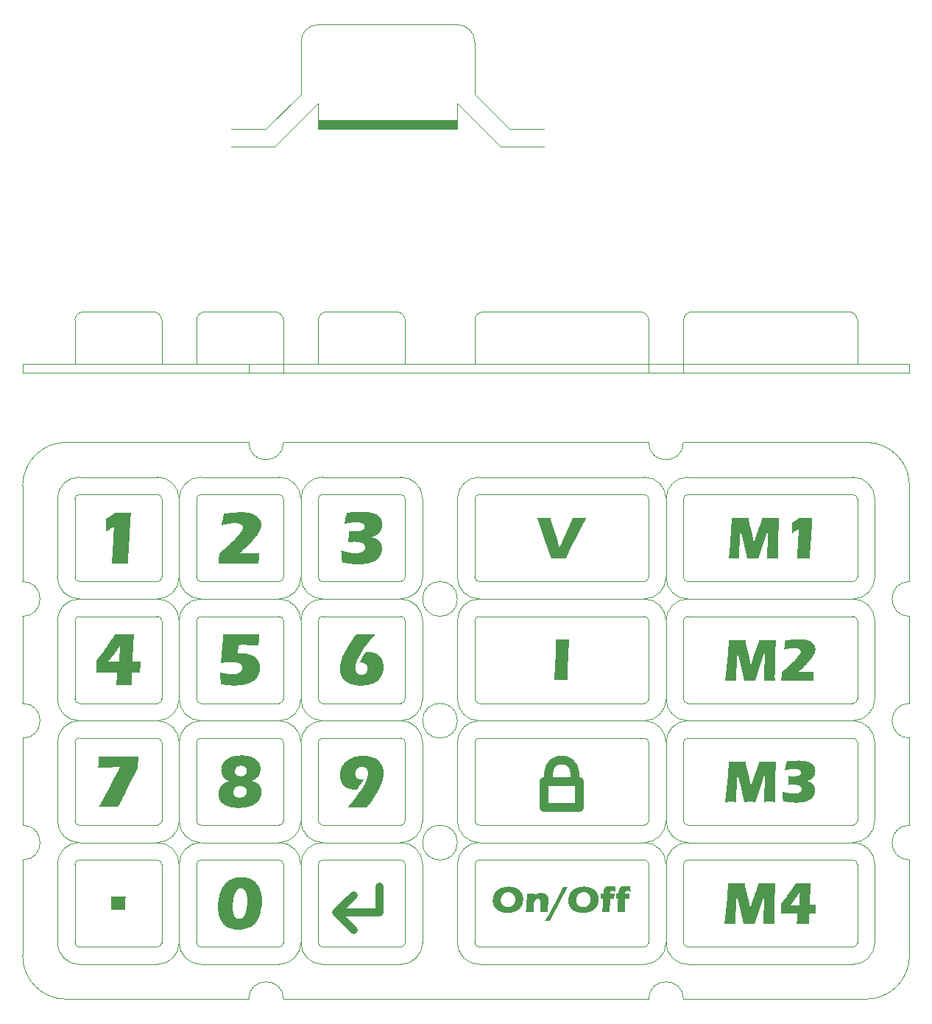
<source format=gm1>
G04*
G04 #@! TF.GenerationSoftware,Altium Limited,Altium Designer,25.6.2 (33)*
G04*
G04 Layer_Color=0*
%FSLAX45Y45*%
%MOMM*%
G71*
G04*
G04 #@! TF.SameCoordinates,3D56E31B-A275-419E-B35D-2D0504C2B70A*
G04*
G04*
G04 #@! TF.FilePolarity,Positive*
G04*
G01*
G75*
%ADD10C,0.10000*%
%ADD11C,0.05000*%
%ADD12C,1.00000*%
%ADD13C,0.90000*%
%ADD14R,16.00000X1.00000*%
G36*
X13665694Y5932383D02*
X13665694Y5932013D01*
X13665694Y5930902D01*
X13665321Y5929421D01*
X13664952Y5925717D01*
X13664581Y5920162D01*
X13664211Y5913867D01*
X13663470Y5906090D01*
X13663100Y5897572D01*
X13662360Y5887944D01*
X13661620Y5877204D01*
X13660878Y5866094D01*
X13660138Y5854614D01*
X13659396Y5842393D01*
X13657916Y5816840D01*
X13656435Y5790917D01*
X13656435Y5790546D01*
X13656435Y5790176D01*
X13656435Y5787954D01*
X13656064Y5784251D01*
X13656064Y5779436D01*
X13655695Y5773881D01*
X13655322Y5767215D01*
X13654953Y5759809D01*
X13654584Y5752032D01*
X13654584Y5743884D01*
X13654211Y5735367D01*
X13653471Y5717961D01*
X13653101Y5709443D01*
X13653101Y5701296D01*
X13652731Y5693890D01*
X13652731Y5686853D01*
X13655695Y5686853D01*
X13659027Y5686483D01*
X13669395Y5686483D01*
X13675691Y5686113D01*
X13712724Y5686113D01*
X13714206Y5686483D01*
X13716058Y5686483D01*
X13718280Y5686853D01*
X13721242Y5686853D01*
X13724947Y5687224D01*
X13724947Y5686853D01*
X13724947Y5685372D01*
X13724947Y5683150D01*
X13724574Y5680187D01*
X13724574Y5676484D01*
X13724574Y5671670D01*
X13724205Y5666855D01*
X13724205Y5660930D01*
X13724205Y5654634D01*
X13723836Y5647968D01*
X13723836Y5640932D01*
X13723836Y5633155D01*
X13723463Y5617231D01*
X13723463Y5600566D01*
X13723463Y5584642D01*
X13721242Y5584642D01*
X13719762Y5585012D01*
X13711984Y5585012D01*
X13708281Y5585382D01*
X13694949Y5585382D01*
X13689394Y5585753D01*
X13649397Y5585753D01*
X13649397Y5585382D01*
X13649397Y5584271D01*
X13649028Y5582049D01*
X13649028Y5579087D01*
X13648657Y5575383D01*
X13648657Y5570569D01*
X13648286Y5565014D01*
X13647917Y5558348D01*
X13647546Y5550941D01*
X13647546Y5542053D01*
X13647176Y5532425D01*
X13646806Y5521685D01*
X13646806Y5509835D01*
X13646436Y5496873D01*
X13646436Y5482800D01*
X13646436Y5467246D01*
X13629770Y5467246D01*
X13624956Y5467617D01*
X13530891Y5467617D01*
X13517189Y5467246D01*
X13502376Y5467246D01*
X13502376Y5467617D01*
X13502376Y5468728D01*
X13502747Y5470209D01*
X13502747Y5472431D01*
X13503117Y5475394D01*
X13503487Y5478727D01*
X13503857Y5482430D01*
X13504228Y5486504D01*
X13504597Y5490948D01*
X13504968Y5496132D01*
X13505708Y5506872D01*
X13506821Y5518723D01*
X13507561Y5531314D01*
X13507561Y5531684D01*
X13507561Y5532795D01*
X13507932Y5534647D01*
X13507932Y5536869D01*
X13508301Y5539831D01*
X13508301Y5543164D01*
X13508672Y5546868D01*
X13509042Y5550941D01*
X13509782Y5559459D01*
X13510153Y5568717D01*
X13510893Y5577605D01*
X13511264Y5585753D01*
X13473862Y5585382D01*
X13446086Y5585382D01*
X13317950Y5583531D01*
X13318690Y5593900D01*
X13318690Y5594270D01*
X13318690Y5594641D01*
X13318690Y5596122D01*
X13319061Y5597974D01*
X13319061Y5600936D01*
X13319432Y5605010D01*
X13319432Y5609824D01*
X13319801Y5616120D01*
X13322765Y5680928D01*
X13322765Y5681298D01*
X13322765Y5682409D01*
X13322765Y5684261D01*
X13323135Y5686483D01*
X13323135Y5689446D01*
X13323135Y5692408D01*
X13323135Y5699445D01*
X13323506Y5699815D01*
X13324617Y5701296D01*
X13326468Y5703889D01*
X13329060Y5706851D01*
X13332394Y5711295D01*
X13336467Y5716109D01*
X13340910Y5722035D01*
X13346095Y5728330D01*
X13351651Y5735737D01*
X13357947Y5743514D01*
X13364243Y5752402D01*
X13371278Y5761660D01*
X13378685Y5771289D01*
X13386462Y5781658D01*
X13394609Y5792768D01*
X13403127Y5804248D01*
X13403497Y5804989D01*
X13405350Y5807211D01*
X13407571Y5810544D01*
X13410904Y5814988D01*
X13414978Y5820913D01*
X13419792Y5827579D01*
X13424977Y5835356D01*
X13430902Y5843874D01*
X13437569Y5853132D01*
X13444234Y5863131D01*
X13451640Y5873871D01*
X13459047Y5884981D01*
X13466454Y5896461D01*
X13474231Y5908312D01*
X13489784Y5932754D01*
X13503117Y5932754D01*
X13508672Y5932383D01*
X13536076Y5932383D01*
X13552000Y5932013D01*
X13615327Y5932013D01*
X13621623Y5932383D01*
X13650139Y5932383D01*
X13665694Y5932754D01*
X13665694Y5932383D01*
X13665694Y5932383D02*
G37*
G36*
X13256476Y5932383D02*
X13256476Y5931272D01*
X13256476Y5929791D01*
X13256105Y5927569D01*
X13256105Y5924977D01*
X13255734Y5921644D01*
X13255734Y5917940D01*
X13255365Y5913496D01*
X13254994Y5908682D01*
X13254994Y5903497D01*
X13254623Y5897942D01*
X13254254Y5892017D01*
X13253513Y5879056D01*
X13252773Y5864983D01*
X13252032Y5849799D01*
X13251662Y5833875D01*
X13250922Y5817580D01*
X13250180Y5800915D01*
X13248698Y5767215D01*
X13248328Y5750921D01*
X13247958Y5734996D01*
X13247958Y5734626D01*
X13247958Y5733145D01*
X13247958Y5730923D01*
X13247958Y5727960D01*
X13247588Y5724257D01*
X13247588Y5719813D01*
X13247588Y5714628D01*
X13247217Y5708703D01*
X13247217Y5702407D01*
X13246848Y5695741D01*
X13246848Y5688335D01*
X13246477Y5680558D01*
X13246106Y5664263D01*
X13245737Y5646857D01*
X13245366Y5628341D01*
X13244995Y5609824D01*
X13244624Y5591308D01*
X13244255Y5573161D01*
X13243884Y5555756D01*
X13243884Y5547608D01*
X13243884Y5539831D01*
X13243513Y5532425D01*
X13243513Y5525388D01*
X13243513Y5518723D01*
X13243513Y5512797D01*
X13243513Y5512057D01*
X13243513Y5510205D01*
X13243513Y5507242D01*
X13243513Y5505020D01*
X13243513Y5502428D01*
X13243513Y5499465D01*
X13243884Y5496132D01*
X13243884Y5492429D01*
X13243884Y5488355D01*
X13243884Y5483541D01*
X13243884Y5478727D01*
X13244255Y5473172D01*
X13244255Y5467246D01*
X13224257Y5467246D01*
X13219443Y5467617D01*
X13143153Y5467617D01*
X13130563Y5467246D01*
X13116859Y5467246D01*
X13116859Y5467617D01*
X13116859Y5468728D01*
X13117232Y5470950D01*
X13117232Y5473912D01*
X13117601Y5477986D01*
X13117970Y5482800D01*
X13118343Y5489466D01*
X13118712Y5496873D01*
X13119083Y5505761D01*
X13119453Y5510946D01*
X13119823Y5516130D01*
X13119823Y5522056D01*
X13120193Y5527981D01*
X13120564Y5534647D01*
X13120934Y5541683D01*
X13120934Y5549090D01*
X13121304Y5556867D01*
X13121675Y5565014D01*
X13122044Y5573902D01*
X13122415Y5582790D01*
X13122786Y5592419D01*
X13123157Y5602418D01*
X13123526Y5613157D01*
X13123526Y5613528D01*
X13123526Y5614639D01*
X13123526Y5616120D01*
X13123897Y5618342D01*
X13123897Y5620934D01*
X13123897Y5623897D01*
X13123897Y5627600D01*
X13124268Y5631674D01*
X13124268Y5636118D01*
X13124637Y5640932D01*
X13125008Y5651301D01*
X13125378Y5662782D01*
X13125748Y5675003D01*
X13126118Y5687224D01*
X13126489Y5699815D01*
X13126489Y5712406D01*
X13126859Y5724257D01*
X13127229Y5734996D01*
X13127600Y5744995D01*
X13127600Y5749439D01*
X13127600Y5753513D01*
X13127600Y5757216D01*
X13127600Y5760549D01*
X13127600Y5761290D01*
X13127600Y5763142D01*
X13127600Y5766475D01*
X13127600Y5770548D01*
X13127600Y5776103D01*
X13127229Y5782769D01*
X13127229Y5790546D01*
X13126859Y5799434D01*
X13082050Y5660930D01*
X13017982Y5467246D01*
X12998354Y5467246D01*
X12993539Y5467617D01*
X12920955Y5467617D01*
X12914659Y5467246D01*
X12892439Y5467246D01*
X12850221Y5654634D01*
X12825780Y5754624D01*
X12825780Y5754994D01*
X12825409Y5755735D01*
X12825409Y5756846D01*
X12824669Y5758327D01*
X12824298Y5760549D01*
X12823927Y5762771D01*
X12822447Y5768697D01*
X12822447Y5769067D01*
X12822076Y5770548D01*
X12821706Y5772770D01*
X12821336Y5775733D01*
X12820595Y5780177D01*
X12819484Y5785362D01*
X12818742Y5791657D01*
X12817262Y5799064D01*
X12808743Y5704259D01*
X12797264Y5510575D01*
X12796523Y5467246D01*
X12776155Y5467246D01*
X12771341Y5467617D01*
X12702829Y5467617D01*
X12696904Y5467246D01*
X12675054Y5467246D01*
X12683202Y5536128D01*
X12704311Y5774992D01*
X12715050Y5932754D01*
X12730604Y5932754D01*
X12736900Y5932383D01*
X12766526Y5932383D01*
X12783191Y5932013D01*
X12842075Y5932013D01*
X12848740Y5932383D01*
X12883182Y5932383D01*
X12893550Y5932754D01*
X12904660Y5932754D01*
X12904660Y5932383D01*
X12905031Y5931643D01*
X12905031Y5929791D01*
X12905402Y5927939D01*
X12905771Y5925347D01*
X12906142Y5922755D01*
X12907253Y5916089D01*
X12908363Y5908682D01*
X12909476Y5901275D01*
X12910587Y5894239D01*
X12911697Y5887944D01*
X12911697Y5887203D01*
X12912067Y5886092D01*
X12912437Y5884981D01*
X12912808Y5883129D01*
X12913548Y5880907D01*
X12913919Y5877945D01*
X12915030Y5874982D01*
X12915770Y5871279D01*
X12916881Y5866835D01*
X12917992Y5862020D01*
X12919473Y5856465D01*
X12920955Y5850540D01*
X12922807Y5843874D01*
X12924658Y5836467D01*
X12926880Y5828690D01*
X12926880Y5828320D01*
X12927251Y5826839D01*
X12927991Y5824246D01*
X12929102Y5821284D01*
X12929843Y5817580D01*
X12931323Y5813136D01*
X12932436Y5807952D01*
X12933916Y5802767D01*
X12935397Y5796842D01*
X12936879Y5790546D01*
X12940211Y5777955D01*
X12943546Y5764993D01*
X12946507Y5752402D01*
X12946507Y5752032D01*
X12946878Y5750921D01*
X12947247Y5749069D01*
X12947989Y5746106D01*
X12948730Y5742403D01*
X12949471Y5737959D01*
X12950581Y5732774D01*
X12952063Y5726479D01*
X12953545Y5719442D01*
X12955025Y5711295D01*
X12956877Y5702407D01*
X12958730Y5692408D01*
X12960951Y5681298D01*
X12963173Y5669077D01*
X12965765Y5656116D01*
X12968356Y5642043D01*
X12968356Y5642784D01*
X12969098Y5644265D01*
X12969839Y5647228D01*
X12970950Y5650931D01*
X12972430Y5655745D01*
X12973912Y5660930D01*
X12975394Y5666855D01*
X12977615Y5673521D01*
X12979466Y5680558D01*
X12981689Y5687964D01*
X12986504Y5703148D01*
X12990948Y5719072D01*
X12995763Y5733885D01*
X12995763Y5734256D01*
X12996503Y5735737D01*
X12996873Y5737959D01*
X12997984Y5740922D01*
X12999095Y5744255D01*
X13000575Y5748699D01*
X13002428Y5753883D01*
X13004280Y5759438D01*
X13006502Y5765734D01*
X13008723Y5772400D01*
X13011316Y5779807D01*
X13013908Y5787213D01*
X13016872Y5795361D01*
X13019833Y5803878D01*
X13026498Y5821654D01*
X13026871Y5822395D01*
X13027240Y5823876D01*
X13028351Y5826468D01*
X13029462Y5829431D01*
X13030943Y5833505D01*
X13032796Y5837949D01*
X13034276Y5843133D01*
X13036497Y5848318D01*
X13040202Y5859058D01*
X13044275Y5869797D01*
X13045757Y5874612D01*
X13047607Y5879056D01*
X13048718Y5882759D01*
X13049831Y5886092D01*
X13050201Y5886833D01*
X13050571Y5889055D01*
X13051682Y5892388D01*
X13053534Y5897572D01*
X13054274Y5900535D01*
X13055385Y5904238D01*
X13056496Y5907941D01*
X13057607Y5912015D01*
X13059090Y5916829D01*
X13060570Y5921644D01*
X13062051Y5927199D01*
X13063533Y5932754D01*
X13076865Y5932754D01*
X13082420Y5932383D01*
X13110565Y5932383D01*
X13118712Y5932013D01*
X13193890Y5932013D01*
X13200926Y5932383D01*
X13235367Y5932383D01*
X13245737Y5932754D01*
X13256476Y5932754D01*
X13256476Y5932383D01*
X13256476Y5932383D02*
G37*
G36*
X13264809Y7332383D02*
X13264809Y7331272D01*
X13264809Y7329791D01*
X13264438Y7327569D01*
X13264438Y7324977D01*
X13264067Y7321644D01*
X13264067Y7317940D01*
X13263696Y7313496D01*
X13263327Y7308682D01*
X13263327Y7303497D01*
X13262956Y7297942D01*
X13262585Y7292017D01*
X13261845Y7279056D01*
X13261105Y7264983D01*
X13260364Y7249799D01*
X13259995Y7233875D01*
X13259253Y7217580D01*
X13258511Y7200915D01*
X13257031Y7167215D01*
X13256660Y7150921D01*
X13256290Y7134996D01*
X13256290Y7134626D01*
X13256290Y7133145D01*
X13256290Y7130923D01*
X13256290Y7127960D01*
X13255920Y7124257D01*
X13255920Y7119813D01*
X13255920Y7114628D01*
X13255550Y7108703D01*
X13255550Y7102407D01*
X13255179Y7095741D01*
X13255179Y7088335D01*
X13254810Y7080558D01*
X13254439Y7064263D01*
X13254068Y7046857D01*
X13253699Y7028341D01*
X13253328Y7009824D01*
X13252957Y6991308D01*
X13252586Y6973161D01*
X13252217Y6955756D01*
X13252217Y6947608D01*
X13252217Y6939831D01*
X13251846Y6932425D01*
X13251846Y6925388D01*
X13251846Y6918723D01*
X13251846Y6912797D01*
X13251846Y6912057D01*
X13251846Y6910205D01*
X13251846Y6907242D01*
X13251846Y6905020D01*
X13251846Y6902428D01*
X13251846Y6899465D01*
X13252217Y6896132D01*
X13252217Y6892429D01*
X13252217Y6888355D01*
X13252217Y6883541D01*
X13252217Y6878727D01*
X13252586Y6873172D01*
X13252586Y6867246D01*
X13232590Y6867246D01*
X13227776Y6867617D01*
X13151488Y6867617D01*
X13138895Y6867246D01*
X13125192Y6867246D01*
X13125192Y6867617D01*
X13125192Y6868728D01*
X13125563Y6870950D01*
X13125563Y6873912D01*
X13125934Y6877986D01*
X13126305Y6882800D01*
X13126674Y6889466D01*
X13127045Y6896873D01*
X13127415Y6905761D01*
X13127785Y6910946D01*
X13128156Y6916130D01*
X13128156Y6922055D01*
X13128526Y6927981D01*
X13128896Y6934647D01*
X13129266Y6941683D01*
X13129266Y6949090D01*
X13129637Y6956867D01*
X13130006Y6965014D01*
X13130379Y6973902D01*
X13130748Y6982790D01*
X13131117Y6992419D01*
X13131490Y7002418D01*
X13131859Y7013157D01*
X13131859Y7013528D01*
X13131859Y7014638D01*
X13131859Y7016120D01*
X13132230Y7018342D01*
X13132230Y7020934D01*
X13132230Y7023897D01*
X13132230Y7027600D01*
X13132600Y7031674D01*
X13132600Y7036118D01*
X13132970Y7040932D01*
X13133340Y7051301D01*
X13133711Y7062782D01*
X13134081Y7075003D01*
X13134451Y7087224D01*
X13134822Y7099815D01*
X13134822Y7112406D01*
X13135191Y7124257D01*
X13135562Y7134996D01*
X13135933Y7144995D01*
X13135933Y7149439D01*
X13135933Y7153513D01*
X13135933Y7157216D01*
X13135933Y7160549D01*
X13135933Y7161290D01*
X13135933Y7163142D01*
X13135933Y7166475D01*
X13135933Y7170548D01*
X13135933Y7176103D01*
X13135562Y7182769D01*
X13135562Y7190546D01*
X13135191Y7199434D01*
X13090382Y7060930D01*
X13026314Y6867246D01*
X13006686Y6867246D01*
X13001872Y6867617D01*
X12929288Y6867617D01*
X12922992Y6867246D01*
X12900772Y6867246D01*
X12858554Y7054634D01*
X12834113Y7154624D01*
X12834113Y7154994D01*
X12833742Y7155735D01*
X12833742Y7156846D01*
X12833002Y7158327D01*
X12832631Y7160549D01*
X12832260Y7162771D01*
X12830779Y7168697D01*
X12830779Y7169067D01*
X12830409Y7170548D01*
X12830038Y7172770D01*
X12829668Y7175733D01*
X12828928Y7180177D01*
X12827815Y7185362D01*
X12827077Y7191657D01*
X12825594Y7199064D01*
X12817078Y7104259D01*
X12805595Y6910575D01*
X12804855Y6867246D01*
X12784488Y6867246D01*
X12779673Y6867617D01*
X12711162Y6867617D01*
X12705236Y6867246D01*
X12683387Y6867246D01*
X12691534Y6936128D01*
X12712643Y7174992D01*
X12723383Y7332754D01*
X12738937Y7332754D01*
X12745232Y7332383D01*
X12774859Y7332383D01*
X12791524Y7332013D01*
X12850407Y7332013D01*
X12857072Y7332383D01*
X12891513Y7332383D01*
X12901883Y7332754D01*
X12912993Y7332754D01*
X12912993Y7332383D01*
X12913364Y7331643D01*
X12913364Y7329791D01*
X12913733Y7327939D01*
X12914104Y7325347D01*
X12914474Y7322755D01*
X12915585Y7316089D01*
X12916696Y7308682D01*
X12917807Y7301275D01*
X12918918Y7294239D01*
X12920029Y7287944D01*
X12920029Y7287203D01*
X12920399Y7286092D01*
X12920770Y7284981D01*
X12921140Y7283129D01*
X12921881Y7280907D01*
X12922250Y7277945D01*
X12923363Y7274982D01*
X12924103Y7271279D01*
X12925214Y7266835D01*
X12926324Y7262020D01*
X12927806Y7256465D01*
X12929288Y7250540D01*
X12931139Y7243874D01*
X12932991Y7236467D01*
X12935213Y7228690D01*
X12935213Y7228320D01*
X12935583Y7226839D01*
X12936324Y7224246D01*
X12937434Y7221284D01*
X12938174Y7217580D01*
X12939658Y7213136D01*
X12940768Y7207952D01*
X12942249Y7202767D01*
X12943730Y7196842D01*
X12945212Y7190546D01*
X12948544Y7177955D01*
X12951878Y7164993D01*
X12954840Y7152402D01*
X12954840Y7152032D01*
X12955211Y7150921D01*
X12955582Y7149069D01*
X12956322Y7146106D01*
X12957062Y7142403D01*
X12957803Y7137959D01*
X12958914Y7132774D01*
X12960394Y7126479D01*
X12961877Y7119442D01*
X12963358Y7111295D01*
X12965210Y7102407D01*
X12967061Y7092408D01*
X12969283Y7081298D01*
X12971506Y7069077D01*
X12974097Y7056116D01*
X12976691Y7042043D01*
X12976691Y7042784D01*
X12977431Y7044265D01*
X12978171Y7047228D01*
X12979282Y7050931D01*
X12980763Y7055745D01*
X12982245Y7060930D01*
X12983727Y7066855D01*
X12985948Y7073521D01*
X12987801Y7080558D01*
X12990022Y7087964D01*
X12994836Y7103148D01*
X12999280Y7119072D01*
X13004094Y7133885D01*
X13004094Y7134256D01*
X13004836Y7135737D01*
X13005205Y7137959D01*
X13006316Y7140922D01*
X13007426Y7144255D01*
X13008910Y7148699D01*
X13010760Y7153883D01*
X13012611Y7159438D01*
X13014835Y7165734D01*
X13017056Y7172400D01*
X13019649Y7179807D01*
X13022241Y7187213D01*
X13025203Y7195361D01*
X13028166Y7203878D01*
X13034831Y7221654D01*
X13035202Y7222395D01*
X13035573Y7223876D01*
X13036684Y7226468D01*
X13037794Y7229431D01*
X13039276Y7233505D01*
X13041129Y7237949D01*
X13042609Y7243133D01*
X13044830Y7248318D01*
X13048534Y7259058D01*
X13052608Y7269797D01*
X13054089Y7274612D01*
X13055940Y7279056D01*
X13057053Y7282759D01*
X13058163Y7286092D01*
X13058533Y7286833D01*
X13058904Y7289055D01*
X13060014Y7292387D01*
X13061867Y7297572D01*
X13062607Y7300535D01*
X13063718Y7304238D01*
X13064828Y7307941D01*
X13065939Y7312015D01*
X13067421Y7316829D01*
X13068903Y7321644D01*
X13070384Y7327199D01*
X13071864Y7332754D01*
X13085197Y7332754D01*
X13090752Y7332383D01*
X13118896Y7332383D01*
X13127045Y7332013D01*
X13202222Y7332013D01*
X13209258Y7332383D01*
X13243700Y7332383D01*
X13254068Y7332754D01*
X13264809Y7332754D01*
X13264809Y7332383D01*
X13264809Y7332383D02*
G37*
G36*
X13538853Y7341271D02*
X13543668Y7341271D01*
X13548853Y7340901D01*
X13554408Y7340531D01*
X13560703Y7340160D01*
X13573665Y7339420D01*
X13587367Y7337938D01*
X13601440Y7336087D01*
X13601810Y7336087D01*
X13603291Y7335716D01*
X13605144Y7335346D01*
X13607736Y7334976D01*
X13611069Y7334235D01*
X13614772Y7333494D01*
X13618846Y7332754D01*
X13623289Y7331643D01*
X13633289Y7328680D01*
X13644028Y7325347D01*
X13654768Y7321273D01*
X13665137Y7316089D01*
X13665508Y7316089D01*
X13666248Y7315348D01*
X13667729Y7314607D01*
X13669582Y7313496D01*
X13671803Y7312015D01*
X13674025Y7310163D01*
X13679950Y7306090D01*
X13686246Y7300535D01*
X13692542Y7294239D01*
X13698837Y7286833D01*
X13704022Y7278315D01*
X13704022Y7277945D01*
X13704391Y7277204D01*
X13705133Y7276093D01*
X13705875Y7274241D01*
X13706985Y7272019D01*
X13708096Y7269427D01*
X13709207Y7266464D01*
X13710318Y7263131D01*
X13712540Y7255354D01*
X13714761Y7246466D01*
X13716243Y7236838D01*
X13716612Y7226098D01*
X13716612Y7225728D01*
X13716612Y7225357D01*
X13716612Y7223135D01*
X13716243Y7219802D01*
X13715872Y7215358D01*
X13715501Y7210174D01*
X13714761Y7204619D01*
X13713280Y7198694D01*
X13711800Y7192768D01*
X13711429Y7192028D01*
X13711058Y7190176D01*
X13709947Y7186843D01*
X13708466Y7183140D01*
X13706244Y7178325D01*
X13704022Y7173511D01*
X13701059Y7167956D01*
X13697726Y7162771D01*
X13697356Y7162031D01*
X13695876Y7160549D01*
X13694023Y7157957D01*
X13691431Y7154624D01*
X13688098Y7150921D01*
X13684024Y7146847D01*
X13679950Y7142403D01*
X13675136Y7138329D01*
X13674396Y7137959D01*
X13672914Y7136478D01*
X13670322Y7134626D01*
X13666989Y7132404D01*
X13663284Y7129441D01*
X13659212Y7126849D01*
X13649953Y7121294D01*
X13649583Y7120924D01*
X13647731Y7120183D01*
X13645139Y7118702D01*
X13641435Y7117220D01*
X13636621Y7114998D01*
X13631065Y7112406D01*
X13624771Y7109814D01*
X13617365Y7106851D01*
X13617735Y7106851D01*
X13618475Y7106481D01*
X13619586Y7106481D01*
X13621068Y7106111D01*
X13624771Y7105370D01*
X13629585Y7103889D01*
X13634770Y7102778D01*
X13640324Y7100926D01*
X13645880Y7099445D01*
X13650694Y7097593D01*
X13651434Y7097223D01*
X13652916Y7096852D01*
X13655138Y7095741D01*
X13658472Y7093890D01*
X13662173Y7092038D01*
X13666248Y7089816D01*
X13670692Y7086853D01*
X13675136Y7083520D01*
X13675507Y7083150D01*
X13677357Y7082039D01*
X13679581Y7080187D01*
X13682172Y7077595D01*
X13685506Y7074632D01*
X13689209Y7070929D01*
X13692542Y7066855D01*
X13695876Y7062411D01*
X13696245Y7062041D01*
X13697356Y7060189D01*
X13698837Y7057967D01*
X13700690Y7054634D01*
X13702541Y7050561D01*
X13704762Y7046117D01*
X13706615Y7040932D01*
X13708466Y7035377D01*
X13708836Y7034636D01*
X13709207Y7032785D01*
X13709947Y7029822D01*
X13710687Y7025748D01*
X13711429Y7020934D01*
X13712169Y7015749D01*
X13712910Y7009824D01*
X13712910Y7003529D01*
X13712910Y7003158D01*
X13712910Y7002047D01*
X13712910Y7000196D01*
X13712540Y6997974D01*
X13712540Y6995011D01*
X13712169Y6991308D01*
X13711800Y6987234D01*
X13711058Y6983160D01*
X13709207Y6973532D01*
X13706244Y6962792D01*
X13702541Y6952052D01*
X13697356Y6940942D01*
X13697356Y6940572D01*
X13696616Y6939831D01*
X13695876Y6938350D01*
X13694392Y6936128D01*
X13692912Y6933906D01*
X13690691Y6930943D01*
X13685876Y6924277D01*
X13679210Y6916871D01*
X13671432Y6909094D01*
X13662173Y6900947D01*
X13651434Y6893540D01*
X13651064Y6893170D01*
X13649953Y6892799D01*
X13648473Y6891688D01*
X13646249Y6890577D01*
X13643288Y6889096D01*
X13639954Y6887244D01*
X13635881Y6885022D01*
X13631438Y6883171D01*
X13626622Y6880949D01*
X13621439Y6878727D01*
X13615514Y6876505D01*
X13609587Y6874283D01*
X13596626Y6869839D01*
X13582182Y6866506D01*
X13581812Y6866506D01*
X13580331Y6866135D01*
X13578479Y6865765D01*
X13575517Y6865395D01*
X13571812Y6864654D01*
X13567740Y6863913D01*
X13562926Y6863173D01*
X13557741Y6862432D01*
X13552187Y6861691D01*
X13545889Y6860951D01*
X13532558Y6859469D01*
X13518486Y6858729D01*
X13503671Y6858358D01*
X13493674Y6858358D01*
X13489600Y6858729D01*
X13479971Y6858729D01*
X13474416Y6859099D01*
X13468861Y6859469D01*
X13456270Y6860210D01*
X13443307Y6860951D01*
X13429976Y6862432D01*
X13429607Y6862432D01*
X13428494Y6862802D01*
X13426273Y6862802D01*
X13423682Y6863173D01*
X13420348Y6863543D01*
X13416273Y6864284D01*
X13411830Y6865024D01*
X13406274Y6865765D01*
X13400720Y6866506D01*
X13394054Y6867617D01*
X13387389Y6868728D01*
X13379980Y6870209D01*
X13371834Y6871320D01*
X13363687Y6873172D01*
X13354799Y6874653D01*
X13345911Y6876505D01*
X13345911Y6876875D01*
X13345911Y6877245D01*
X13345540Y6879467D01*
X13345540Y6883171D01*
X13345171Y6887985D01*
X13344800Y6893910D01*
X13344429Y6900576D01*
X13343689Y6907983D01*
X13343318Y6916130D01*
X13342578Y6924648D01*
X13341837Y6933536D01*
X13340356Y6952052D01*
X13338875Y6969828D01*
X13337764Y6978346D01*
X13337022Y6986493D01*
X13337393Y6986493D01*
X13337764Y6986123D01*
X13338875Y6985753D01*
X13340356Y6985382D01*
X13342207Y6985012D01*
X13344429Y6984271D01*
X13349985Y6982420D01*
X13356650Y6980568D01*
X13364427Y6978346D01*
X13372945Y6976124D01*
X13382574Y6973902D01*
X13392943Y6971310D01*
X13404053Y6969088D01*
X13415163Y6966866D01*
X13427014Y6965014D01*
X13438864Y6963162D01*
X13450716Y6962051D01*
X13462936Y6961311D01*
X13474416Y6960940D01*
X13478119Y6960940D01*
X13480711Y6961311D01*
X13484045Y6961311D01*
X13487749Y6961681D01*
X13491821Y6962051D01*
X13496266Y6962792D01*
X13505894Y6964644D01*
X13516264Y6967236D01*
X13526263Y6970939D01*
X13535521Y6976124D01*
X13535892Y6976494D01*
X13536632Y6976865D01*
X13537743Y6977605D01*
X13539224Y6979087D01*
X13542928Y6982420D01*
X13547371Y6986864D01*
X13551814Y6992789D01*
X13555519Y6999825D01*
X13557001Y7003529D01*
X13558112Y7007602D01*
X13558852Y7012046D01*
X13559222Y7016860D01*
X13559222Y7017231D01*
X13559222Y7017971D01*
X13559222Y7019082D01*
X13558852Y7020934D01*
X13558112Y7025378D01*
X13556259Y7030563D01*
X13553297Y7036488D01*
X13551445Y7039821D01*
X13549223Y7042784D01*
X13546260Y7045376D01*
X13542928Y7048339D01*
X13539224Y7050931D01*
X13535150Y7053153D01*
X13534779Y7053153D01*
X13534039Y7053523D01*
X13532558Y7054264D01*
X13530705Y7055005D01*
X13528114Y7055745D01*
X13525153Y7056856D01*
X13521448Y7057967D01*
X13517004Y7059078D01*
X13512190Y7060189D01*
X13506635Y7061300D01*
X13500710Y7062411D01*
X13494044Y7063152D01*
X13487007Y7063893D01*
X13478860Y7064633D01*
X13470712Y7065004D01*
X13449603Y7065004D01*
X13445900Y7064633D01*
X13441827Y7064633D01*
X13432568Y7064263D01*
X13422569Y7063522D01*
X13412572Y7062411D01*
X13402200Y7061300D01*
X13402200Y7062041D01*
X13402573Y7063522D01*
X13402573Y7066485D01*
X13402942Y7070559D01*
X13403313Y7075003D01*
X13403683Y7080928D01*
X13404424Y7087224D01*
X13404794Y7094260D01*
X13405534Y7102037D01*
X13405905Y7110184D01*
X13406645Y7118702D01*
X13407385Y7127960D01*
X13408867Y7146847D01*
X13409978Y7166104D01*
X13411089Y7166104D01*
X13412572Y7165734D01*
X13414052Y7165364D01*
X13416644Y7164993D01*
X13419237Y7164623D01*
X13422198Y7164253D01*
X13425533Y7163882D01*
X13433308Y7163142D01*
X13442197Y7162401D01*
X13451456Y7162031D01*
X13461453Y7161660D01*
X13469231Y7161660D01*
X13472194Y7162031D01*
X13479230Y7162031D01*
X13487378Y7162401D01*
X13495895Y7163142D01*
X13504413Y7164253D01*
X13512190Y7165364D01*
X13512560Y7165364D01*
X13512930Y7165734D01*
X13514043Y7165734D01*
X13515523Y7166104D01*
X13519226Y7167215D01*
X13523669Y7168697D01*
X13528854Y7170919D01*
X13534039Y7173511D01*
X13538853Y7176844D01*
X13543298Y7180547D01*
X13543668Y7180918D01*
X13545149Y7182399D01*
X13546631Y7184991D01*
X13548853Y7187954D01*
X13550703Y7191657D01*
X13552556Y7195731D01*
X13553667Y7200545D01*
X13554037Y7205359D01*
X13554037Y7205730D01*
X13554037Y7207211D01*
X13553667Y7209433D01*
X13552927Y7212396D01*
X13551814Y7215729D01*
X13550334Y7219432D01*
X13548482Y7222765D01*
X13545520Y7226468D01*
X13545149Y7226839D01*
X13544038Y7227950D01*
X13541817Y7229801D01*
X13539224Y7231653D01*
X13535521Y7233875D01*
X13531447Y7236467D01*
X13526263Y7238319D01*
X13520337Y7240171D01*
X13519597Y7240541D01*
X13517375Y7240911D01*
X13513670Y7241652D01*
X13508858Y7242393D01*
X13502933Y7243133D01*
X13495895Y7243504D01*
X13487749Y7244244D01*
X13470712Y7244244D01*
X13465158Y7243874D01*
X13458121Y7243504D01*
X13450343Y7243133D01*
X13441827Y7242393D01*
X13432939Y7241652D01*
X13431828Y7241652D01*
X13430347Y7241282D01*
X13428494Y7241282D01*
X13426273Y7240911D01*
X13423309Y7240541D01*
X13419608Y7240171D01*
X13415904Y7239430D01*
X13411459Y7238689D01*
X13406274Y7237949D01*
X13401089Y7237208D01*
X13395164Y7236097D01*
X13388869Y7234986D01*
X13382204Y7233875D01*
X13374797Y7232394D01*
X13367390Y7230912D01*
X13384055Y7310163D01*
X13384055Y7310534D01*
X13384425Y7312015D01*
X13384796Y7314237D01*
X13385536Y7316829D01*
X13386276Y7320162D01*
X13387018Y7324236D01*
X13387758Y7328310D01*
X13388499Y7332754D01*
X13389240Y7332754D01*
X13390350Y7333124D01*
X13391832Y7333124D01*
X13395535Y7333494D01*
X13401089Y7334235D01*
X13407385Y7334976D01*
X13415163Y7335716D01*
X13423682Y7336457D01*
X13432939Y7337198D01*
X13443307Y7337938D01*
X13454048Y7338679D01*
X13465158Y7339420D01*
X13476637Y7340160D01*
X13500339Y7341271D01*
X13524042Y7341642D01*
X13534410Y7341642D01*
X13538853Y7341271D01*
X13538853Y7341271D02*
G37*
G36*
X13674767Y10056466D02*
X13660323Y9804269D01*
X13656619Y9711316D01*
X13656619Y9667247D01*
X13641435Y9667247D01*
X13636992Y9667617D01*
X13531818Y9667617D01*
X13518486Y9667247D01*
X13505894Y9667247D01*
X13505894Y9667987D01*
X13506265Y9669839D01*
X13506265Y9672802D01*
X13506635Y9677246D01*
X13507005Y9683171D01*
X13507376Y9690207D01*
X13508116Y9698354D01*
X13508858Y9708353D01*
X13509598Y9719463D01*
X13510338Y9732055D01*
X13511079Y9745757D01*
X13512190Y9761311D01*
X13513301Y9777976D01*
X13513670Y9787234D01*
X13514412Y9796492D01*
X13514783Y9806121D01*
X13515523Y9816120D01*
X13515894Y9826860D01*
X13516634Y9837599D01*
X13516634Y9837970D01*
X13516634Y9839081D01*
X13517004Y9840562D01*
X13517004Y9842784D01*
X13517004Y9845376D01*
X13517375Y9848709D01*
X13517375Y9852783D01*
X13517744Y9856857D01*
X13518115Y9861671D01*
X13518486Y9866485D01*
X13518855Y9877595D01*
X13519597Y9889816D01*
X13520337Y9903148D01*
X13521078Y9916850D01*
X13521819Y9930923D01*
X13522559Y9944996D01*
X13522929Y9958698D01*
X13523669Y9972400D01*
X13524042Y9984991D01*
X13524411Y9996472D01*
X13524780Y10002027D01*
X13524780Y10006841D01*
X13524411Y10006471D01*
X13522559Y10005360D01*
X13520337Y10003878D01*
X13517004Y10001656D01*
X13513301Y9999434D01*
X13508858Y9996842D01*
X13499969Y9990917D01*
X13499228Y9990546D01*
X13498488Y9990176D01*
X13497377Y9989435D01*
X13495895Y9988324D01*
X13494044Y9987213D01*
X13491821Y9985362D01*
X13489229Y9983510D01*
X13485896Y9981288D01*
X13482193Y9979066D01*
X13478119Y9976103D01*
X13473305Y9972771D01*
X13468120Y9969067D01*
X13462195Y9964623D01*
X13455528Y9960179D01*
X13448492Y9954995D01*
X13448492Y9955365D01*
X13448492Y9956476D01*
X13448863Y9957957D01*
X13448863Y9960179D01*
X13448863Y9962772D01*
X13449232Y9966105D01*
X13449232Y9970178D01*
X13449603Y9974252D01*
X13449974Y9979066D01*
X13449974Y9984251D01*
X13450343Y9989806D01*
X13450716Y9995731D01*
X13451085Y10008693D01*
X13451826Y10022765D01*
X13451826Y10023136D01*
X13451826Y10024617D01*
X13451826Y10026469D01*
X13452196Y10029061D01*
X13452196Y10032394D01*
X13452567Y10036097D01*
X13452567Y10040171D01*
X13452937Y10044615D01*
X13452937Y10054244D01*
X13453307Y10063872D01*
X13453677Y10072760D01*
X13453677Y10076834D01*
X13453677Y10080537D01*
X13454048Y10080537D01*
X13454417Y10080907D01*
X13456641Y10082389D01*
X13460342Y10084240D01*
X13465158Y10087203D01*
X13471083Y10090536D01*
X13477750Y10094610D01*
X13485156Y10099054D01*
X13492934Y10103868D01*
X13493303Y10103868D01*
X13494044Y10104609D01*
X13495155Y10105349D01*
X13496635Y10106090D01*
X13500339Y10108312D01*
X13504784Y10111275D01*
X13509227Y10114237D01*
X13513670Y10116830D01*
X13517375Y10119052D01*
X13518855Y10120163D01*
X13519968Y10120903D01*
X13520337Y10121274D01*
X13521078Y10121644D01*
X13522189Y10122385D01*
X13523669Y10123866D01*
X13525893Y10125347D01*
X13528484Y10127569D01*
X13531447Y10129791D01*
X13534779Y10132754D01*
X13542928Y10132754D01*
X13546631Y10132384D01*
X13565147Y10132384D01*
X13571072Y10132013D01*
X13634029Y10132013D01*
X13640324Y10132384D01*
X13667358Y10132384D01*
X13681802Y10132754D01*
X13674767Y10056466D01*
X13674767Y10056466D02*
G37*
G36*
X13299619Y10132384D02*
X13299619Y10131273D01*
X13299619Y10129791D01*
X13299249Y10127569D01*
X13299249Y10124977D01*
X13298878Y10121644D01*
X13298878Y10117941D01*
X13298508Y10113497D01*
X13298138Y10108682D01*
X13298138Y10103498D01*
X13297768Y10097943D01*
X13297397Y10092017D01*
X13296657Y10079056D01*
X13295917Y10064983D01*
X13295175Y10049800D01*
X13294804Y10033875D01*
X13294064Y10017581D01*
X13293324Y10000916D01*
X13291843Y9967216D01*
X13291472Y9950921D01*
X13291103Y9934997D01*
X13291103Y9934626D01*
X13291103Y9933145D01*
X13291103Y9930923D01*
X13291103Y9927960D01*
X13290730Y9924257D01*
X13290730Y9919813D01*
X13290730Y9914628D01*
X13290361Y9908703D01*
X13290361Y9902407D01*
X13289992Y9895741D01*
X13289992Y9888335D01*
X13289619Y9880558D01*
X13289250Y9864263D01*
X13288879Y9846858D01*
X13288509Y9828341D01*
X13288139Y9809824D01*
X13287769Y9791308D01*
X13287398Y9773162D01*
X13287029Y9755756D01*
X13287029Y9747609D01*
X13287029Y9739832D01*
X13286658Y9732425D01*
X13286658Y9725389D01*
X13286658Y9718723D01*
X13286658Y9712797D01*
X13286658Y9712057D01*
X13286658Y9710205D01*
X13286658Y9707242D01*
X13286658Y9705020D01*
X13286658Y9702428D01*
X13286658Y9699465D01*
X13287029Y9696133D01*
X13287029Y9692429D01*
X13287029Y9688356D01*
X13287029Y9683541D01*
X13287029Y9678727D01*
X13287398Y9673172D01*
X13287398Y9667247D01*
X13267400Y9667247D01*
X13262585Y9667617D01*
X13186298Y9667617D01*
X13173706Y9667247D01*
X13160004Y9667247D01*
X13160004Y9667617D01*
X13160004Y9668728D01*
X13160374Y9670950D01*
X13160374Y9673913D01*
X13160745Y9677986D01*
X13161115Y9682801D01*
X13161485Y9689467D01*
X13161856Y9696873D01*
X13162225Y9705761D01*
X13162596Y9710946D01*
X13162967Y9716130D01*
X13162967Y9722056D01*
X13163338Y9727981D01*
X13163707Y9734647D01*
X13164078Y9741683D01*
X13164078Y9749090D01*
X13164449Y9756867D01*
X13164818Y9765014D01*
X13165189Y9773902D01*
X13165559Y9782790D01*
X13165929Y9792419D01*
X13166299Y9802418D01*
X13166670Y9813157D01*
X13166670Y9813528D01*
X13166670Y9814639D01*
X13166670Y9816120D01*
X13167039Y9818342D01*
X13167039Y9820934D01*
X13167039Y9823897D01*
X13167039Y9827600D01*
X13167410Y9831674D01*
X13167410Y9836118D01*
X13167781Y9840932D01*
X13168150Y9851302D01*
X13168523Y9862782D01*
X13168892Y9875003D01*
X13169263Y9887224D01*
X13169633Y9899815D01*
X13169633Y9912406D01*
X13170003Y9924257D01*
X13170374Y9934997D01*
X13170744Y9944996D01*
X13170744Y9949440D01*
X13170744Y9953513D01*
X13170744Y9957217D01*
X13170744Y9960550D01*
X13170744Y9961290D01*
X13170744Y9963142D01*
X13170744Y9966475D01*
X13170744Y9970549D01*
X13170744Y9976103D01*
X13170374Y9982769D01*
X13170374Y9990546D01*
X13170003Y9999434D01*
X13125192Y9860930D01*
X13061127Y9667247D01*
X13041498Y9667247D01*
X13036684Y9667617D01*
X12964099Y9667617D01*
X12957803Y9667247D01*
X12935583Y9667247D01*
X12893365Y9854635D01*
X12868922Y9954624D01*
X12868922Y9954995D01*
X12868553Y9955735D01*
X12868553Y9956846D01*
X12867812Y9958328D01*
X12867442Y9960550D01*
X12867072Y9962772D01*
X12865590Y9968697D01*
X12865590Y9969067D01*
X12865221Y9970549D01*
X12864850Y9972771D01*
X12864479Y9975733D01*
X12863739Y9980177D01*
X12862628Y9985362D01*
X12861887Y9991657D01*
X12860406Y9999064D01*
X12851888Y9904259D01*
X12840408Y9710575D01*
X12839667Y9667247D01*
X12819299Y9667247D01*
X12814484Y9667617D01*
X12745973Y9667617D01*
X12740048Y9667247D01*
X12718198Y9667247D01*
X12726345Y9736128D01*
X12747454Y9974992D01*
X12758194Y10132754D01*
X12773748Y10132754D01*
X12780044Y10132384D01*
X12809669Y10132384D01*
X12826335Y10132013D01*
X12885217Y10132013D01*
X12891884Y10132384D01*
X12926324Y10132384D01*
X12936694Y10132754D01*
X12947804Y10132754D01*
X12947804Y10132384D01*
X12948174Y10131643D01*
X12948174Y10129791D01*
X12948544Y10127940D01*
X12948915Y10125347D01*
X12949284Y10122755D01*
X12950397Y10116089D01*
X12951508Y10108682D01*
X12952618Y10101276D01*
X12953729Y10094239D01*
X12954840Y10087944D01*
X12954840Y10087203D01*
X12955211Y10086092D01*
X12955582Y10084981D01*
X12955951Y10083129D01*
X12956693Y10080907D01*
X12957062Y10077945D01*
X12958173Y10074982D01*
X12958914Y10071279D01*
X12960025Y10066835D01*
X12961136Y10062021D01*
X12962617Y10056466D01*
X12964099Y10050540D01*
X12965950Y10043874D01*
X12967802Y10036468D01*
X12970024Y10028691D01*
X12970024Y10028320D01*
X12970393Y10026839D01*
X12971135Y10024247D01*
X12972246Y10021284D01*
X12972986Y10017581D01*
X12974467Y10013137D01*
X12975578Y10007952D01*
X12977060Y10002767D01*
X12978542Y9996842D01*
X12980023Y9990546D01*
X12983356Y9977955D01*
X12986690Y9964994D01*
X12989651Y9952402D01*
X12989651Y9952032D01*
X12990022Y9950921D01*
X12990392Y9949069D01*
X12991133Y9946107D01*
X12991873Y9942403D01*
X12992615Y9937959D01*
X12993726Y9932775D01*
X12995206Y9926479D01*
X12996687Y9919443D01*
X12998169Y9911295D01*
X13000021Y9902407D01*
X13001872Y9892408D01*
X13004094Y9881298D01*
X13006316Y9869078D01*
X13008910Y9856116D01*
X13011501Y9842043D01*
X13011501Y9842784D01*
X13012242Y9844265D01*
X13012982Y9847228D01*
X13014093Y9850931D01*
X13015575Y9855746D01*
X13017056Y9860930D01*
X13018536Y9866856D01*
X13020760Y9873522D01*
X13022610Y9880558D01*
X13024834Y9887964D01*
X13029646Y9903148D01*
X13034091Y9919072D01*
X13038905Y9933886D01*
X13038905Y9934256D01*
X13039645Y9935737D01*
X13040018Y9937959D01*
X13041129Y9940922D01*
X13042239Y9944255D01*
X13043719Y9948699D01*
X13045572Y9953884D01*
X13047423Y9959439D01*
X13049644Y9965734D01*
X13051868Y9972400D01*
X13054460Y9979807D01*
X13057053Y9987213D01*
X13060014Y9995361D01*
X13062978Y10003878D01*
X13069643Y10021654D01*
X13070013Y10022395D01*
X13070384Y10023876D01*
X13071495Y10026469D01*
X13072606Y10029431D01*
X13074088Y10033505D01*
X13075938Y10037949D01*
X13077420Y10043134D01*
X13079642Y10048318D01*
X13083345Y10059058D01*
X13087419Y10069797D01*
X13088901Y10074612D01*
X13090752Y10079056D01*
X13091862Y10082759D01*
X13092973Y10086092D01*
X13093344Y10086833D01*
X13093715Y10089055D01*
X13094826Y10092388D01*
X13096677Y10097572D01*
X13097418Y10100535D01*
X13098529Y10104238D01*
X13099640Y10107942D01*
X13100751Y10112015D01*
X13102232Y10116830D01*
X13103714Y10121644D01*
X13105196Y10127199D01*
X13106676Y10132754D01*
X13120007Y10132754D01*
X13125563Y10132384D01*
X13153709Y10132384D01*
X13161856Y10132013D01*
X13237033Y10132013D01*
X13244070Y10132384D01*
X13278510Y10132384D01*
X13288879Y10132754D01*
X13299619Y10132754D01*
X13299619Y10132384D01*
X13299619Y10132384D02*
G37*
G36*
X13263696Y8727939D02*
X13263696Y8726828D01*
X13263696Y8725347D01*
X13263327Y8723125D01*
X13263327Y8720533D01*
X13262956Y8717200D01*
X13262956Y8713496D01*
X13262585Y8709052D01*
X13262216Y8704238D01*
X13262216Y8699053D01*
X13261845Y8693498D01*
X13261475Y8687573D01*
X13260735Y8674612D01*
X13259995Y8660539D01*
X13259253Y8645355D01*
X13258884Y8629431D01*
X13258142Y8613136D01*
X13257401Y8596472D01*
X13255920Y8562771D01*
X13255550Y8546477D01*
X13255179Y8530552D01*
X13255179Y8530182D01*
X13255179Y8528701D01*
X13255179Y8526479D01*
X13255179Y8523516D01*
X13254810Y8519813D01*
X13254810Y8515369D01*
X13254810Y8510184D01*
X13254439Y8504259D01*
X13254439Y8497963D01*
X13254068Y8491297D01*
X13254068Y8483891D01*
X13253699Y8476114D01*
X13253328Y8459819D01*
X13252957Y8442413D01*
X13252586Y8423897D01*
X13252217Y8405380D01*
X13251846Y8386864D01*
X13251476Y8368717D01*
X13251106Y8351312D01*
X13251106Y8343164D01*
X13251106Y8335387D01*
X13250735Y8327981D01*
X13250735Y8320944D01*
X13250735Y8314279D01*
X13250735Y8308353D01*
X13250735Y8307613D01*
X13250735Y8305761D01*
X13250735Y8302798D01*
X13250735Y8300576D01*
X13250735Y8297984D01*
X13250735Y8295021D01*
X13251106Y8291688D01*
X13251106Y8287985D01*
X13251106Y8283911D01*
X13251106Y8279097D01*
X13251106Y8274283D01*
X13251476Y8268728D01*
X13251476Y8262802D01*
X13231477Y8262802D01*
X13226665Y8263173D01*
X13150375Y8263173D01*
X13137784Y8262802D01*
X13124081Y8262802D01*
X13124081Y8263173D01*
X13124081Y8264284D01*
X13124452Y8266506D01*
X13124452Y8269468D01*
X13124823Y8273542D01*
X13125192Y8278356D01*
X13125563Y8285022D01*
X13125934Y8292429D01*
X13126305Y8301317D01*
X13126674Y8306502D01*
X13127045Y8311686D01*
X13127045Y8317612D01*
X13127415Y8323537D01*
X13127785Y8330203D01*
X13128156Y8337239D01*
X13128156Y8344646D01*
X13128526Y8352423D01*
X13128896Y8360570D01*
X13129266Y8369458D01*
X13129637Y8378346D01*
X13130006Y8387975D01*
X13130379Y8397974D01*
X13130748Y8408713D01*
X13130748Y8409084D01*
X13130748Y8410195D01*
X13130748Y8411676D01*
X13131117Y8413898D01*
X13131117Y8416490D01*
X13131117Y8419453D01*
X13131117Y8423156D01*
X13131490Y8427230D01*
X13131490Y8431674D01*
X13131859Y8436488D01*
X13132230Y8446857D01*
X13132600Y8458338D01*
X13132970Y8470559D01*
X13133340Y8482780D01*
X13133711Y8495371D01*
X13133711Y8507962D01*
X13134081Y8519813D01*
X13134451Y8530552D01*
X13134822Y8540551D01*
X13134822Y8544995D01*
X13134822Y8549069D01*
X13134822Y8552772D01*
X13134822Y8556105D01*
X13134822Y8556846D01*
X13134822Y8558698D01*
X13134822Y8562031D01*
X13134822Y8566104D01*
X13134822Y8571659D01*
X13134451Y8578325D01*
X13134451Y8586102D01*
X13134081Y8594990D01*
X13089272Y8456486D01*
X13025203Y8262802D01*
X13005576Y8262802D01*
X13000761Y8263173D01*
X12928175Y8263173D01*
X12921881Y8262802D01*
X12899661Y8262802D01*
X12857443Y8450190D01*
X12833002Y8550180D01*
X12833002Y8550550D01*
X12832631Y8551291D01*
X12832631Y8552402D01*
X12831889Y8553883D01*
X12831520Y8556105D01*
X12831149Y8558327D01*
X12829668Y8564253D01*
X12829668Y8564623D01*
X12829298Y8566104D01*
X12828928Y8568326D01*
X12828557Y8571289D01*
X12827815Y8575733D01*
X12826704Y8580918D01*
X12825964Y8587213D01*
X12824483Y8594620D01*
X12815965Y8499815D01*
X12804485Y8306131D01*
X12803745Y8262802D01*
X12783377Y8262802D01*
X12778562Y8263173D01*
X12710051Y8263173D01*
X12704125Y8262802D01*
X12682276Y8262802D01*
X12690423Y8331684D01*
X12711532Y8570548D01*
X12722272Y8728310D01*
X12737826Y8728310D01*
X12744121Y8727939D01*
X12773748Y8727939D01*
X12790413Y8727569D01*
X12849297Y8727569D01*
X12855962Y8727939D01*
X12890402Y8727939D01*
X12900772Y8728310D01*
X12911882Y8728310D01*
X12911882Y8727939D01*
X12912251Y8727199D01*
X12912251Y8725347D01*
X12912622Y8723495D01*
X12912993Y8720903D01*
X12913364Y8718311D01*
X12914474Y8711645D01*
X12915585Y8704238D01*
X12916696Y8696831D01*
X12917807Y8689795D01*
X12918918Y8683500D01*
X12918918Y8682759D01*
X12919289Y8681648D01*
X12919659Y8680537D01*
X12920029Y8678685D01*
X12920770Y8676463D01*
X12921140Y8673501D01*
X12922250Y8670538D01*
X12922992Y8666835D01*
X12924103Y8662391D01*
X12925214Y8657576D01*
X12926695Y8652021D01*
X12928175Y8646096D01*
X12930028Y8639430D01*
X12931880Y8632023D01*
X12934102Y8624246D01*
X12934102Y8623876D01*
X12934473Y8622395D01*
X12935213Y8619802D01*
X12936324Y8616840D01*
X12937064Y8613136D01*
X12938547Y8608692D01*
X12939658Y8603508D01*
X12941138Y8598323D01*
X12942619Y8592398D01*
X12944101Y8586102D01*
X12947433Y8573511D01*
X12950768Y8560549D01*
X12953729Y8547958D01*
X12953729Y8547588D01*
X12954100Y8546477D01*
X12954469Y8544625D01*
X12955211Y8541662D01*
X12955951Y8537959D01*
X12956693Y8533515D01*
X12957803Y8528330D01*
X12959283Y8522035D01*
X12960767Y8514998D01*
X12962247Y8506851D01*
X12964099Y8497963D01*
X12965950Y8487964D01*
X12968172Y8476854D01*
X12970393Y8464633D01*
X12972986Y8451672D01*
X12975578Y8437599D01*
X12975578Y8438340D01*
X12976318Y8439821D01*
X12977060Y8442784D01*
X12978171Y8446487D01*
X12979652Y8451301D01*
X12981134Y8456486D01*
X12982616Y8462411D01*
X12984837Y8469077D01*
X12986690Y8476114D01*
X12988911Y8483520D01*
X12993726Y8498704D01*
X12998169Y8514628D01*
X13002983Y8529441D01*
X13002983Y8529812D01*
X13003725Y8531293D01*
X13004094Y8533515D01*
X13005205Y8536478D01*
X13006316Y8539811D01*
X13007797Y8544255D01*
X13009650Y8549439D01*
X13011501Y8554994D01*
X13013724Y8561290D01*
X13015945Y8567956D01*
X13018536Y8575363D01*
X13021130Y8582769D01*
X13024092Y8590917D01*
X13027055Y8599434D01*
X13033720Y8617210D01*
X13034091Y8617951D01*
X13034462Y8619432D01*
X13035573Y8622024D01*
X13036684Y8624987D01*
X13038165Y8629061D01*
X13040018Y8633505D01*
X13041498Y8638689D01*
X13043719Y8643874D01*
X13047423Y8654614D01*
X13051497Y8665353D01*
X13052979Y8670168D01*
X13054829Y8674612D01*
X13055940Y8678315D01*
X13057053Y8681648D01*
X13057422Y8682389D01*
X13057793Y8684611D01*
X13058904Y8687944D01*
X13060754Y8693128D01*
X13061496Y8696091D01*
X13062607Y8699794D01*
X13063718Y8703497D01*
X13064828Y8707571D01*
X13066310Y8712385D01*
X13067792Y8717200D01*
X13069273Y8722755D01*
X13070753Y8728310D01*
X13084087Y8728310D01*
X13089641Y8727939D01*
X13117786Y8727939D01*
X13125934Y8727569D01*
X13201111Y8727569D01*
X13208147Y8727939D01*
X13242587Y8727939D01*
X13252957Y8728310D01*
X13263696Y8728310D01*
X13263696Y8727939D01*
X13263696Y8727939D02*
G37*
G36*
X13548112Y8736827D02*
X13555888Y8736827D01*
X13560703Y8736457D01*
X13565887Y8736087D01*
X13571072Y8735716D01*
X13582553Y8734235D01*
X13594774Y8732754D01*
X13606995Y8730532D01*
X13607365Y8730532D01*
X13608476Y8730161D01*
X13610329Y8729791D01*
X13612550Y8729421D01*
X13615514Y8728680D01*
X13618846Y8727569D01*
X13622549Y8726828D01*
X13626622Y8725347D01*
X13635881Y8722384D01*
X13645880Y8718681D01*
X13655879Y8714237D01*
X13665878Y8708682D01*
X13666248Y8708682D01*
X13666989Y8707941D01*
X13668469Y8707201D01*
X13670322Y8706090D01*
X13672173Y8704608D01*
X13674767Y8702757D01*
X13680321Y8698313D01*
X13686617Y8693128D01*
X13693282Y8686833D01*
X13699208Y8679796D01*
X13704762Y8672390D01*
X13704762Y8672019D01*
X13705502Y8671649D01*
X13705875Y8670168D01*
X13706985Y8668686D01*
X13707726Y8666835D01*
X13708836Y8664613D01*
X13711429Y8659058D01*
X13713651Y8652392D01*
X13715872Y8644985D01*
X13717354Y8636838D01*
X13717725Y8627950D01*
X13717725Y8627209D01*
X13717725Y8625357D01*
X13717354Y8622395D01*
X13717354Y8618321D01*
X13716612Y8613507D01*
X13715872Y8608322D01*
X13715132Y8602767D01*
X13713651Y8596842D01*
X13713651Y8596101D01*
X13712910Y8594250D01*
X13711800Y8591287D01*
X13710687Y8587213D01*
X13708836Y8582029D01*
X13706244Y8576103D01*
X13703281Y8569808D01*
X13699948Y8562401D01*
X13699948Y8562031D01*
X13699208Y8561290D01*
X13698466Y8560179D01*
X13697726Y8558327D01*
X13696245Y8556105D01*
X13694765Y8553513D01*
X13691060Y8547217D01*
X13686246Y8539811D01*
X13681061Y8531663D01*
X13674767Y8522775D01*
X13667729Y8513887D01*
X13667358Y8513517D01*
X13666618Y8512406D01*
X13664767Y8510184D01*
X13662915Y8507592D01*
X13659952Y8504629D01*
X13656990Y8500556D01*
X13653287Y8496112D01*
X13649213Y8491297D01*
X13644398Y8486113D01*
X13639584Y8480187D01*
X13634029Y8474262D01*
X13628474Y8467966D01*
X13615883Y8454264D01*
X13602551Y8440191D01*
X13602180Y8439821D01*
X13601070Y8438710D01*
X13598848Y8436488D01*
X13596255Y8433896D01*
X13592921Y8430563D01*
X13588849Y8426489D01*
X13584035Y8421675D01*
X13578850Y8416490D01*
X13572923Y8410565D01*
X13566258Y8404269D01*
X13559592Y8397603D01*
X13551814Y8390567D01*
X13544038Y8383160D01*
X13535521Y8375383D01*
X13527003Y8367236D01*
X13517744Y8359089D01*
X13554778Y8358718D01*
X13582553Y8358718D01*
X13588107Y8359089D01*
X13613661Y8359089D01*
X13616994Y8359459D01*
X13628844Y8359459D01*
X13638103Y8359829D01*
X13646991Y8360200D01*
X13655138Y8360200D01*
X13658841Y8360570D01*
X13664767Y8360570D01*
X13668100Y8360940D01*
X13672543Y8361311D01*
X13678099Y8361681D01*
X13684393Y8362422D01*
X13691801Y8363162D01*
X13699948Y8363903D01*
X13699948Y8363162D01*
X13699577Y8360940D01*
X13699577Y8357237D01*
X13699208Y8352423D01*
X13698837Y8346497D01*
X13698097Y8339461D01*
X13697356Y8331314D01*
X13696616Y8322426D01*
X13696616Y8322055D01*
X13696616Y8321315D01*
X13696245Y8319834D01*
X13696245Y8317982D01*
X13695876Y8315760D01*
X13695876Y8312797D01*
X13695505Y8309464D01*
X13695134Y8305761D01*
X13694765Y8301687D01*
X13694392Y8297243D01*
X13694023Y8292059D01*
X13693652Y8286874D01*
X13692912Y8275394D01*
X13692171Y8262802D01*
X13649953Y8262802D01*
X13638103Y8263173D01*
X13387389Y8263173D01*
X13371465Y8262802D01*
X13325543Y8262802D01*
X13325543Y8263173D01*
X13325543Y8263543D01*
X13325912Y8265765D01*
X13325912Y8269098D01*
X13326283Y8273912D01*
X13326654Y8280208D01*
X13326654Y8287244D01*
X13327023Y8295762D01*
X13327394Y8305020D01*
X13327394Y8305391D01*
X13327394Y8306131D01*
X13327394Y8307613D01*
X13327765Y8309464D01*
X13327765Y8312057D01*
X13327765Y8315019D01*
X13328136Y8318352D01*
X13328136Y8321685D01*
X13328505Y8329832D01*
X13328876Y8339091D01*
X13329616Y8349090D01*
X13329987Y8359089D01*
X13330357Y8359459D01*
X13331468Y8360570D01*
X13333321Y8362051D01*
X13335912Y8363903D01*
X13339246Y8366495D01*
X13342578Y8369828D01*
X13346651Y8373161D01*
X13351466Y8376865D01*
X13361465Y8385382D01*
X13372205Y8395011D01*
X13383685Y8405010D01*
X13394795Y8415379D01*
X13395535Y8415749D01*
X13397017Y8417231D01*
X13399609Y8419823D01*
X13402942Y8422786D01*
X13407016Y8426859D01*
X13411830Y8431674D01*
X13417384Y8436858D01*
X13423682Y8442413D01*
X13429976Y8448709D01*
X13436642Y8455375D01*
X13451085Y8469448D01*
X13465527Y8483891D01*
X13479971Y8498704D01*
X13480341Y8499074D01*
X13481451Y8500185D01*
X13482935Y8501667D01*
X13484785Y8503889D01*
X13487378Y8506481D01*
X13490340Y8509814D01*
X13493674Y8513517D01*
X13497377Y8517220D01*
X13505154Y8526108D01*
X13513301Y8535737D01*
X13521819Y8545366D01*
X13529594Y8555365D01*
X13529967Y8556105D01*
X13531447Y8557957D01*
X13533299Y8560920D01*
X13535892Y8564253D01*
X13538483Y8568326D01*
X13540704Y8572770D01*
X13542928Y8576844D01*
X13544778Y8580918D01*
X13544778Y8581288D01*
X13545149Y8582029D01*
X13545889Y8583510D01*
X13546260Y8585732D01*
X13547371Y8590176D01*
X13547742Y8595731D01*
X13547742Y8596101D01*
X13547742Y8597583D01*
X13547371Y8599434D01*
X13547371Y8601656D01*
X13545889Y8607211D01*
X13544778Y8610174D01*
X13543298Y8612766D01*
X13542928Y8613136D01*
X13542557Y8613877D01*
X13541446Y8615358D01*
X13539964Y8617210D01*
X13537743Y8619062D01*
X13535521Y8621284D01*
X13532558Y8623506D01*
X13529225Y8625357D01*
X13528854Y8625728D01*
X13527374Y8626098D01*
X13525522Y8627209D01*
X13522559Y8628320D01*
X13519226Y8629801D01*
X13515154Y8630912D01*
X13510709Y8632394D01*
X13505894Y8633505D01*
X13505154Y8633505D01*
X13503671Y8633875D01*
X13500710Y8634616D01*
X13497006Y8635356D01*
X13492561Y8635727D01*
X13487378Y8636467D01*
X13481451Y8636838D01*
X13468861Y8636838D01*
X13466269Y8636467D01*
X13459973Y8636467D01*
X13452567Y8635727D01*
X13444049Y8634986D01*
X13434792Y8634245D01*
X13424792Y8632764D01*
X13424422Y8632764D01*
X13423682Y8632394D01*
X13422198Y8632394D01*
X13419977Y8632023D01*
X13417384Y8631653D01*
X13414052Y8630912D01*
X13410349Y8630172D01*
X13405905Y8629431D01*
X13401089Y8628320D01*
X13395906Y8627209D01*
X13389980Y8626098D01*
X13383685Y8624617D01*
X13376648Y8622765D01*
X13369241Y8621284D01*
X13361465Y8619432D01*
X13353317Y8617210D01*
X13362206Y8665724D01*
X13362206Y8666464D01*
X13362576Y8667205D01*
X13362946Y8668686D01*
X13362946Y8670538D01*
X13363316Y8672390D01*
X13364056Y8674982D01*
X13364427Y8678315D01*
X13365169Y8681648D01*
X13365538Y8685722D01*
X13366280Y8690536D01*
X13367390Y8695720D01*
X13368130Y8701275D01*
X13368871Y8707571D01*
X13369981Y8714607D01*
X13371094Y8722014D01*
X13372205Y8722014D01*
X13373315Y8722384D01*
X13375166Y8722755D01*
X13377390Y8723125D01*
X13379980Y8723495D01*
X13382944Y8723866D01*
X13386276Y8724236D01*
X13389980Y8724977D01*
X13394054Y8725717D01*
X13403313Y8726828D01*
X13414052Y8728310D01*
X13425533Y8729791D01*
X13438123Y8730902D01*
X13451456Y8732383D01*
X13465158Y8733865D01*
X13479601Y8734976D01*
X13509227Y8736457D01*
X13538853Y8737198D01*
X13544778Y8737198D01*
X13548112Y8736827D01*
X13548112Y8736827D02*
G37*
G36*
X10690204Y5554569D02*
X10690204Y5554338D01*
X10689741Y5553643D01*
X10689278Y5552486D01*
X10688353Y5551098D01*
X10687427Y5549016D01*
X10686039Y5546702D01*
X10684650Y5543694D01*
X10683030Y5540454D01*
X10680948Y5536752D01*
X10678865Y5532587D01*
X10676551Y5527959D01*
X10674006Y5522868D01*
X10671229Y5517315D01*
X10668221Y5511298D01*
X10665213Y5505051D01*
X10661742Y5498109D01*
X10657114Y5498109D01*
X10655495Y5498340D01*
X10647396Y5498340D01*
X10643231Y5498572D01*
X10627727Y5498572D01*
X10625413Y5498340D01*
X10616389Y5498340D01*
X10612455Y5498109D01*
X10608059Y5498109D01*
X10652255Y5579097D01*
X10774200Y5806326D01*
X10817702Y5888702D01*
X10821867Y5888702D01*
X10823487Y5888471D01*
X10831354Y5888471D01*
X10835519Y5888239D01*
X10848940Y5888239D01*
X10852411Y5888471D01*
X10861667Y5888471D01*
X10867220Y5888702D01*
X10690204Y5554569D01*
X10690204Y5554569D02*
G37*
G36*
X11536643Y5901660D02*
X11540577Y5901429D01*
X11545204Y5901197D01*
X11550064Y5900734D01*
X11555386Y5900272D01*
X11556080Y5900272D01*
X11556774Y5900040D01*
X11557931Y5900040D01*
X11559320Y5899809D01*
X11561171Y5899577D01*
X11563022Y5899115D01*
X11565104Y5898883D01*
X11567650Y5898421D01*
X11570195Y5897958D01*
X11576211Y5896569D01*
X11582922Y5895181D01*
X11590095Y5893330D01*
X11590095Y5892867D01*
X11590095Y5891941D01*
X11590095Y5890090D01*
X11590326Y5887776D01*
X11590326Y5884768D01*
X11590326Y5881297D01*
X11590558Y5877595D01*
X11590558Y5873661D01*
X11590789Y5869265D01*
X11591021Y5864637D01*
X11591483Y5855381D01*
X11592177Y5845894D01*
X11592409Y5841498D01*
X11592872Y5837101D01*
X11592640Y5837101D01*
X11591946Y5837332D01*
X11590789Y5837795D01*
X11589401Y5838258D01*
X11587318Y5838952D01*
X11585236Y5839415D01*
X11582690Y5840109D01*
X11580145Y5841035D01*
X11574129Y5842423D01*
X11567881Y5843580D01*
X11561171Y5844506D01*
X11554692Y5844737D01*
X11552840Y5844737D01*
X11550758Y5844506D01*
X11548213Y5844043D01*
X11545204Y5843349D01*
X11542196Y5842423D01*
X11539188Y5841266D01*
X11536643Y5839415D01*
X11536412Y5839184D01*
X11535717Y5838258D01*
X11534560Y5836870D01*
X11533403Y5835019D01*
X11532246Y5832242D01*
X11531089Y5828771D01*
X11530395Y5824606D01*
X11530164Y5819747D01*
X11530395Y5813499D01*
X11579682Y5813499D01*
X11579682Y5813268D01*
X11579682Y5812342D01*
X11579451Y5810954D01*
X11579451Y5809102D01*
X11579219Y5806788D01*
X11578988Y5804012D01*
X11578757Y5800541D01*
X11578525Y5796839D01*
X11578294Y5792673D01*
X11578062Y5788277D01*
X11577831Y5783418D01*
X11577368Y5778096D01*
X11577137Y5772542D01*
X11576905Y5766757D01*
X11576443Y5760741D01*
X11576211Y5754262D01*
X11531784Y5754262D01*
X11524842Y5597840D01*
X11513041Y5597840D01*
X11509801Y5598071D01*
X11455655Y5598071D01*
X11447556Y5597840D01*
X11438763Y5597840D01*
X11438763Y5598071D01*
X11438763Y5598302D01*
X11438763Y5598997D01*
X11438995Y5599922D01*
X11438995Y5600848D01*
X11439226Y5602468D01*
X11439226Y5604087D01*
X11439457Y5605938D01*
X11439689Y5608252D01*
X11439920Y5610798D01*
X11440152Y5613574D01*
X11440383Y5616814D01*
X11440614Y5620285D01*
X11440846Y5623987D01*
X11441077Y5628152D01*
X11441540Y5632780D01*
X11441771Y5637408D01*
X11442234Y5642499D01*
X11442466Y5648052D01*
X11442928Y5653837D01*
X11443160Y5660085D01*
X11443623Y5666795D01*
X11444085Y5673737D01*
X11444548Y5680910D01*
X11445011Y5688778D01*
X11445474Y5696876D01*
X11445936Y5705438D01*
X11446399Y5714231D01*
X11446862Y5723718D01*
X11447325Y5733437D01*
X11448019Y5743618D01*
X11448482Y5754262D01*
X11422566Y5754262D01*
X11422566Y5754493D01*
X11422566Y5755650D01*
X11422797Y5757502D01*
X11422797Y5758659D01*
X11423028Y5760278D01*
X11423028Y5761898D01*
X11423260Y5763981D01*
X11423260Y5766295D01*
X11423491Y5768840D01*
X11423723Y5771617D01*
X11423723Y5774856D01*
X11423954Y5778327D01*
X11424185Y5782261D01*
X11424185Y5782492D01*
X11424185Y5783186D01*
X11424185Y5784343D01*
X11424417Y5785732D01*
X11424417Y5787583D01*
X11424648Y5789665D01*
X11424880Y5794293D01*
X11425111Y5799384D01*
X11425342Y5804475D01*
X11425342Y5809334D01*
X11425574Y5811648D01*
X11425574Y5813499D01*
X11455655Y5813499D01*
X11455655Y5813962D01*
X11455655Y5814887D01*
X11455655Y5816507D01*
X11455655Y5818358D01*
X11455655Y5820672D01*
X11455655Y5823217D01*
X11455655Y5828077D01*
X11455655Y5828308D01*
X11455655Y5829002D01*
X11455655Y5829928D01*
X11455655Y5831316D01*
X11455655Y5832936D01*
X11455655Y5834787D01*
X11455886Y5839184D01*
X11456118Y5844274D01*
X11456349Y5849365D01*
X11456812Y5854224D01*
X11457506Y5858621D01*
X11457506Y5858852D01*
X11457506Y5859084D01*
X11457969Y5860472D01*
X11458432Y5862554D01*
X11459126Y5865100D01*
X11460283Y5868108D01*
X11461440Y5871347D01*
X11463060Y5874587D01*
X11464911Y5877595D01*
X11465142Y5878058D01*
X11465836Y5878983D01*
X11467225Y5880372D01*
X11468844Y5882223D01*
X11471158Y5884537D01*
X11473704Y5886851D01*
X11476943Y5889165D01*
X11480414Y5891479D01*
X11480646Y5891479D01*
X11480877Y5891710D01*
X11482265Y5892404D01*
X11484116Y5893561D01*
X11486893Y5894718D01*
X11490364Y5896107D01*
X11494066Y5897495D01*
X11498232Y5898652D01*
X11502859Y5899577D01*
X11503322Y5899577D01*
X11504016Y5899809D01*
X11504942Y5900040D01*
X11507487Y5900272D01*
X11510727Y5900734D01*
X11514660Y5901197D01*
X11519057Y5901429D01*
X11523916Y5901891D01*
X11533403Y5901891D01*
X11536643Y5901660D01*
X11536643Y5901660D02*
G37*
G36*
X11363792Y5901660D02*
X11367725Y5901429D01*
X11372353Y5901197D01*
X11377212Y5900734D01*
X11382535Y5900272D01*
X11383229Y5900272D01*
X11383923Y5900040D01*
X11385080Y5900040D01*
X11386468Y5899809D01*
X11388319Y5899577D01*
X11390171Y5899115D01*
X11392253Y5898883D01*
X11394798Y5898421D01*
X11397344Y5897958D01*
X11403360Y5896569D01*
X11410070Y5895181D01*
X11417244Y5893330D01*
X11417244Y5892867D01*
X11417244Y5891941D01*
X11417244Y5890090D01*
X11417475Y5887776D01*
X11417475Y5884768D01*
X11417475Y5881297D01*
X11417706Y5877595D01*
X11417706Y5873661D01*
X11417938Y5869265D01*
X11418169Y5864637D01*
X11418632Y5855381D01*
X11419326Y5845894D01*
X11419558Y5841498D01*
X11420020Y5837101D01*
X11419789Y5837101D01*
X11419095Y5837332D01*
X11417938Y5837795D01*
X11416549Y5838258D01*
X11414467Y5838952D01*
X11412384Y5839415D01*
X11409839Y5840109D01*
X11407294Y5841035D01*
X11401277Y5842423D01*
X11395030Y5843580D01*
X11388319Y5844506D01*
X11381840Y5844737D01*
X11379989Y5844737D01*
X11377907Y5844506D01*
X11375361Y5844043D01*
X11372353Y5843349D01*
X11369345Y5842423D01*
X11366337Y5841266D01*
X11363792Y5839415D01*
X11363560Y5839184D01*
X11362866Y5838258D01*
X11361709Y5836870D01*
X11360552Y5835019D01*
X11359395Y5832242D01*
X11358238Y5828771D01*
X11357544Y5824606D01*
X11357313Y5819747D01*
X11357544Y5813499D01*
X11406831Y5813499D01*
X11406831Y5813268D01*
X11406831Y5812342D01*
X11406599Y5810954D01*
X11406599Y5809102D01*
X11406368Y5806788D01*
X11406137Y5804012D01*
X11405905Y5800541D01*
X11405674Y5796839D01*
X11405443Y5792673D01*
X11405211Y5788277D01*
X11404980Y5783418D01*
X11404517Y5778096D01*
X11404286Y5772542D01*
X11404054Y5766757D01*
X11403591Y5760741D01*
X11403360Y5754262D01*
X11358932Y5754262D01*
X11351991Y5597840D01*
X11340189Y5597840D01*
X11336950Y5598071D01*
X11282804Y5598071D01*
X11274705Y5597840D01*
X11265912Y5597840D01*
X11265912Y5598071D01*
X11265912Y5598302D01*
X11265912Y5598997D01*
X11266143Y5599922D01*
X11266143Y5600848D01*
X11266375Y5602468D01*
X11266375Y5604087D01*
X11266606Y5605938D01*
X11266838Y5608252D01*
X11267069Y5610798D01*
X11267300Y5613574D01*
X11267532Y5616814D01*
X11267763Y5620285D01*
X11267994Y5623987D01*
X11268226Y5628152D01*
X11268689Y5632780D01*
X11268920Y5637408D01*
X11269383Y5642499D01*
X11269614Y5648052D01*
X11270077Y5653837D01*
X11270308Y5660085D01*
X11270771Y5666795D01*
X11271234Y5673737D01*
X11271697Y5680910D01*
X11272160Y5688778D01*
X11272622Y5696876D01*
X11273085Y5705438D01*
X11273548Y5714231D01*
X11274011Y5723718D01*
X11274474Y5733437D01*
X11275168Y5743618D01*
X11275630Y5754262D01*
X11249714Y5754262D01*
X11249714Y5754493D01*
X11249714Y5755650D01*
X11249946Y5757502D01*
X11249946Y5758659D01*
X11250177Y5760278D01*
X11250177Y5761898D01*
X11250409Y5763981D01*
X11250409Y5766295D01*
X11250640Y5768840D01*
X11250871Y5771617D01*
X11250871Y5774856D01*
X11251103Y5778327D01*
X11251334Y5782261D01*
X11251334Y5782492D01*
X11251334Y5783186D01*
X11251334Y5784343D01*
X11251566Y5785732D01*
X11251566Y5787583D01*
X11251797Y5789665D01*
X11252028Y5794293D01*
X11252260Y5799384D01*
X11252491Y5804475D01*
X11252491Y5809334D01*
X11252722Y5811648D01*
X11252722Y5813499D01*
X11282804Y5813499D01*
X11282804Y5813962D01*
X11282804Y5814887D01*
X11282804Y5816507D01*
X11282804Y5818358D01*
X11282804Y5820672D01*
X11282804Y5823217D01*
X11282804Y5828077D01*
X11282804Y5828308D01*
X11282804Y5829002D01*
X11282804Y5829928D01*
X11282804Y5831316D01*
X11282804Y5832936D01*
X11282804Y5834787D01*
X11283035Y5839184D01*
X11283266Y5844274D01*
X11283498Y5849365D01*
X11283961Y5854224D01*
X11284655Y5858621D01*
X11284655Y5858852D01*
X11284655Y5859084D01*
X11285118Y5860472D01*
X11285580Y5862554D01*
X11286275Y5865100D01*
X11287432Y5868108D01*
X11288589Y5871347D01*
X11290208Y5874587D01*
X11292059Y5877595D01*
X11292291Y5878058D01*
X11292985Y5878983D01*
X11294373Y5880372D01*
X11295993Y5882223D01*
X11298307Y5884537D01*
X11300852Y5886851D01*
X11304092Y5889165D01*
X11307563Y5891479D01*
X11307794Y5891479D01*
X11308026Y5891710D01*
X11309414Y5892404D01*
X11311265Y5893561D01*
X11314042Y5894718D01*
X11317513Y5896107D01*
X11321215Y5897495D01*
X11325380Y5898652D01*
X11330008Y5899577D01*
X11330471Y5899577D01*
X11331165Y5899809D01*
X11332091Y5900040D01*
X11334636Y5900272D01*
X11337875Y5900734D01*
X11341809Y5901197D01*
X11346206Y5901429D01*
X11351065Y5901891D01*
X11360552Y5901891D01*
X11363792Y5901660D01*
X11363792Y5901660D02*
G37*
G36*
X10569185Y5820672D02*
X10573118Y5820441D01*
X10577746Y5819978D01*
X10582605Y5819515D01*
X10587928Y5818590D01*
X10593481Y5817433D01*
X10593712Y5817433D01*
X10594175Y5817201D01*
X10594869Y5817201D01*
X10596026Y5816738D01*
X10598572Y5816044D01*
X10602043Y5815119D01*
X10605745Y5813730D01*
X10609910Y5812111D01*
X10613844Y5810259D01*
X10617777Y5807945D01*
X10618009Y5807945D01*
X10618240Y5807714D01*
X10619397Y5806788D01*
X10621248Y5805632D01*
X10623562Y5803780D01*
X10626108Y5801698D01*
X10628884Y5799152D01*
X10631661Y5796144D01*
X10634206Y5792905D01*
X10634438Y5792442D01*
X10635363Y5791285D01*
X10636520Y5789434D01*
X10637909Y5787120D01*
X10639297Y5784112D01*
X10640685Y5780872D01*
X10642074Y5777401D01*
X10642999Y5773468D01*
X10642999Y5773005D01*
X10643462Y5771617D01*
X10643693Y5769534D01*
X10644156Y5766989D01*
X10644619Y5763749D01*
X10644850Y5760047D01*
X10645313Y5756113D01*
X10645313Y5751948D01*
X10645313Y5751485D01*
X10645313Y5751023D01*
X10645313Y5750328D01*
X10645313Y5749171D01*
X10645313Y5748014D01*
X10645082Y5746395D01*
X10645082Y5744544D01*
X10645082Y5742461D01*
X10644850Y5739916D01*
X10644619Y5736908D01*
X10644619Y5733899D01*
X10644388Y5730197D01*
X10644156Y5726263D01*
X10643693Y5721867D01*
X10643462Y5717008D01*
X10639760Y5639953D01*
X10639760Y5639722D01*
X10639760Y5639028D01*
X10639760Y5637639D01*
X10639528Y5636020D01*
X10639528Y5634169D01*
X10639297Y5631623D01*
X10639297Y5629078D01*
X10639297Y5626070D01*
X10639066Y5619591D01*
X10638834Y5612418D01*
X10638603Y5605244D01*
X10638603Y5597840D01*
X10628190Y5597840D01*
X10625413Y5598071D01*
X10568259Y5598071D01*
X10560160Y5597840D01*
X10552293Y5597840D01*
X10552293Y5598071D01*
X10552293Y5598765D01*
X10552524Y5599922D01*
X10552524Y5601542D01*
X10552756Y5603393D01*
X10552987Y5605938D01*
X10553218Y5608947D01*
X10553450Y5612186D01*
X10553681Y5616120D01*
X10554144Y5620285D01*
X10554375Y5624913D01*
X10554838Y5630235D01*
X10555070Y5635788D01*
X10555532Y5641805D01*
X10555764Y5648284D01*
X10556227Y5655225D01*
X10556227Y5655688D01*
X10556227Y5656845D01*
X10556458Y5658928D01*
X10556458Y5661473D01*
X10556689Y5664713D01*
X10556921Y5668183D01*
X10557152Y5672117D01*
X10557384Y5676282D01*
X10557615Y5685307D01*
X10558078Y5694100D01*
X10558078Y5698496D01*
X10558309Y5702430D01*
X10558309Y5705901D01*
X10558309Y5709140D01*
X10558309Y5709372D01*
X10558309Y5710297D01*
X10558309Y5711454D01*
X10558078Y5713074D01*
X10558078Y5714925D01*
X10557846Y5717239D01*
X10557152Y5722330D01*
X10555995Y5727883D01*
X10554375Y5733437D01*
X10552061Y5738527D01*
X10550673Y5740841D01*
X10549053Y5742692D01*
X10548591Y5743155D01*
X10547434Y5744081D01*
X10545351Y5745700D01*
X10542574Y5747552D01*
X10539335Y5749171D01*
X10535401Y5750791D01*
X10530773Y5751717D01*
X10525683Y5752180D01*
X10524526Y5752180D01*
X10523600Y5751948D01*
X10521286Y5751717D01*
X10518278Y5751254D01*
X10514576Y5750097D01*
X10510642Y5748709D01*
X10506477Y5746857D01*
X10502312Y5744081D01*
X10502080Y5744081D01*
X10501849Y5743618D01*
X10500461Y5742692D01*
X10498609Y5740610D01*
X10496064Y5738064D01*
X10493519Y5734825D01*
X10490511Y5730660D01*
X10487965Y5726032D01*
X10485420Y5720479D01*
X10485420Y5720247D01*
X10485189Y5719784D01*
X10484957Y5718859D01*
X10484494Y5717470D01*
X10484032Y5715851D01*
X10483569Y5713768D01*
X10482875Y5711223D01*
X10482180Y5708215D01*
X10481486Y5704975D01*
X10480792Y5701273D01*
X10480098Y5697108D01*
X10479404Y5692480D01*
X10478710Y5687389D01*
X10478247Y5681836D01*
X10477553Y5676051D01*
X10477090Y5669572D01*
X10477090Y5669109D01*
X10477090Y5667952D01*
X10476858Y5666101D01*
X10476627Y5663556D01*
X10476627Y5660316D01*
X10476396Y5656614D01*
X10476164Y5652217D01*
X10475933Y5647358D01*
X10475470Y5642267D01*
X10475239Y5636714D01*
X10475007Y5630698D01*
X10474776Y5624450D01*
X10474313Y5611492D01*
X10473850Y5597840D01*
X10463438Y5597840D01*
X10460661Y5598071D01*
X10403738Y5598071D01*
X10395176Y5597840D01*
X10386152Y5597840D01*
X10386152Y5598071D01*
X10386152Y5598302D01*
X10386383Y5598997D01*
X10386383Y5599922D01*
X10386615Y5601311D01*
X10386846Y5602699D01*
X10386846Y5604319D01*
X10387078Y5606170D01*
X10387540Y5610798D01*
X10388234Y5616120D01*
X10388929Y5622367D01*
X10389623Y5629309D01*
X10390317Y5636714D01*
X10391011Y5645044D01*
X10391937Y5653837D01*
X10392631Y5663093D01*
X10393325Y5673043D01*
X10394019Y5683224D01*
X10394714Y5693637D01*
X10395408Y5704512D01*
X10395408Y5704744D01*
X10395408Y5705207D01*
X10395408Y5705901D01*
X10395639Y5707058D01*
X10395639Y5708446D01*
X10395639Y5710297D01*
X10395870Y5712148D01*
X10395870Y5714462D01*
X10396102Y5717008D01*
X10396102Y5719784D01*
X10396565Y5725801D01*
X10396796Y5732742D01*
X10397027Y5740378D01*
X10397490Y5748477D01*
X10397722Y5757270D01*
X10398184Y5766526D01*
X10398416Y5776013D01*
X10398647Y5785732D01*
X10398879Y5795682D01*
X10399341Y5815350D01*
X10405820Y5815350D01*
X10408366Y5815119D01*
X10421324Y5815119D01*
X10428728Y5814887D01*
X10459967Y5814887D01*
X10463206Y5815119D01*
X10477553Y5815119D01*
X10484957Y5815350D01*
X10482643Y5786194D01*
X10482875Y5786657D01*
X10483800Y5787583D01*
X10485189Y5788971D01*
X10486808Y5790822D01*
X10488891Y5792673D01*
X10490742Y5794756D01*
X10492825Y5796839D01*
X10494907Y5798690D01*
X10495139Y5798921D01*
X10495833Y5799384D01*
X10496990Y5800309D01*
X10498378Y5801466D01*
X10500229Y5802855D01*
X10502312Y5804475D01*
X10504857Y5806094D01*
X10507402Y5807714D01*
X10507865Y5807945D01*
X10508791Y5808408D01*
X10510179Y5809334D01*
X10512262Y5810259D01*
X10514807Y5811416D01*
X10517352Y5812573D01*
X10520360Y5813730D01*
X10523600Y5814887D01*
X10524063Y5815119D01*
X10525220Y5815350D01*
X10526839Y5815813D01*
X10529153Y5816507D01*
X10531930Y5817201D01*
X10535170Y5817895D01*
X10538641Y5818590D01*
X10542343Y5819284D01*
X10542806Y5819284D01*
X10544194Y5819515D01*
X10546045Y5819747D01*
X10548822Y5820209D01*
X10552061Y5820441D01*
X10555532Y5820672D01*
X10559466Y5820904D01*
X10567565Y5820904D01*
X10569185Y5820672D01*
X10569185Y5820672D02*
G37*
G36*
X11062517Y5894024D02*
X11065756Y5894024D01*
X11069227Y5893793D01*
X11073392Y5893561D01*
X11077789Y5893098D01*
X11082648Y5892636D01*
X11087739Y5891941D01*
X11093292Y5891247D01*
X11098845Y5890322D01*
X11110647Y5888008D01*
X11122448Y5885000D01*
X11122910Y5885000D01*
X11123836Y5884537D01*
X11125456Y5884074D01*
X11127770Y5883149D01*
X11130546Y5882223D01*
X11133786Y5881066D01*
X11137257Y5879446D01*
X11141191Y5877826D01*
X11145356Y5875975D01*
X11149984Y5873661D01*
X11154380Y5871347D01*
X11159239Y5868802D01*
X11163867Y5865794D01*
X11168495Y5862554D01*
X11173354Y5859315D01*
X11177751Y5855613D01*
X11177982Y5855381D01*
X11178908Y5854687D01*
X11180065Y5853530D01*
X11181685Y5852142D01*
X11183536Y5850059D01*
X11185850Y5847977D01*
X11188395Y5845200D01*
X11190940Y5842192D01*
X11193948Y5838952D01*
X11196725Y5835481D01*
X11199733Y5831548D01*
X11202741Y5827614D01*
X11208295Y5818821D01*
X11210840Y5814193D01*
X11213154Y5809334D01*
X11213385Y5809102D01*
X11213617Y5808177D01*
X11214311Y5806788D01*
X11215005Y5804706D01*
X11215931Y5802161D01*
X11216856Y5799152D01*
X11218013Y5795913D01*
X11219170Y5791979D01*
X11220096Y5787814D01*
X11221253Y5783186D01*
X11222178Y5778096D01*
X11223104Y5772774D01*
X11223798Y5767220D01*
X11224492Y5761435D01*
X11224724Y5755188D01*
X11224955Y5748940D01*
X11224955Y5748477D01*
X11224955Y5747320D01*
X11224955Y5745469D01*
X11224724Y5742924D01*
X11224492Y5739684D01*
X11224261Y5735982D01*
X11223798Y5732048D01*
X11223335Y5727420D01*
X11222641Y5722561D01*
X11221716Y5717239D01*
X11220790Y5711917D01*
X11219402Y5706132D01*
X11218013Y5700579D01*
X11216394Y5694794D01*
X11214311Y5689009D01*
X11211997Y5683224D01*
X11211766Y5682993D01*
X11211303Y5681836D01*
X11210609Y5680447D01*
X11209683Y5678133D01*
X11208295Y5675588D01*
X11206675Y5672580D01*
X11204593Y5669340D01*
X11202510Y5665638D01*
X11199965Y5661704D01*
X11197188Y5657771D01*
X11194180Y5653374D01*
X11190709Y5649209D01*
X11187238Y5644813D01*
X11183304Y5640648D01*
X11179139Y5636251D01*
X11174743Y5632317D01*
X11174511Y5632086D01*
X11173586Y5631392D01*
X11172197Y5630235D01*
X11170346Y5628847D01*
X11168032Y5627227D01*
X11165256Y5625144D01*
X11162016Y5623062D01*
X11158314Y5620748D01*
X11154380Y5618202D01*
X11149984Y5615657D01*
X11145124Y5613112D01*
X11140034Y5610566D01*
X11134480Y5608252D01*
X11128927Y5605938D01*
X11122910Y5603625D01*
X11116663Y5601773D01*
X11116200Y5601773D01*
X11115043Y5601311D01*
X11113423Y5600848D01*
X11110878Y5600385D01*
X11107870Y5599691D01*
X11104168Y5598765D01*
X11100002Y5597840D01*
X11095375Y5597146D01*
X11090284Y5596220D01*
X11084730Y5595294D01*
X11078946Y5594600D01*
X11072929Y5593675D01*
X11066682Y5593212D01*
X11059971Y5592749D01*
X11046550Y5592286D01*
X11043080Y5592286D01*
X11040534Y5592518D01*
X11037295Y5592518D01*
X11033361Y5592749D01*
X11029196Y5592980D01*
X11024568Y5593443D01*
X11019477Y5593906D01*
X11013924Y5594600D01*
X11008370Y5595294D01*
X11002354Y5596220D01*
X10990090Y5598534D01*
X10977595Y5601542D01*
X10977132Y5601773D01*
X10976207Y5602005D01*
X10974355Y5602468D01*
X10972042Y5603393D01*
X10969265Y5604319D01*
X10965794Y5605707D01*
X10962092Y5607095D01*
X10957927Y5608947D01*
X10953530Y5611029D01*
X10948902Y5613343D01*
X10944274Y5615657D01*
X10939415Y5618434D01*
X10934324Y5621673D01*
X10929465Y5624913D01*
X10924606Y5628384D01*
X10919978Y5632317D01*
X10919747Y5632549D01*
X10918821Y5633243D01*
X10917664Y5634400D01*
X10916044Y5636020D01*
X10913962Y5638102D01*
X10911648Y5640416D01*
X10909334Y5643193D01*
X10906557Y5646201D01*
X10903780Y5649672D01*
X10901004Y5653143D01*
X10897995Y5657077D01*
X10895219Y5661242D01*
X10889897Y5670035D01*
X10887583Y5674663D01*
X10885500Y5679522D01*
X10885500Y5679753D01*
X10885037Y5680679D01*
X10884575Y5682067D01*
X10883880Y5684150D01*
X10883186Y5686464D01*
X10882261Y5689472D01*
X10881335Y5692711D01*
X10880410Y5696414D01*
X10879484Y5700579D01*
X10878558Y5704975D01*
X10877633Y5709834D01*
X10876939Y5714925D01*
X10876244Y5720247D01*
X10875782Y5725801D01*
X10875550Y5731354D01*
X10875319Y5737370D01*
X10875319Y5737602D01*
X10875319Y5737833D01*
X10875319Y5738527D01*
X10875319Y5739453D01*
X10875550Y5741998D01*
X10875550Y5745238D01*
X10876013Y5749171D01*
X10876476Y5754031D01*
X10877170Y5759353D01*
X10878096Y5765138D01*
X10879253Y5771154D01*
X10880641Y5777864D01*
X10882261Y5784575D01*
X10884343Y5791516D01*
X10886889Y5798458D01*
X10889665Y5805400D01*
X10893136Y5812342D01*
X10896839Y5819052D01*
X10897070Y5819515D01*
X10897764Y5820672D01*
X10899152Y5822523D01*
X10901004Y5824837D01*
X10903086Y5827845D01*
X10905863Y5831316D01*
X10909334Y5835019D01*
X10913036Y5839184D01*
X10917201Y5843580D01*
X10922060Y5848208D01*
X10927383Y5852604D01*
X10933167Y5857232D01*
X10939415Y5861860D01*
X10946125Y5866257D01*
X10953299Y5870422D01*
X10960935Y5874356D01*
X10961166Y5874356D01*
X10961397Y5874587D01*
X10962092Y5874818D01*
X10962786Y5875281D01*
X10965331Y5876207D01*
X10968339Y5877364D01*
X10972504Y5878983D01*
X10977132Y5880603D01*
X10982686Y5882454D01*
X10988933Y5884305D01*
X10995644Y5886157D01*
X11003048Y5888008D01*
X11010916Y5889628D01*
X11019246Y5891247D01*
X11028039Y5892404D01*
X11037295Y5893330D01*
X11046782Y5894024D01*
X11056732Y5894255D01*
X11060203Y5894255D01*
X11062517Y5894024D01*
X11062517Y5894024D02*
G37*
G36*
X10194326Y5894024D02*
X10197566Y5894024D01*
X10201037Y5893793D01*
X10205202Y5893561D01*
X10209598Y5893098D01*
X10214458Y5892636D01*
X10219548Y5891941D01*
X10225102Y5891247D01*
X10230655Y5890322D01*
X10242456Y5888008D01*
X10254257Y5885000D01*
X10254720Y5885000D01*
X10255646Y5884537D01*
X10257265Y5884074D01*
X10259579Y5883149D01*
X10262356Y5882223D01*
X10265596Y5881066D01*
X10269067Y5879446D01*
X10273000Y5877826D01*
X10277165Y5875975D01*
X10281793Y5873661D01*
X10286190Y5871347D01*
X10291049Y5868802D01*
X10295677Y5865794D01*
X10300305Y5862554D01*
X10305164Y5859315D01*
X10309561Y5855613D01*
X10309792Y5855381D01*
X10310718Y5854687D01*
X10311874Y5853530D01*
X10313494Y5852142D01*
X10315345Y5850059D01*
X10317659Y5847977D01*
X10320205Y5845200D01*
X10322750Y5842192D01*
X10325758Y5838952D01*
X10328535Y5835481D01*
X10331543Y5831548D01*
X10334551Y5827614D01*
X10340105Y5818821D01*
X10342650Y5814193D01*
X10344964Y5809334D01*
X10345195Y5809102D01*
X10345427Y5808177D01*
X10346121Y5806788D01*
X10346815Y5804706D01*
X10347741Y5802161D01*
X10348666Y5799152D01*
X10349823Y5795913D01*
X10350980Y5791979D01*
X10351906Y5787814D01*
X10353063Y5783186D01*
X10353988Y5778096D01*
X10354914Y5772774D01*
X10355608Y5767220D01*
X10356302Y5761435D01*
X10356534Y5755188D01*
X10356765Y5748940D01*
X10356765Y5748477D01*
X10356765Y5747320D01*
X10356765Y5745469D01*
X10356534Y5742924D01*
X10356302Y5739684D01*
X10356071Y5735982D01*
X10355608Y5732048D01*
X10355145Y5727420D01*
X10354451Y5722561D01*
X10353525Y5717239D01*
X10352600Y5711917D01*
X10351211Y5706132D01*
X10349823Y5700579D01*
X10348203Y5694794D01*
X10346121Y5689009D01*
X10343807Y5683224D01*
X10343575Y5682993D01*
X10343113Y5681836D01*
X10342418Y5680447D01*
X10341493Y5678133D01*
X10340105Y5675588D01*
X10338485Y5672580D01*
X10336402Y5669340D01*
X10334320Y5665638D01*
X10331774Y5661704D01*
X10328998Y5657771D01*
X10325990Y5653374D01*
X10322519Y5649209D01*
X10319048Y5644813D01*
X10315114Y5640648D01*
X10310949Y5636251D01*
X10306552Y5632317D01*
X10306321Y5632086D01*
X10305395Y5631392D01*
X10304007Y5630235D01*
X10302156Y5628847D01*
X10299842Y5627227D01*
X10297065Y5625144D01*
X10293826Y5623062D01*
X10290123Y5620748D01*
X10286190Y5618202D01*
X10281793Y5615657D01*
X10276934Y5613112D01*
X10271843Y5610566D01*
X10266290Y5608252D01*
X10260736Y5605938D01*
X10254720Y5603625D01*
X10248473Y5601773D01*
X10248010Y5601773D01*
X10246853Y5601311D01*
X10245233Y5600848D01*
X10242688Y5600385D01*
X10239680Y5599691D01*
X10235977Y5598765D01*
X10231812Y5597840D01*
X10227184Y5597146D01*
X10222094Y5596220D01*
X10216540Y5595294D01*
X10210755Y5594600D01*
X10204739Y5593675D01*
X10198491Y5593212D01*
X10191781Y5592749D01*
X10178360Y5592286D01*
X10174889Y5592286D01*
X10172344Y5592518D01*
X10169104Y5592518D01*
X10165171Y5592749D01*
X10161006Y5592980D01*
X10156378Y5593443D01*
X10151287Y5593906D01*
X10145734Y5594600D01*
X10140180Y5595294D01*
X10134164Y5596220D01*
X10121900Y5598534D01*
X10109405Y5601542D01*
X10108942Y5601773D01*
X10108016Y5602005D01*
X10106165Y5602468D01*
X10103851Y5603393D01*
X10101075Y5604319D01*
X10097604Y5605707D01*
X10093901Y5607095D01*
X10089736Y5608947D01*
X10085340Y5611029D01*
X10080712Y5613343D01*
X10076084Y5615657D01*
X10071225Y5618434D01*
X10066134Y5621673D01*
X10061275Y5624913D01*
X10056415Y5628384D01*
X10051788Y5632317D01*
X10051556Y5632549D01*
X10050631Y5633243D01*
X10049474Y5634400D01*
X10047854Y5636020D01*
X10045771Y5638102D01*
X10043457Y5640416D01*
X10041143Y5643193D01*
X10038367Y5646201D01*
X10035590Y5649672D01*
X10032813Y5653143D01*
X10029805Y5657077D01*
X10027028Y5661242D01*
X10021706Y5670035D01*
X10019392Y5674663D01*
X10017310Y5679522D01*
X10017310Y5679753D01*
X10016847Y5680679D01*
X10016384Y5682067D01*
X10015690Y5684150D01*
X10014996Y5686464D01*
X10014070Y5689472D01*
X10013145Y5692711D01*
X10012219Y5696414D01*
X10011294Y5700579D01*
X10010368Y5704975D01*
X10009443Y5709834D01*
X10008748Y5714925D01*
X10008054Y5720247D01*
X10007591Y5725801D01*
X10007360Y5731354D01*
X10007129Y5737370D01*
X10007129Y5737602D01*
X10007129Y5737833D01*
X10007129Y5738527D01*
X10007129Y5739453D01*
X10007360Y5741998D01*
X10007360Y5745238D01*
X10007823Y5749171D01*
X10008286Y5754031D01*
X10008980Y5759353D01*
X10009905Y5765138D01*
X10011062Y5771154D01*
X10012451Y5777864D01*
X10014070Y5784575D01*
X10016153Y5791516D01*
X10018698Y5798458D01*
X10021475Y5805400D01*
X10024946Y5812342D01*
X10028648Y5819052D01*
X10028880Y5819515D01*
X10029574Y5820672D01*
X10030962Y5822523D01*
X10032813Y5824837D01*
X10034896Y5827845D01*
X10037673Y5831316D01*
X10041143Y5835019D01*
X10044846Y5839184D01*
X10049011Y5843580D01*
X10053870Y5848208D01*
X10059192Y5852604D01*
X10064977Y5857232D01*
X10071225Y5861860D01*
X10077935Y5866257D01*
X10085108Y5870422D01*
X10092744Y5874356D01*
X10092976Y5874356D01*
X10093207Y5874587D01*
X10093901Y5874818D01*
X10094596Y5875281D01*
X10097141Y5876207D01*
X10100149Y5877364D01*
X10104314Y5878983D01*
X10108942Y5880603D01*
X10114495Y5882454D01*
X10120743Y5884305D01*
X10127453Y5886157D01*
X10134858Y5888008D01*
X10142725Y5889628D01*
X10151056Y5891247D01*
X10159849Y5892404D01*
X10169104Y5893330D01*
X10178592Y5894024D01*
X10188541Y5894255D01*
X10192012Y5894255D01*
X10194326Y5894024D01*
X10194326Y5894024D02*
G37*
G36*
X10886287Y8732383D02*
X10886287Y8732013D01*
X10886287Y8730902D01*
X10885917Y8729421D01*
X10885917Y8727569D01*
X10885547Y8725347D01*
X10885176Y8719792D01*
X10884806Y8712756D01*
X10884065Y8704608D01*
X10883325Y8695720D01*
X10882584Y8685722D01*
X10881843Y8674982D01*
X10881103Y8663502D01*
X10880362Y8651281D01*
X10879251Y8638689D01*
X10877770Y8613136D01*
X10876288Y8587213D01*
X10876288Y8586843D01*
X10876288Y8586102D01*
X10876288Y8584621D01*
X10875918Y8583140D01*
X10875918Y8580547D01*
X10875918Y8577955D01*
X10875548Y8574622D01*
X10875548Y8570919D01*
X10875177Y8566845D01*
X10875177Y8562401D01*
X10874807Y8552772D01*
X10874066Y8541292D01*
X10873696Y8529071D01*
X10872955Y8515739D01*
X10872585Y8501667D01*
X10871844Y8486853D01*
X10871474Y8471670D01*
X10870363Y8440191D01*
X10869252Y8408713D01*
X10869252Y8408343D01*
X10869252Y8407602D01*
X10869252Y8406491D01*
X10869252Y8405010D01*
X10869252Y8403158D01*
X10868882Y8400566D01*
X10868882Y8395011D01*
X10868882Y8387604D01*
X10868511Y8379457D01*
X10868511Y8370199D01*
X10868141Y8359829D01*
X10867771Y8349090D01*
X10867771Y8337609D01*
X10867400Y8326129D01*
X10867400Y8313908D01*
X10867030Y8290207D01*
X10867030Y8278356D01*
X10867030Y8267246D01*
X10797408Y8267617D01*
X10753338Y8267617D01*
X10744821Y8267246D01*
X10713713Y8267246D01*
X10713713Y8267617D01*
X10713713Y8267987D01*
X10713713Y8269098D01*
X10714083Y8270209D01*
X10714083Y8274283D01*
X10714453Y8279467D01*
X10715194Y8285763D01*
X10715564Y8293540D01*
X10716305Y8302428D01*
X10716675Y8312427D01*
X10717416Y8323166D01*
X10718157Y8335387D01*
X10719268Y8347979D01*
X10720008Y8361681D01*
X10720749Y8376124D01*
X10721860Y8390937D01*
X10722601Y8406491D01*
X10723712Y8422415D01*
X10724452Y8439080D01*
X10725193Y8455745D01*
X10727045Y8490557D01*
X10728896Y8525368D01*
X10730378Y8560549D01*
X10731489Y8594990D01*
X10732229Y8611655D01*
X10732600Y8628320D01*
X10732970Y8644244D01*
X10732970Y8659428D01*
X10733340Y8674612D01*
X10733340Y8688684D01*
X10732970Y8732754D01*
X10747413Y8732754D01*
X10752968Y8732383D01*
X10778891Y8732383D01*
X10791853Y8732013D01*
X10829627Y8732013D01*
X10834811Y8732383D01*
X10864808Y8732383D01*
X10874807Y8732754D01*
X10886287Y8732754D01*
X10886287Y8732383D01*
X10886287Y8732383D02*
G37*
G36*
X11081637Y10132013D02*
X11080526Y10129791D01*
X11078675Y10126088D01*
X11075712Y10121274D01*
X11072750Y10114978D01*
X11068676Y10107571D01*
X11064232Y10099054D01*
X11059047Y10089425D01*
X11053492Y10079056D01*
X11047567Y10067205D01*
X11040901Y10054984D01*
X11034235Y10041652D01*
X11026828Y10027580D01*
X11019051Y10012766D01*
X11011274Y9997212D01*
X11003127Y9981288D01*
X10885362Y9747979D01*
X10885362Y9747609D01*
X10884621Y9746498D01*
X10883510Y9744646D01*
X10882399Y9742054D01*
X10880918Y9738721D01*
X10878696Y9734647D01*
X10876844Y9730203D01*
X10874252Y9725018D01*
X10871659Y9719463D01*
X10868697Y9713168D01*
X10865364Y9706502D01*
X10862031Y9699465D01*
X10858698Y9692059D01*
X10854994Y9684282D01*
X10847217Y9667247D01*
X10821664Y9667247D01*
X10815369Y9667617D01*
X10719453Y9667617D01*
X10710565Y9667247D01*
X10679087Y9667247D01*
X10666495Y9708724D01*
X10583171Y9948329D01*
X10517992Y10132754D01*
X10529843Y10132754D01*
X10534657Y10132384D01*
X10558358Y10132384D01*
X10572061Y10132013D01*
X10621685Y10132013D01*
X10626870Y10132384D01*
X10653163Y10132384D01*
X10661311Y10132754D01*
X10669828Y10132754D01*
X10669828Y10132384D01*
X10670199Y10131273D01*
X10670569Y10129791D01*
X10671310Y10127940D01*
X10671680Y10125347D01*
X10672421Y10122385D01*
X10674272Y10115719D01*
X10676124Y10107942D01*
X10678346Y10100535D01*
X10680198Y10093128D01*
X10682049Y10086462D01*
X10682049Y10086092D01*
X10682420Y10085351D01*
X10682790Y10084240D01*
X10683160Y10082389D01*
X10683901Y10080167D01*
X10685012Y10077204D01*
X10686123Y10073871D01*
X10687234Y10069797D01*
X10688715Y10064983D01*
X10690567Y10059428D01*
X10692419Y10053503D01*
X10694641Y10046837D01*
X10696863Y10039430D01*
X10699455Y10031283D01*
X10702418Y10022395D01*
X10705380Y10012766D01*
X10755375Y9851672D01*
X10755375Y9851302D01*
X10755745Y9850561D01*
X10756116Y9849080D01*
X10756856Y9847228D01*
X10757597Y9844636D01*
X10758338Y9841673D01*
X10759449Y9837970D01*
X10760560Y9833896D01*
X10762041Y9829452D01*
X10763152Y9824638D01*
X10765004Y9819083D01*
X10766485Y9813157D01*
X10768337Y9806862D01*
X10770188Y9800196D01*
X10772040Y9793159D01*
X10773892Y9785753D01*
X10789816Y9825008D01*
X10908692Y10085351D01*
X10908692Y10085722D01*
X10909063Y10086462D01*
X10909803Y10087944D01*
X10910544Y10090166D01*
X10911655Y10092388D01*
X10912766Y10095350D01*
X10915358Y10101646D01*
X10915729Y10102016D01*
X10916099Y10103498D01*
X10917210Y10105720D01*
X10918321Y10109053D01*
X10920173Y10113497D01*
X10922395Y10118681D01*
X10924987Y10124977D01*
X10927950Y10132754D01*
X10940541Y10132754D01*
X10945355Y10132384D01*
X10969057Y10132384D01*
X10982388Y10132013D01*
X11028680Y10132013D01*
X11033865Y10132384D01*
X11062751Y10132384D01*
X11072009Y10132754D01*
X11082008Y10132754D01*
X11081637Y10132013D01*
X11081637Y10132013D02*
G37*
G36*
X5783765Y5776591D02*
X5783765Y5774740D01*
X5783302Y5771964D01*
X5783302Y5768261D01*
X5782839Y5763171D01*
X5782376Y5756692D01*
X5781914Y5749287D01*
X5781451Y5740494D01*
X5780988Y5730313D01*
X5780525Y5718743D01*
X5780062Y5706248D01*
X5779137Y5692364D01*
X5778674Y5677092D01*
X5777748Y5660432D01*
X5777286Y5642383D01*
X5776360Y5622946D01*
X5701851Y5623409D01*
X5662514Y5623409D01*
X5652796Y5622946D01*
X5616235Y5622946D01*
X5616235Y5623409D01*
X5616235Y5625723D01*
X5616698Y5628962D01*
X5616698Y5633590D01*
X5617161Y5639143D01*
X5617624Y5646085D01*
X5617624Y5654415D01*
X5618087Y5663671D01*
X5618549Y5673853D01*
X5619012Y5685422D01*
X5619475Y5698380D01*
X5619938Y5711801D01*
X5620400Y5726610D01*
X5620863Y5742345D01*
X5621326Y5759468D01*
X5621789Y5777054D01*
X5709719Y5775666D01*
X5724065Y5775666D01*
X5728693Y5776129D01*
X5746742Y5776129D01*
X5754609Y5776591D01*
X5763402Y5776591D01*
X5773121Y5777054D01*
X5783765Y5777054D01*
X5783765Y5776591D01*
X5783765Y5776591D02*
G37*
G36*
X7124528Y6001506D02*
X7130544Y6001044D01*
X7137486Y6000581D01*
X7145353Y5999655D01*
X7154146Y5998730D01*
X7163402Y5997341D01*
X7173120Y5995490D01*
X7183302Y5993176D01*
X7193946Y5990399D01*
X7204590Y5987160D01*
X7215234Y5983920D01*
X7225878Y5979293D01*
X7236522Y5974665D01*
X7236985Y5974202D01*
X7238836Y5973276D01*
X7241613Y5971888D01*
X7245778Y5969574D01*
X7250406Y5966335D01*
X7255497Y5962632D01*
X7261513Y5958467D01*
X7267992Y5953376D01*
X7274934Y5947360D01*
X7281875Y5940418D01*
X7288817Y5933014D01*
X7296222Y5924684D01*
X7303164Y5915428D01*
X7310106Y5905709D01*
X7316585Y5894602D01*
X7322601Y5883033D01*
X7323064Y5882107D01*
X7323989Y5880256D01*
X7325378Y5876554D01*
X7327691Y5871463D01*
X7330005Y5865447D01*
X7332319Y5858042D01*
X7335096Y5849249D01*
X7338336Y5839531D01*
X7341112Y5828886D01*
X7343889Y5817317D01*
X7346203Y5804359D01*
X7348980Y5790938D01*
X7350831Y5777054D01*
X7352219Y5761782D01*
X7353145Y5746047D01*
X7353608Y5729850D01*
X7353608Y5728924D01*
X7353608Y5726610D01*
X7353608Y5722908D01*
X7353145Y5717817D01*
X7353145Y5711801D01*
X7352682Y5704397D01*
X7352219Y5696066D01*
X7351294Y5686811D01*
X7350368Y5676629D01*
X7348980Y5665985D01*
X7347591Y5654878D01*
X7345740Y5642846D01*
X7341112Y5618318D01*
X7334633Y5592865D01*
X7334633Y5591939D01*
X7333708Y5590088D01*
X7332782Y5586386D01*
X7331394Y5581758D01*
X7329080Y5575741D01*
X7326766Y5569262D01*
X7323989Y5561858D01*
X7321212Y5553990D01*
X7317510Y5545660D01*
X7313808Y5536404D01*
X7304552Y5518356D01*
X7294371Y5500770D01*
X7288817Y5491977D01*
X7282801Y5484109D01*
X7282338Y5483647D01*
X7281413Y5482258D01*
X7279562Y5479944D01*
X7276785Y5477168D01*
X7273545Y5473928D01*
X7269843Y5469763D01*
X7265215Y5465598D01*
X7260124Y5460507D01*
X7254108Y5455879D01*
X7247629Y5450326D01*
X7240687Y5445235D01*
X7232820Y5439682D01*
X7224953Y5434591D01*
X7216160Y5429500D01*
X7206904Y5424873D01*
X7197185Y5420245D01*
X7196722Y5419782D01*
X7194871Y5419319D01*
X7192095Y5418394D01*
X7187929Y5417005D01*
X7182839Y5415154D01*
X7177285Y5413303D01*
X7170344Y5411452D01*
X7162939Y5409138D01*
X7154609Y5407287D01*
X7145816Y5404973D01*
X7136560Y5403122D01*
X7126841Y5401733D01*
X7105553Y5398956D01*
X7094446Y5398494D01*
X7083339Y5398031D01*
X7078249Y5398031D01*
X7074546Y5398494D01*
X7069919Y5398494D01*
X7064828Y5398956D01*
X7058812Y5399419D01*
X7051870Y5399882D01*
X7044928Y5400808D01*
X7037061Y5402196D01*
X7020863Y5404973D01*
X7003740Y5408675D01*
X6986617Y5414228D01*
X6986154Y5414228D01*
X6984766Y5415154D01*
X6982452Y5416080D01*
X6979212Y5417468D01*
X6975047Y5419319D01*
X6970419Y5421633D01*
X6965328Y5423947D01*
X6959775Y5427187D01*
X6947743Y5434591D01*
X6940801Y5439219D01*
X6934322Y5444310D01*
X6927380Y5449400D01*
X6920901Y5455417D01*
X6913959Y5461433D01*
X6907480Y5468375D01*
X6907017Y5468837D01*
X6906092Y5470226D01*
X6904240Y5472077D01*
X6901927Y5474854D01*
X6899150Y5478556D01*
X6895910Y5483184D01*
X6892671Y5487812D01*
X6888506Y5493365D01*
X6884803Y5499844D01*
X6880638Y5506786D01*
X6876936Y5513728D01*
X6872771Y5521595D01*
X6869069Y5529925D01*
X6865829Y5538718D01*
X6862590Y5547974D01*
X6859813Y5557230D01*
X6859813Y5557693D01*
X6859350Y5559544D01*
X6858424Y5562321D01*
X6857962Y5566023D01*
X6856573Y5571114D01*
X6855648Y5576667D01*
X6854259Y5583146D01*
X6853334Y5590088D01*
X6851945Y5597955D01*
X6850557Y5606748D01*
X6849631Y5616004D01*
X6848706Y5625260D01*
X6846855Y5645622D01*
X6846392Y5667373D01*
X6846392Y5668299D01*
X6846392Y5670613D01*
X6846392Y5674315D01*
X6846855Y5679406D01*
X6846855Y5685885D01*
X6847318Y5693290D01*
X6847780Y5701620D01*
X6848706Y5710876D01*
X6849631Y5721057D01*
X6851020Y5732164D01*
X6852408Y5743733D01*
X6854259Y5755303D01*
X6858887Y5780294D01*
X6864903Y5805747D01*
X6865366Y5806673D01*
X6865829Y5808987D01*
X6866755Y5812226D01*
X6868606Y5817317D01*
X6870457Y5822870D01*
X6872771Y5829812D01*
X6875548Y5837217D01*
X6878787Y5845547D01*
X6882489Y5853877D01*
X6886192Y5863133D01*
X6895447Y5881644D01*
X6906092Y5900156D01*
X6912108Y5908949D01*
X6918124Y5917279D01*
X6918587Y5917742D01*
X6919512Y5919130D01*
X6921826Y5921444D01*
X6924140Y5924221D01*
X6927843Y5927923D01*
X6931545Y5932088D01*
X6936173Y5936716D01*
X6941726Y5941344D01*
X6947743Y5946435D01*
X6954222Y5951988D01*
X6961163Y5957079D01*
X6968568Y5962169D01*
X6976898Y5967723D01*
X6985228Y5972351D01*
X6994484Y5976979D01*
X7003740Y5981144D01*
X7004203Y5981607D01*
X7006054Y5982069D01*
X7008831Y5982995D01*
X7012533Y5984383D01*
X7017624Y5985772D01*
X7023177Y5987623D01*
X7029656Y5989474D01*
X7036598Y5991788D01*
X7044465Y5993639D01*
X7052795Y5995490D01*
X7062051Y5997341D01*
X7071307Y5998730D01*
X7091670Y6001044D01*
X7102314Y6001969D01*
X7119437Y6001969D01*
X7124528Y6001506D01*
X7124528Y6001506D02*
G37*
G36*
X8533552Y7395953D02*
X8538643Y7395953D01*
X8544659Y7395490D01*
X8551601Y7394565D01*
X8558542Y7394102D01*
X8565947Y7393176D01*
X8582145Y7390862D01*
X8599268Y7387623D01*
X8616854Y7382995D01*
X8617317Y7382995D01*
X8618705Y7382532D01*
X8621482Y7381607D01*
X8624721Y7380681D01*
X8628423Y7379293D01*
X8633051Y7377441D01*
X8638142Y7375127D01*
X8644158Y7372814D01*
X8656191Y7367260D01*
X8668686Y7360318D01*
X8681644Y7351988D01*
X8693214Y7342270D01*
X8693677Y7341807D01*
X8694602Y7340881D01*
X8695990Y7339493D01*
X8698304Y7337642D01*
X8700618Y7334865D01*
X8703395Y7331625D01*
X8706635Y7327923D01*
X8709874Y7324221D01*
X8716816Y7314502D01*
X8724221Y7303395D01*
X8731162Y7290900D01*
X8737179Y7277016D01*
X8737179Y7276554D01*
X8737641Y7275165D01*
X8738567Y7273314D01*
X8739493Y7270537D01*
X8740418Y7267298D01*
X8741806Y7263133D01*
X8743195Y7258505D01*
X8744583Y7253414D01*
X8747360Y7242307D01*
X8749674Y7229812D01*
X8751525Y7216854D01*
X8751988Y7203433D01*
X8751988Y7202970D01*
X8751988Y7202508D01*
X8751988Y7201119D01*
X8751988Y7199268D01*
X8751988Y7196491D01*
X8751525Y7193715D01*
X8751062Y7187236D01*
X8750599Y7178905D01*
X8749674Y7169187D01*
X8747823Y7158543D01*
X8745972Y7146973D01*
X8745972Y7146510D01*
X8745509Y7145585D01*
X8745509Y7143733D01*
X8745046Y7141420D01*
X8744120Y7138643D01*
X8743195Y7135403D01*
X8742269Y7131238D01*
X8741344Y7127073D01*
X8738567Y7117355D01*
X8735327Y7106248D01*
X8731625Y7094215D01*
X8726997Y7081257D01*
X8726997Y7080794D01*
X8726534Y7079869D01*
X8725609Y7078018D01*
X8724683Y7075241D01*
X8723295Y7072001D01*
X8721907Y7068299D01*
X8719593Y7063671D01*
X8717742Y7058580D01*
X8715428Y7053027D01*
X8712651Y7047011D01*
X8706172Y7034053D01*
X8699230Y7019244D01*
X8690900Y7003046D01*
X8690437Y7002583D01*
X8689974Y7001195D01*
X8688586Y6998881D01*
X8686735Y6995641D01*
X8684421Y6991476D01*
X8682107Y6986848D01*
X8678867Y6981295D01*
X8675628Y6975279D01*
X8671463Y6968800D01*
X8667298Y6961395D01*
X8658042Y6946123D01*
X8647861Y6929463D01*
X8636291Y6912339D01*
X8635828Y6911877D01*
X8634902Y6910026D01*
X8633051Y6907712D01*
X8630737Y6904009D01*
X8627961Y6899844D01*
X8624258Y6894291D01*
X8620093Y6888275D01*
X8615003Y6881333D01*
X8609912Y6873928D01*
X8603896Y6865598D01*
X8597879Y6856342D01*
X8590938Y6847086D01*
X8583996Y6836905D01*
X8576128Y6826261D01*
X8568261Y6815154D01*
X8559931Y6803584D01*
X8337793Y6803584D01*
X8338255Y6804047D01*
X8339644Y6805435D01*
X8341495Y6808212D01*
X8344272Y6811452D01*
X8347511Y6815154D01*
X8351213Y6820245D01*
X8355841Y6825335D01*
X8360469Y6831352D01*
X8365560Y6837831D01*
X8371113Y6844772D01*
X8382683Y6859119D01*
X8395178Y6874854D01*
X8407674Y6890588D01*
X8408136Y6891051D01*
X8409062Y6892440D01*
X8410913Y6894754D01*
X8413227Y6897993D01*
X8416467Y6901695D01*
X8420169Y6906323D01*
X8423871Y6911877D01*
X8428499Y6917430D01*
X8433590Y6923909D01*
X8438680Y6930851D01*
X8449787Y6946123D01*
X8461820Y6962783D01*
X8474315Y6980369D01*
X8474778Y6980832D01*
X8475703Y6982683D01*
X8477555Y6984997D01*
X8479868Y6988237D01*
X8482645Y6992402D01*
X8485885Y6997030D01*
X8489587Y7002583D01*
X8493289Y7008137D01*
X8501620Y7020632D01*
X8509950Y7034053D01*
X8518280Y7047011D01*
X8525222Y7059043D01*
X8525222Y7059506D01*
X8526147Y7060432D01*
X8527073Y7062283D01*
X8527998Y7064134D01*
X8529850Y7066911D01*
X8531238Y7070150D01*
X8535403Y7077555D01*
X8540031Y7086811D01*
X8544659Y7096529D01*
X8549287Y7106710D01*
X8553452Y7116892D01*
X8553452Y7117355D01*
X8553915Y7118280D01*
X8554377Y7119669D01*
X8555303Y7121520D01*
X8557154Y7126610D01*
X8559468Y7132627D01*
X8561782Y7139568D01*
X8564559Y7146973D01*
X8566410Y7154378D01*
X8568261Y7161319D01*
X8568261Y7162245D01*
X8568724Y7164096D01*
X8569649Y7167798D01*
X8570112Y7171964D01*
X8571038Y7177054D01*
X8571501Y7182608D01*
X8571963Y7195103D01*
X8571963Y7195566D01*
X8571963Y7196029D01*
X8571963Y7198805D01*
X8571501Y7202970D01*
X8571038Y7208524D01*
X8570112Y7214540D01*
X8568724Y7221482D01*
X8566873Y7227961D01*
X8564096Y7234903D01*
X8563633Y7235828D01*
X8562708Y7237679D01*
X8560856Y7240919D01*
X8558080Y7245084D01*
X8554840Y7249249D01*
X8550675Y7253877D01*
X8545584Y7258042D01*
X8540031Y7261744D01*
X8539105Y7262207D01*
X8537254Y7263133D01*
X8534015Y7264521D01*
X8529387Y7266372D01*
X8524296Y7268223D01*
X8517817Y7269612D01*
X8511338Y7270537D01*
X8503933Y7271000D01*
X8500694Y7271000D01*
X8498380Y7270537D01*
X8495603Y7270537D01*
X8492364Y7270075D01*
X8484496Y7268223D01*
X8475703Y7265910D01*
X8466448Y7261744D01*
X8457192Y7256654D01*
X8452564Y7252951D01*
X8447936Y7249249D01*
X8447473Y7248786D01*
X8447011Y7248324D01*
X8445622Y7246935D01*
X8444234Y7245547D01*
X8440532Y7240456D01*
X8436366Y7233977D01*
X8432201Y7226110D01*
X8428499Y7216391D01*
X8425722Y7204822D01*
X8425260Y7198805D01*
X8424797Y7192326D01*
X8424797Y7191401D01*
X8424797Y7189087D01*
X8425260Y7184922D01*
X8425722Y7180294D01*
X8427111Y7174740D01*
X8428499Y7168724D01*
X8430813Y7162708D01*
X8433590Y7157154D01*
X8434052Y7156692D01*
X8435441Y7154840D01*
X8437292Y7152064D01*
X8440069Y7148824D01*
X8443771Y7145585D01*
X8448399Y7141882D01*
X8453952Y7138180D01*
X8459969Y7134941D01*
X8460894Y7134478D01*
X8463208Y7133552D01*
X8466448Y7132627D01*
X8471076Y7131238D01*
X8476166Y7129387D01*
X8482182Y7128461D01*
X8488661Y7127536D01*
X8495140Y7127073D01*
X8496992Y7127073D01*
X8499768Y7127536D01*
X8503471Y7127536D01*
X8507636Y7127999D01*
X8513189Y7128924D01*
X8519205Y7130313D01*
X8526610Y7131701D01*
X8526147Y7131238D01*
X8524759Y7128924D01*
X8522445Y7126148D01*
X8519668Y7121520D01*
X8515966Y7116429D01*
X8511338Y7109950D01*
X8506247Y7103008D01*
X8500694Y7094678D01*
X8494678Y7085885D01*
X8488199Y7076629D01*
X8481257Y7066448D01*
X8474315Y7055804D01*
X8459506Y7033590D01*
X8443771Y7009988D01*
X8443308Y7009988D01*
X8441457Y7009525D01*
X8438680Y7009062D01*
X8434978Y7009062D01*
X8431276Y7008599D01*
X8427111Y7008137D01*
X8418780Y7007674D01*
X8413690Y7007674D01*
X8411376Y7008137D01*
X8408136Y7008137D01*
X8400732Y7009062D01*
X8391476Y7010451D01*
X8381295Y7012302D01*
X8369725Y7014616D01*
X8357692Y7018318D01*
X8357230Y7018318D01*
X8356304Y7018781D01*
X8354453Y7019244D01*
X8352139Y7020169D01*
X8349362Y7021557D01*
X8346123Y7022946D01*
X8338255Y7026185D01*
X8329000Y7030813D01*
X8319281Y7036367D01*
X8309100Y7042846D01*
X8299381Y7050250D01*
X8298918Y7050713D01*
X8298456Y7051176D01*
X8297067Y7052564D01*
X8295216Y7054415D01*
X8290588Y7059043D01*
X8285035Y7065522D01*
X8279018Y7073390D01*
X8272539Y7082645D01*
X8266523Y7093752D01*
X8260970Y7105785D01*
X8260970Y7106248D01*
X8260507Y7107173D01*
X8259581Y7109024D01*
X8259119Y7111801D01*
X8258193Y7114578D01*
X8256805Y7118280D01*
X8255879Y7122908D01*
X8254491Y7127536D01*
X8252177Y7138180D01*
X8249863Y7150213D01*
X8248474Y7163171D01*
X8248012Y7177054D01*
X8248012Y7177517D01*
X8248012Y7179368D01*
X8248012Y7182145D01*
X8248474Y7185847D01*
X8248474Y7190012D01*
X8249400Y7195566D01*
X8249863Y7201119D01*
X8250788Y7207598D01*
X8251714Y7215003D01*
X8253565Y7222407D01*
X8257267Y7238142D01*
X8262821Y7254803D01*
X8266060Y7263133D01*
X8269763Y7271463D01*
X8270226Y7271926D01*
X8270688Y7273314D01*
X8272077Y7275628D01*
X8273928Y7278868D01*
X8276242Y7282570D01*
X8279018Y7287198D01*
X8282258Y7291826D01*
X8285960Y7297379D01*
X8290125Y7302933D01*
X8294753Y7308949D01*
X8305397Y7320981D01*
X8317893Y7333014D01*
X8331776Y7344121D01*
X8332239Y7344583D01*
X8333627Y7345509D01*
X8335941Y7346897D01*
X8338718Y7348749D01*
X8342420Y7351063D01*
X8347048Y7353839D01*
X8352139Y7356616D01*
X8357692Y7359855D01*
X8363709Y7363095D01*
X8370651Y7366797D01*
X8385460Y7373276D01*
X8401657Y7379293D01*
X8418780Y7384383D01*
X8419243Y7384383D01*
X8421094Y7384846D01*
X8423408Y7385309D01*
X8427111Y7386234D01*
X8431276Y7387160D01*
X8436829Y7388086D01*
X8442383Y7389474D01*
X8449324Y7390399D01*
X8456729Y7391325D01*
X8464596Y7392713D01*
X8472927Y7393639D01*
X8481720Y7394565D01*
X8500694Y7395953D01*
X8520594Y7396416D01*
X8528924Y7396416D01*
X8533552Y7395953D01*
X8533552Y7395953D02*
G37*
G36*
X7135403Y7401506D02*
X7140031Y7401506D01*
X7145122Y7401044D01*
X7151138Y7400581D01*
X7157154Y7400118D01*
X7163633Y7399655D01*
X7177980Y7397804D01*
X7193252Y7395027D01*
X7208524Y7391788D01*
X7208987Y7391788D01*
X7210375Y7391325D01*
X7212689Y7390862D01*
X7215466Y7389937D01*
X7218705Y7389011D01*
X7222870Y7387623D01*
X7227498Y7385772D01*
X7232589Y7383920D01*
X7243696Y7379755D01*
X7255265Y7374202D01*
X7266835Y7367723D01*
X7278405Y7360318D01*
X7278868Y7360318D01*
X7279793Y7359393D01*
X7281182Y7358004D01*
X7283033Y7356616D01*
X7288586Y7351988D01*
X7295065Y7346435D01*
X7302007Y7339030D01*
X7308949Y7330700D01*
X7315891Y7321444D01*
X7321444Y7311263D01*
X7321444Y7310800D01*
X7321907Y7309874D01*
X7322832Y7308486D01*
X7323758Y7306635D01*
X7324684Y7303858D01*
X7326072Y7300619D01*
X7326998Y7296916D01*
X7328386Y7292751D01*
X7331163Y7283033D01*
X7333014Y7271926D01*
X7334865Y7259430D01*
X7335328Y7245547D01*
X7335328Y7244621D01*
X7335328Y7242307D01*
X7335328Y7239068D01*
X7334865Y7234440D01*
X7334402Y7228886D01*
X7333939Y7223333D01*
X7331625Y7210375D01*
X7331625Y7209449D01*
X7331163Y7207598D01*
X7330237Y7204359D01*
X7328849Y7200194D01*
X7326998Y7195103D01*
X7325146Y7190012D01*
X7320056Y7178905D01*
X7319593Y7178443D01*
X7318667Y7176591D01*
X7317279Y7173815D01*
X7314965Y7170112D01*
X7312188Y7165947D01*
X7308949Y7161782D01*
X7301544Y7152526D01*
X7301081Y7152064D01*
X7299693Y7150675D01*
X7297379Y7148361D01*
X7294602Y7145585D01*
X7290900Y7142345D01*
X7286735Y7139106D01*
X7277942Y7131701D01*
X7277479Y7131238D01*
X7275628Y7130313D01*
X7272389Y7127999D01*
X7268223Y7125685D01*
X7262207Y7121982D01*
X7255265Y7118280D01*
X7246935Y7113652D01*
X7236754Y7108562D01*
X7237217Y7108562D01*
X7238142Y7108099D01*
X7239531Y7107636D01*
X7241382Y7107173D01*
X7246010Y7105785D01*
X7252026Y7103934D01*
X7258968Y7101620D01*
X7265910Y7099306D01*
X7272389Y7096529D01*
X7278405Y7094215D01*
X7278868Y7093752D01*
X7280719Y7093290D01*
X7283958Y7091901D01*
X7287661Y7090050D01*
X7291826Y7087273D01*
X7296454Y7084497D01*
X7301544Y7081257D01*
X7306635Y7077092D01*
X7307098Y7076629D01*
X7308949Y7075241D01*
X7311263Y7072927D01*
X7314502Y7070150D01*
X7318205Y7065985D01*
X7321907Y7061820D01*
X7325609Y7057192D01*
X7329311Y7051639D01*
X7329774Y7051176D01*
X7330700Y7049325D01*
X7332551Y7046085D01*
X7334865Y7042383D01*
X7337179Y7037755D01*
X7339493Y7032664D01*
X7341344Y7026648D01*
X7343195Y7020632D01*
X7343195Y7019706D01*
X7344121Y7017855D01*
X7344583Y7014616D01*
X7345509Y7009988D01*
X7346435Y7004897D01*
X7346897Y6998881D01*
X7347823Y6992402D01*
X7347823Y6985460D01*
X7347823Y6984997D01*
X7347823Y6983609D01*
X7347823Y6981295D01*
X7347360Y6978055D01*
X7347360Y6974353D01*
X7346897Y6969725D01*
X7345972Y6965097D01*
X7345046Y6959544D01*
X7342732Y6947049D01*
X7339030Y6933165D01*
X7333477Y6918819D01*
X7330237Y6911414D01*
X7326535Y6904009D01*
X7326535Y6903547D01*
X7325609Y6902158D01*
X7324221Y6900307D01*
X7322832Y6897530D01*
X7320519Y6894291D01*
X7318205Y6890588D01*
X7311726Y6881795D01*
X7303395Y6872077D01*
X7293677Y6861433D01*
X7282570Y6851251D01*
X7269612Y6841996D01*
X7269149Y6841533D01*
X7268223Y6841070D01*
X7265910Y6839682D01*
X7263133Y6838293D01*
X7259893Y6836442D01*
X7255728Y6834128D01*
X7251100Y6831814D01*
X7246010Y6829038D01*
X7239993Y6826261D01*
X7233514Y6823484D01*
X7226573Y6820707D01*
X7219168Y6818394D01*
X7203433Y6812840D01*
X7185847Y6808675D01*
X7185384Y6808675D01*
X7183533Y6808212D01*
X7181219Y6807749D01*
X7177517Y6806824D01*
X7173352Y6806361D01*
X7168261Y6805435D01*
X7162245Y6804510D01*
X7155766Y6803584D01*
X7148824Y6802196D01*
X7140957Y6801270D01*
X7124759Y6799882D01*
X7107173Y6798494D01*
X7088662Y6798031D01*
X7080332Y6798031D01*
X7076166Y6798494D01*
X7071076Y6798494D01*
X7065522Y6798956D01*
X7059043Y6799419D01*
X7052101Y6799882D01*
X7045160Y6800345D01*
X7029425Y6801733D01*
X7013227Y6804047D01*
X6996567Y6807287D01*
X6996104Y6807287D01*
X6994716Y6807749D01*
X6992402Y6808212D01*
X6989162Y6809138D01*
X6985460Y6810063D01*
X6980832Y6811452D01*
X6975741Y6812840D01*
X6970188Y6814691D01*
X6958156Y6818856D01*
X6944735Y6824410D01*
X6931314Y6830889D01*
X6917893Y6838293D01*
X6917430Y6838756D01*
X6916505Y6839219D01*
X6914653Y6840607D01*
X6912339Y6842459D01*
X6909563Y6844310D01*
X6906323Y6847086D01*
X6898919Y6853103D01*
X6890588Y6860507D01*
X6882258Y6869763D01*
X6874391Y6879482D01*
X6867912Y6890126D01*
X6867912Y6890588D01*
X6867449Y6891514D01*
X6866523Y6893365D01*
X6865598Y6895216D01*
X6864210Y6898456D01*
X6862821Y6901695D01*
X6861433Y6905398D01*
X6860044Y6910026D01*
X6857268Y6919744D01*
X6854491Y6931314D01*
X6852640Y6944272D01*
X6852177Y6958156D01*
X6852177Y6958618D01*
X6852177Y6959081D01*
X6852177Y6961858D01*
X6852640Y6966486D01*
X6853103Y6972039D01*
X6853565Y6978518D01*
X6854491Y6985923D01*
X6855879Y6993327D01*
X6857731Y7001195D01*
X6857731Y7001658D01*
X6858193Y7002120D01*
X6858656Y7004897D01*
X6860044Y7008599D01*
X6861896Y7014153D01*
X6864210Y7020169D01*
X6867449Y7026648D01*
X6870689Y7033590D01*
X6874854Y7040532D01*
X6875316Y7041457D01*
X6877168Y7043771D01*
X6879482Y7047011D01*
X6882721Y7051176D01*
X6886886Y7056267D01*
X6891514Y7061357D01*
X6896605Y7066448D01*
X6902158Y7071539D01*
X6903084Y7072001D01*
X6904935Y7073390D01*
X6907712Y7075704D01*
X6911877Y7078480D01*
X6916042Y7081720D01*
X6921132Y7084959D01*
X6926686Y7088199D01*
X6932239Y7090976D01*
X6933165Y7091438D01*
X6935016Y7092364D01*
X6938256Y7093752D01*
X6942883Y7095604D01*
X6948900Y7098380D01*
X6956304Y7101157D01*
X6964635Y7103934D01*
X6973890Y7107173D01*
X6973428Y7107173D01*
X6972965Y7107636D01*
X6971576Y7108562D01*
X6969725Y7109024D01*
X6965560Y7111338D01*
X6960007Y7114115D01*
X6953990Y7117355D01*
X6947974Y7121057D01*
X6942421Y7124296D01*
X6937330Y7127536D01*
X6936867Y7127999D01*
X6935479Y7128924D01*
X6933165Y7130775D01*
X6930388Y7133089D01*
X6926686Y7135866D01*
X6922984Y7139568D01*
X6914653Y7147436D01*
X6914191Y7147899D01*
X6912802Y7149750D01*
X6910951Y7152064D01*
X6908637Y7155303D01*
X6905398Y7159005D01*
X6902621Y7163633D01*
X6896605Y7173815D01*
X6896142Y7174277D01*
X6895216Y7176591D01*
X6894291Y7179368D01*
X6892440Y7183070D01*
X6891051Y7187698D01*
X6889200Y7192789D01*
X6886423Y7203896D01*
X6886423Y7204822D01*
X6885961Y7206673D01*
X6885498Y7209449D01*
X6885035Y7213614D01*
X6884572Y7218242D01*
X6884109Y7223333D01*
X6883647Y7234440D01*
X6883647Y7234903D01*
X6883647Y7236291D01*
X6883647Y7238605D01*
X6884109Y7241382D01*
X6884109Y7245084D01*
X6884572Y7249249D01*
X6885035Y7254340D01*
X6885961Y7259430D01*
X6888275Y7271000D01*
X6891514Y7283495D01*
X6896142Y7296454D01*
X6902158Y7308949D01*
X6902621Y7309412D01*
X6903084Y7310337D01*
X6904009Y7312188D01*
X6905860Y7314502D01*
X6907712Y7317279D01*
X6910026Y7320519D01*
X6916042Y7328386D01*
X6923909Y7336716D01*
X6933628Y7345972D01*
X6944735Y7355228D01*
X6957693Y7363558D01*
X6958156Y7364021D01*
X6959544Y7364483D01*
X6961395Y7365409D01*
X6964172Y7367260D01*
X6967411Y7368648D01*
X6971576Y7370962D01*
X6976204Y7373276D01*
X6981295Y7375590D01*
X6986848Y7377904D01*
X6992865Y7380681D01*
X7006285Y7385309D01*
X7020632Y7389937D01*
X7035904Y7393639D01*
X7036367Y7393639D01*
X7037755Y7394102D01*
X7040069Y7394565D01*
X7043308Y7395027D01*
X7047011Y7395490D01*
X7051639Y7396416D01*
X7056729Y7396879D01*
X7062746Y7397804D01*
X7068762Y7398730D01*
X7075704Y7399192D01*
X7090513Y7400581D01*
X7106710Y7401506D01*
X7123834Y7401969D01*
X7131238Y7401969D01*
X7135403Y7401506D01*
X7135403Y7401506D02*
G37*
G36*
X5925378Y7256654D02*
X5823565Y7060432D01*
X5758774Y6932239D01*
X5758312Y6931777D01*
X5757386Y6929925D01*
X5755998Y6926686D01*
X5754146Y6922984D01*
X5751833Y6917893D01*
X5749056Y6911414D01*
X5745354Y6904472D01*
X5741651Y6896605D01*
X5737949Y6888275D01*
X5733321Y6878556D01*
X5728693Y6868375D01*
X5723602Y6857731D01*
X5718049Y6846161D01*
X5712496Y6834591D01*
X5706942Y6822096D01*
X5700926Y6809138D01*
X5477399Y6809138D01*
X5477862Y6809601D01*
X5478325Y6811452D01*
X5479713Y6813766D01*
X5481564Y6817468D01*
X5483878Y6821633D01*
X5486655Y6826724D01*
X5489432Y6832277D01*
X5492671Y6838756D01*
X5496374Y6845235D01*
X5500076Y6852640D01*
X5508406Y6867912D01*
X5517199Y6884109D01*
X5525992Y6900307D01*
X5526455Y6900770D01*
X5527380Y6902621D01*
X5528769Y6904935D01*
X5530620Y6909100D01*
X5533859Y6914191D01*
X5537099Y6920670D01*
X5541264Y6928537D01*
X5546355Y6937793D01*
X5552371Y6948437D01*
X5558850Y6960932D01*
X5566255Y6974816D01*
X5575048Y6990551D01*
X5584303Y7007674D01*
X5588931Y7017392D01*
X5594485Y7027111D01*
X5599575Y7037292D01*
X5605592Y7047936D01*
X5611608Y7059506D01*
X5617624Y7071076D01*
X5693058Y7214540D01*
X5693521Y7215466D01*
X5694447Y7217317D01*
X5696298Y7221019D01*
X5699075Y7226573D01*
X5702314Y7233514D01*
X5706942Y7242307D01*
X5709256Y7247398D01*
X5712033Y7252951D01*
X5715272Y7258968D01*
X5718512Y7265447D01*
X5637987Y7265447D01*
X5627805Y7264984D01*
X5604203Y7264984D01*
X5590320Y7264521D01*
X5575510Y7264058D01*
X5559313Y7263596D01*
X5542652Y7263133D01*
X5525066Y7262670D01*
X5506555Y7262207D01*
X5487581Y7261282D01*
X5468143Y7260356D01*
X5468143Y7260819D01*
X5468143Y7263133D01*
X5468606Y7265910D01*
X5468606Y7270537D01*
X5469069Y7275628D01*
X5469532Y7282107D01*
X5469995Y7289512D01*
X5470457Y7297842D01*
X5470920Y7307098D01*
X5471383Y7316816D01*
X5471846Y7327923D01*
X5472309Y7339030D01*
X5472771Y7351525D01*
X5473234Y7364021D01*
X5473234Y7376979D01*
X5473697Y7390862D01*
X5931857Y7390862D01*
X5925378Y7256654D01*
X5925378Y7256654D02*
G37*
G36*
X8656654Y8795490D02*
X8654802Y8793176D01*
X8651563Y8789474D01*
X8646935Y8784383D01*
X8641844Y8778367D01*
X8635828Y8771425D01*
X8629349Y8763558D01*
X8622407Y8755690D01*
X8608061Y8738567D01*
X8594177Y8721907D01*
X8587235Y8714039D01*
X8581219Y8707098D01*
X8576128Y8700619D01*
X8571501Y8695065D01*
X8571038Y8694602D01*
X8570112Y8693214D01*
X8568724Y8691363D01*
X8566410Y8688586D01*
X8563633Y8684884D01*
X8560394Y8680719D01*
X8556691Y8676091D01*
X8552989Y8671000D01*
X8548824Y8665447D01*
X8544196Y8659430D01*
X8534477Y8646010D01*
X8524296Y8631663D01*
X8514115Y8616854D01*
X8513652Y8616391D01*
X8513189Y8615003D01*
X8511801Y8613152D01*
X8509950Y8609912D01*
X8507636Y8606673D01*
X8504859Y8602508D01*
X8502082Y8597417D01*
X8498843Y8592326D01*
X8491901Y8580757D01*
X8484496Y8568261D01*
X8477092Y8555303D01*
X8470150Y8541882D01*
X8470150Y8541420D01*
X8469224Y8540494D01*
X8468299Y8538643D01*
X8467373Y8535866D01*
X8465522Y8533089D01*
X8464134Y8529387D01*
X8461820Y8525222D01*
X8459969Y8520594D01*
X8454878Y8510413D01*
X8450250Y8498843D01*
X8445159Y8486811D01*
X8440069Y8474315D01*
X8439606Y8473390D01*
X8438680Y8471076D01*
X8437755Y8467373D01*
X8435904Y8462283D01*
X8434052Y8456729D01*
X8432664Y8450713D01*
X8429425Y8437755D01*
X8429425Y8436829D01*
X8428962Y8434978D01*
X8428499Y8431739D01*
X8428036Y8427574D01*
X8427573Y8422483D01*
X8427111Y8416930D01*
X8426648Y8405823D01*
X8426648Y8404897D01*
X8426648Y8402583D01*
X8427111Y8398418D01*
X8427573Y8393790D01*
X8428499Y8387774D01*
X8429887Y8381295D01*
X8431739Y8374353D01*
X8434515Y8367411D01*
X8434978Y8366486D01*
X8435904Y8364635D01*
X8437755Y8360932D01*
X8440532Y8357230D01*
X8443771Y8352602D01*
X8447936Y8347511D01*
X8453027Y8342883D01*
X8458580Y8338718D01*
X8459506Y8338256D01*
X8461357Y8336867D01*
X8465059Y8335479D01*
X8469687Y8333628D01*
X8475241Y8331314D01*
X8481720Y8329925D01*
X8489124Y8328537D01*
X8497454Y8328074D01*
X8501157Y8328074D01*
X8504859Y8328537D01*
X8509950Y8329463D01*
X8515966Y8330388D01*
X8522445Y8332239D01*
X8528924Y8334553D01*
X8534940Y8337793D01*
X8535866Y8338256D01*
X8537717Y8339644D01*
X8540494Y8341958D01*
X8544196Y8345197D01*
X8548361Y8348900D01*
X8552526Y8353990D01*
X8556229Y8359544D01*
X8559468Y8365560D01*
X8559931Y8366486D01*
X8560856Y8368800D01*
X8562245Y8372039D01*
X8563633Y8376667D01*
X8565021Y8382220D01*
X8566410Y8388700D01*
X8567335Y8395641D01*
X8567798Y8402583D01*
X8567798Y8403046D01*
X8567798Y8403972D01*
X8567798Y8405823D01*
X8567335Y8408137D01*
X8566873Y8410913D01*
X8566410Y8414616D01*
X8564559Y8422020D01*
X8561782Y8430350D01*
X8557154Y8438681D01*
X8554377Y8442383D01*
X8551138Y8446548D01*
X8547436Y8449788D01*
X8542808Y8453027D01*
X8542345Y8453027D01*
X8541882Y8453490D01*
X8540494Y8454415D01*
X8538643Y8455341D01*
X8533552Y8458118D01*
X8527073Y8460894D01*
X8519668Y8463671D01*
X8511338Y8466448D01*
X8502082Y8468299D01*
X8492827Y8468762D01*
X8489587Y8468762D01*
X8487273Y8468299D01*
X8484034Y8468299D01*
X8480331Y8467836D01*
X8475703Y8467373D01*
X8470150Y8466448D01*
X8470613Y8467373D01*
X8472001Y8469687D01*
X8473389Y8471539D01*
X8474778Y8473852D01*
X8476166Y8476629D01*
X8478480Y8479869D01*
X8480794Y8484034D01*
X8483571Y8488199D01*
X8486348Y8493290D01*
X8489587Y8498843D01*
X8493289Y8504859D01*
X8497454Y8511801D01*
X8502082Y8519206D01*
X8506710Y8527536D01*
X8541419Y8585847D01*
X8542345Y8585847D01*
X8545122Y8586310D01*
X8549287Y8587236D01*
X8554840Y8587698D01*
X8561319Y8588624D01*
X8568261Y8589087D01*
X8583533Y8589549D01*
X8588161Y8589549D01*
X8591863Y8589087D01*
X8596028Y8589087D01*
X8601119Y8588624D01*
X8606672Y8588161D01*
X8613151Y8587236D01*
X8626572Y8584922D01*
X8641381Y8581219D01*
X8656654Y8576591D01*
X8671463Y8570112D01*
X8671926Y8570112D01*
X8673314Y8569187D01*
X8675165Y8568261D01*
X8677942Y8566410D01*
X8681181Y8564559D01*
X8684884Y8561782D01*
X8689049Y8559005D01*
X8693214Y8555766D01*
X8698304Y8551601D01*
X8702932Y8547436D01*
X8708023Y8542345D01*
X8712651Y8537254D01*
X8717279Y8531238D01*
X8721907Y8525222D01*
X8726534Y8518280D01*
X8730237Y8510876D01*
X8730700Y8510413D01*
X8731162Y8509024D01*
X8732088Y8506710D01*
X8733476Y8503934D01*
X8734865Y8500231D01*
X8736716Y8495604D01*
X8738567Y8490513D01*
X8740418Y8484497D01*
X8742269Y8478018D01*
X8744120Y8471076D01*
X8745972Y8463671D01*
X8747360Y8455804D01*
X8749674Y8439143D01*
X8750599Y8430350D01*
X8750599Y8421095D01*
X8750599Y8420632D01*
X8750599Y8419706D01*
X8750599Y8417855D01*
X8750599Y8415541D01*
X8750137Y8412764D01*
X8750137Y8409062D01*
X8749674Y8400732D01*
X8748286Y8391013D01*
X8746897Y8380369D01*
X8744583Y8369262D01*
X8741344Y8357693D01*
X8741344Y8357230D01*
X8740881Y8356304D01*
X8740418Y8354916D01*
X8739493Y8352602D01*
X8738567Y8349825D01*
X8737641Y8346586D01*
X8734402Y8339181D01*
X8730700Y8330388D01*
X8726534Y8321132D01*
X8720981Y8310951D01*
X8714965Y8301233D01*
X8714965Y8300770D01*
X8714039Y8300307D01*
X8713114Y8298919D01*
X8711725Y8297067D01*
X8708023Y8291977D01*
X8703395Y8285961D01*
X8696916Y8279019D01*
X8689974Y8271151D01*
X8681644Y8263284D01*
X8672388Y8255417D01*
X8671926Y8255417D01*
X8671463Y8254491D01*
X8670074Y8253565D01*
X8668223Y8252177D01*
X8665909Y8250326D01*
X8663133Y8248475D01*
X8656191Y8244310D01*
X8648323Y8239219D01*
X8639068Y8234128D01*
X8628886Y8229038D01*
X8618242Y8224873D01*
X8617779Y8224873D01*
X8616854Y8224410D01*
X8615465Y8223947D01*
X8613151Y8223021D01*
X8610837Y8222559D01*
X8607598Y8221170D01*
X8599731Y8219319D01*
X8590938Y8216542D01*
X8580293Y8213766D01*
X8569187Y8211452D01*
X8557154Y8209138D01*
X8555766Y8209138D01*
X8553915Y8208675D01*
X8551601Y8208212D01*
X8548824Y8207749D01*
X8545122Y8207287D01*
X8541419Y8206824D01*
X8536791Y8206361D01*
X8527073Y8205435D01*
X8515966Y8204510D01*
X8503933Y8204047D01*
X8491901Y8203584D01*
X8484496Y8203584D01*
X8478943Y8204047D01*
X8472464Y8204510D01*
X8464596Y8204973D01*
X8455804Y8205898D01*
X8446085Y8206824D01*
X8435904Y8208212D01*
X8425260Y8209601D01*
X8402583Y8214228D01*
X8391013Y8217468D01*
X8379906Y8220707D01*
X8368799Y8224410D01*
X8357692Y8229038D01*
X8357230Y8229500D01*
X8355379Y8230426D01*
X8352139Y8231814D01*
X8348437Y8233666D01*
X8343809Y8236442D01*
X8338255Y8239682D01*
X8332239Y8243384D01*
X8326223Y8247549D01*
X8319281Y8252640D01*
X8312339Y8257730D01*
X8305397Y8263747D01*
X8298918Y8269763D01*
X8291977Y8276705D01*
X8285960Y8284109D01*
X8279944Y8291514D01*
X8274853Y8299844D01*
X8274391Y8300307D01*
X8273928Y8301695D01*
X8272539Y8304472D01*
X8270688Y8307712D01*
X8268837Y8311877D01*
X8266986Y8316967D01*
X8264672Y8322521D01*
X8262358Y8329000D01*
X8259581Y8335942D01*
X8257267Y8343809D01*
X8255416Y8352139D01*
X8253565Y8360469D01*
X8250326Y8378981D01*
X8249863Y8388700D01*
X8249400Y8398881D01*
X8249400Y8399344D01*
X8249400Y8400269D01*
X8249400Y8402120D01*
X8249400Y8404434D01*
X8249400Y8407211D01*
X8249863Y8410451D01*
X8249863Y8414616D01*
X8250326Y8419244D01*
X8251251Y8428962D01*
X8252177Y8440532D01*
X8254028Y8453490D01*
X8256342Y8466911D01*
X8256342Y8467373D01*
X8256805Y8468762D01*
X8257267Y8470613D01*
X8257730Y8473390D01*
X8258656Y8477092D01*
X8260044Y8481720D01*
X8260970Y8486348D01*
X8262821Y8491901D01*
X8264672Y8498380D01*
X8266986Y8505322D01*
X8269300Y8512264D01*
X8272539Y8520131D01*
X8275779Y8528461D01*
X8279018Y8537254D01*
X8287349Y8555766D01*
X8287811Y8556229D01*
X8288274Y8558080D01*
X8289663Y8560857D01*
X8291977Y8565022D01*
X8294290Y8569650D01*
X8297067Y8575666D01*
X8300770Y8582145D01*
X8304472Y8590012D01*
X8309100Y8598342D01*
X8314190Y8607135D01*
X8319744Y8616854D01*
X8325297Y8627035D01*
X8331776Y8638142D01*
X8338718Y8649712D01*
X8345660Y8661282D01*
X8353527Y8673777D01*
X8353990Y8674702D01*
X8355379Y8676554D01*
X8357692Y8680256D01*
X8360932Y8685347D01*
X8364634Y8690900D01*
X8369262Y8697842D01*
X8374353Y8705709D01*
X8379906Y8714502D01*
X8386385Y8723295D01*
X8392864Y8733014D01*
X8407211Y8753839D01*
X8422946Y8775127D01*
X8439143Y8796416D01*
X8657579Y8796416D01*
X8656654Y8795490D01*
X8656654Y8795490D02*
G37*
G36*
X7321444Y8795953D02*
X7321444Y8794565D01*
X7320981Y8792251D01*
X7320981Y8789011D01*
X7320519Y8785309D01*
X7320056Y8781144D01*
X7319593Y8776053D01*
X7319130Y8770962D01*
X7318205Y8759855D01*
X7317742Y8747823D01*
X7316816Y8736716D01*
X7316353Y8726072D01*
X7314502Y8668223D01*
X7257579Y8670075D01*
X7231200Y8670537D01*
X7176129Y8670537D01*
X7171964Y8671000D01*
X7108099Y8671000D01*
X7100694Y8670537D01*
X7091901Y8670537D01*
X7081257Y8670075D01*
X7072927Y8572426D01*
X7075704Y8572426D01*
X7077555Y8572889D01*
X7082645Y8573352D01*
X7089125Y8573815D01*
X7096066Y8573815D01*
X7103471Y8574277D01*
X7110413Y8574740D01*
X7123371Y8574740D01*
X7127999Y8574277D01*
X7134015Y8574277D01*
X7140494Y8573815D01*
X7148361Y8572889D01*
X7156692Y8571964D01*
X7165485Y8571038D01*
X7174740Y8569650D01*
X7194640Y8565947D01*
X7214540Y8560394D01*
X7224259Y8557154D01*
X7233977Y8553452D01*
X7234440Y8552989D01*
X7236291Y8552526D01*
X7238605Y8551138D01*
X7242307Y8549750D01*
X7246472Y8547436D01*
X7251100Y8544659D01*
X7256654Y8541420D01*
X7262207Y8538180D01*
X7274240Y8529850D01*
X7286735Y8519669D01*
X7298305Y8507636D01*
X7303395Y8501157D01*
X7308023Y8494215D01*
X7308486Y8493752D01*
X7308949Y8492364D01*
X7310337Y8490513D01*
X7311726Y8487736D01*
X7313577Y8484034D01*
X7315428Y8479869D01*
X7317742Y8474778D01*
X7320056Y8469225D01*
X7321907Y8463208D01*
X7324221Y8456729D01*
X7326072Y8449788D01*
X7327923Y8441920D01*
X7330700Y8426185D01*
X7331163Y8417392D01*
X7331625Y8408599D01*
X7331625Y8408137D01*
X7331625Y8406748D01*
X7331625Y8403972D01*
X7331163Y8400732D01*
X7330700Y8396567D01*
X7330237Y8391476D01*
X7329774Y8386386D01*
X7328849Y8379907D01*
X7327460Y8373427D01*
X7325609Y8366486D01*
X7321444Y8351214D01*
X7318667Y8343346D01*
X7315428Y8335479D01*
X7311726Y8327611D01*
X7307560Y8319281D01*
X7307098Y8318819D01*
X7306635Y8317430D01*
X7305247Y8315116D01*
X7303395Y8312339D01*
X7300619Y8308637D01*
X7297842Y8304472D01*
X7294140Y8299844D01*
X7290437Y8294754D01*
X7285809Y8289663D01*
X7281182Y8284109D01*
X7275628Y8278093D01*
X7269612Y8272540D01*
X7256654Y8261433D01*
X7241845Y8251251D01*
X7241382Y8250789D01*
X7239993Y8250326D01*
X7237679Y8248938D01*
X7234440Y8247086D01*
X7230738Y8245235D01*
X7226110Y8242458D01*
X7220556Y8240145D01*
X7214540Y8237368D01*
X7207598Y8234128D01*
X7200194Y8231352D01*
X7192326Y8228112D01*
X7183996Y8225335D01*
X7175203Y8222096D01*
X7165947Y8219319D01*
X7146047Y8214691D01*
X7145585Y8214691D01*
X7143733Y8214228D01*
X7140494Y8213766D01*
X7136792Y8212840D01*
X7131701Y8211914D01*
X7125685Y8210989D01*
X7119206Y8210063D01*
X7111801Y8209138D01*
X7103471Y8208212D01*
X7094678Y8207287D01*
X7085422Y8206361D01*
X7075704Y8205435D01*
X7055341Y8204047D01*
X7034053Y8203584D01*
X7025723Y8203584D01*
X7019244Y8204047D01*
X7011839Y8204047D01*
X7003046Y8204973D01*
X6993327Y8205435D01*
X6982220Y8206361D01*
X6980832Y8206361D01*
X6979444Y8206824D01*
X6977130Y8206824D01*
X6974816Y8207287D01*
X6971576Y8207287D01*
X6964635Y8208212D01*
X6956767Y8209138D01*
X6948437Y8210063D01*
X6940107Y8210989D01*
X6931777Y8212377D01*
X6930851Y8212377D01*
X6928074Y8212840D01*
X6923909Y8213766D01*
X6917893Y8215154D01*
X6910026Y8216542D01*
X6901233Y8218394D01*
X6891051Y8220245D01*
X6879944Y8223021D01*
X6876705Y8265598D01*
X6876705Y8266061D01*
X6876705Y8266523D01*
X6876705Y8269300D01*
X6876242Y8273003D01*
X6875779Y8278093D01*
X6875316Y8284109D01*
X6874854Y8290588D01*
X6873928Y8303547D01*
X6873928Y8304472D01*
X6873465Y8306786D01*
X6873465Y8310951D01*
X6872540Y8316967D01*
X6872077Y8324835D01*
X6871614Y8329000D01*
X6871151Y8334091D01*
X6870226Y8339644D01*
X6869763Y8345660D01*
X6869300Y8352139D01*
X6868375Y8359081D01*
X6868837Y8359081D01*
X6869300Y8358618D01*
X6870689Y8358618D01*
X6872077Y8358155D01*
X6876705Y8356767D01*
X6883184Y8355379D01*
X6890588Y8353528D01*
X6899381Y8351214D01*
X6909100Y8348900D01*
X6919744Y8346586D01*
X6930851Y8344272D01*
X6942421Y8341958D01*
X6966948Y8337793D01*
X6991476Y8335016D01*
X7003046Y8334553D01*
X7014153Y8334091D01*
X7019244Y8334091D01*
X7022020Y8334553D01*
X7025260Y8334553D01*
X7033127Y8335479D01*
X7041920Y8336404D01*
X7051176Y8338256D01*
X7061357Y8340570D01*
X7071076Y8343809D01*
X7071539Y8343809D01*
X7072464Y8344272D01*
X7073390Y8344735D01*
X7075241Y8345660D01*
X7080332Y8347974D01*
X7085885Y8350751D01*
X7092364Y8354916D01*
X7099306Y8359544D01*
X7105785Y8365097D01*
X7111338Y8371576D01*
X7111801Y8372502D01*
X7113652Y8374816D01*
X7115966Y8378518D01*
X7118743Y8383146D01*
X7121057Y8389162D01*
X7123371Y8395641D01*
X7125222Y8403046D01*
X7125685Y8410913D01*
X7125685Y8411376D01*
X7125685Y8412302D01*
X7125685Y8413690D01*
X7125222Y8416004D01*
X7124296Y8421557D01*
X7121982Y8428499D01*
X7118743Y8435904D01*
X7116429Y8440069D01*
X7113189Y8443771D01*
X7109950Y8447936D01*
X7106248Y8451639D01*
X7101620Y8454878D01*
X7096529Y8458118D01*
X7096066Y8458118D01*
X7095141Y8459043D01*
X7093290Y8459506D01*
X7090976Y8460894D01*
X7088199Y8461820D01*
X7084034Y8463208D01*
X7079869Y8464597D01*
X7074778Y8466448D01*
X7068762Y8467836D01*
X7061820Y8469225D01*
X7054878Y8470613D01*
X7046548Y8472001D01*
X7037755Y8472927D01*
X7028036Y8473852D01*
X7017855Y8474315D01*
X6996567Y8474315D01*
X6989625Y8473852D01*
X6981758Y8473852D01*
X6972502Y8473390D01*
X6962783Y8472927D01*
X6953065Y8472001D01*
X6950288Y8472001D01*
X6948437Y8471539D01*
X6945660Y8471539D01*
X6942421Y8471076D01*
X6938718Y8470613D01*
X6934553Y8470613D01*
X6929925Y8470150D01*
X6924372Y8469225D01*
X6918819Y8468762D01*
X6912339Y8468299D01*
X6905860Y8467373D01*
X6898456Y8466448D01*
X6882721Y8464597D01*
X6904009Y8739493D01*
X6904009Y8739956D01*
X6904009Y8740418D01*
X6904009Y8741807D01*
X6904472Y8743195D01*
X6904472Y8747823D01*
X6904935Y8754302D01*
X6905398Y8762169D01*
X6905398Y8771888D01*
X6905860Y8783458D01*
X6906323Y8796416D01*
X6934091Y8796416D01*
X6945197Y8795953D01*
X7003509Y8795953D01*
X7020632Y8795490D01*
X7201582Y8795490D01*
X7218242Y8795953D01*
X7288586Y8795953D01*
X7305247Y8796416D01*
X7321444Y8796416D01*
X7321444Y8795953D01*
X7321444Y8795953D02*
G37*
G36*
X5880256Y8790399D02*
X5880256Y8789937D01*
X5880256Y8788548D01*
X5879793Y8786697D01*
X5879331Y8782069D01*
X5878868Y8775127D01*
X5878405Y8767260D01*
X5877479Y8757542D01*
X5877017Y8746897D01*
X5876091Y8734865D01*
X5875166Y8721444D01*
X5874240Y8707560D01*
X5873314Y8693214D01*
X5872389Y8677942D01*
X5870538Y8646010D01*
X5868687Y8613614D01*
X5868687Y8613152D01*
X5868687Y8612689D01*
X5868687Y8609912D01*
X5868224Y8605284D01*
X5868224Y8599268D01*
X5867761Y8592326D01*
X5867298Y8583996D01*
X5866835Y8574740D01*
X5866373Y8565022D01*
X5866373Y8554840D01*
X5865910Y8544196D01*
X5864984Y8522445D01*
X5864521Y8511801D01*
X5864521Y8501620D01*
X5864059Y8492364D01*
X5864059Y8483571D01*
X5867761Y8483571D01*
X5871926Y8483108D01*
X5884884Y8483108D01*
X5892751Y8482645D01*
X5939030Y8482645D01*
X5940881Y8483108D01*
X5943195Y8483108D01*
X5945972Y8483571D01*
X5949674Y8483571D01*
X5954302Y8484034D01*
X5954302Y8483571D01*
X5954302Y8481720D01*
X5954302Y8478943D01*
X5953840Y8475241D01*
X5953840Y8470613D01*
X5953840Y8464597D01*
X5953377Y8458580D01*
X5953377Y8451176D01*
X5953377Y8443308D01*
X5952914Y8434978D01*
X5952914Y8426185D01*
X5952914Y8416467D01*
X5952451Y8396567D01*
X5952451Y8375741D01*
X5952451Y8355842D01*
X5949674Y8355842D01*
X5947823Y8356304D01*
X5938105Y8356304D01*
X5933477Y8356767D01*
X5916816Y8356767D01*
X5909875Y8357230D01*
X5859894Y8357230D01*
X5859894Y8356767D01*
X5859894Y8355379D01*
X5859431Y8352602D01*
X5859431Y8348900D01*
X5858968Y8344272D01*
X5858968Y8338256D01*
X5858505Y8331314D01*
X5858042Y8322984D01*
X5857580Y8313728D01*
X5857580Y8302621D01*
X5857117Y8290588D01*
X5856654Y8277168D01*
X5856654Y8262358D01*
X5856191Y8246161D01*
X5856191Y8228575D01*
X5856191Y8209138D01*
X5835366Y8209138D01*
X5829350Y8209601D01*
X5711801Y8209601D01*
X5694678Y8209138D01*
X5676167Y8209138D01*
X5676167Y8209601D01*
X5676167Y8210989D01*
X5676629Y8212840D01*
X5676629Y8215617D01*
X5677092Y8219319D01*
X5677555Y8223484D01*
X5678018Y8228112D01*
X5678481Y8233203D01*
X5678943Y8238756D01*
X5679406Y8245235D01*
X5680332Y8258656D01*
X5681720Y8273465D01*
X5682646Y8289200D01*
X5682646Y8289663D01*
X5682646Y8291051D01*
X5683109Y8293365D01*
X5683109Y8296142D01*
X5683571Y8299844D01*
X5683571Y8304009D01*
X5684034Y8308637D01*
X5684497Y8313728D01*
X5685422Y8324372D01*
X5685885Y8335942D01*
X5686811Y8347049D01*
X5687274Y8357230D01*
X5640532Y8356767D01*
X5605823Y8356767D01*
X5445698Y8354453D01*
X5446624Y8367411D01*
X5446624Y8367874D01*
X5446624Y8368337D01*
X5446624Y8370188D01*
X5447087Y8372502D01*
X5447087Y8376204D01*
X5447549Y8381295D01*
X5447549Y8387311D01*
X5448012Y8395179D01*
X5451715Y8476166D01*
X5451715Y8476629D01*
X5451715Y8478018D01*
X5451715Y8480332D01*
X5452177Y8483108D01*
X5452177Y8486811D01*
X5452177Y8490513D01*
X5452177Y8499306D01*
X5452640Y8499769D01*
X5454028Y8501620D01*
X5456342Y8504859D01*
X5459582Y8508562D01*
X5463747Y8514115D01*
X5468838Y8520131D01*
X5474391Y8527536D01*
X5480870Y8535403D01*
X5487812Y8544659D01*
X5495679Y8554378D01*
X5503547Y8565485D01*
X5512340Y8577054D01*
X5521596Y8589087D01*
X5531314Y8602045D01*
X5541495Y8615928D01*
X5552140Y8630275D01*
X5552602Y8631200D01*
X5554916Y8633977D01*
X5557693Y8638142D01*
X5561858Y8643696D01*
X5566949Y8651100D01*
X5572965Y8659430D01*
X5579444Y8669149D01*
X5586849Y8679793D01*
X5595179Y8691363D01*
X5603509Y8703858D01*
X5612765Y8717279D01*
X5622021Y8731163D01*
X5631276Y8745509D01*
X5640995Y8760318D01*
X5660432Y8790862D01*
X5677092Y8790862D01*
X5684034Y8790399D01*
X5718280Y8790399D01*
X5738180Y8789937D01*
X5817317Y8789937D01*
X5825184Y8790399D01*
X5860819Y8790399D01*
X5880256Y8790862D01*
X5880256Y8790399D01*
X5880256Y8790399D02*
G37*
G36*
X8515040Y10201507D02*
X8521057Y10201507D01*
X8527536Y10201044D01*
X8534477Y10200581D01*
X8542345Y10200118D01*
X8558542Y10199193D01*
X8575666Y10197342D01*
X8593252Y10195028D01*
X8593714Y10195028D01*
X8595565Y10194565D01*
X8597879Y10194102D01*
X8601119Y10193639D01*
X8605284Y10192714D01*
X8609912Y10191788D01*
X8615003Y10190863D01*
X8620556Y10189474D01*
X8633051Y10185772D01*
X8646472Y10181607D01*
X8659893Y10176516D01*
X8672851Y10170037D01*
X8673314Y10170037D01*
X8674239Y10169111D01*
X8676091Y10168186D01*
X8678405Y10166798D01*
X8681181Y10164946D01*
X8683958Y10162632D01*
X8691363Y10157542D01*
X8699230Y10150600D01*
X8707097Y10142733D01*
X8714965Y10133477D01*
X8721444Y10122833D01*
X8721444Y10122370D01*
X8721907Y10121444D01*
X8722832Y10120056D01*
X8723758Y10117742D01*
X8725146Y10114965D01*
X8726534Y10111726D01*
X8727923Y10108023D01*
X8729311Y10103858D01*
X8732088Y10094140D01*
X8734865Y10083033D01*
X8736716Y10071000D01*
X8737179Y10057580D01*
X8737179Y10057117D01*
X8737179Y10056654D01*
X8737179Y10053877D01*
X8736716Y10049712D01*
X8736253Y10044159D01*
X8735790Y10037680D01*
X8734865Y10030738D01*
X8733014Y10023333D01*
X8731162Y10015929D01*
X8730700Y10015003D01*
X8730237Y10012689D01*
X8728848Y10008524D01*
X8726997Y10003896D01*
X8724221Y9997880D01*
X8721444Y9991864D01*
X8717742Y9984922D01*
X8713576Y9978443D01*
X8713114Y9977517D01*
X8711262Y9975666D01*
X8708949Y9972427D01*
X8705709Y9968261D01*
X8701544Y9963634D01*
X8696453Y9958543D01*
X8691363Y9952989D01*
X8685346Y9947899D01*
X8684421Y9947436D01*
X8682570Y9945585D01*
X8679330Y9943271D01*
X8675165Y9940494D01*
X8670537Y9936792D01*
X8665446Y9933552D01*
X8653877Y9926611D01*
X8653414Y9926148D01*
X8651100Y9925222D01*
X8647861Y9923371D01*
X8643233Y9921520D01*
X8637216Y9918743D01*
X8630275Y9915504D01*
X8622407Y9912264D01*
X8613151Y9908562D01*
X8613614Y9908562D01*
X8614540Y9908099D01*
X8615928Y9908099D01*
X8617779Y9907636D01*
X8622407Y9906711D01*
X8628423Y9904860D01*
X8634902Y9903471D01*
X8641844Y9901157D01*
X8648786Y9899306D01*
X8654802Y9896992D01*
X8655728Y9896529D01*
X8657579Y9896067D01*
X8660356Y9894678D01*
X8664521Y9892364D01*
X8669149Y9890050D01*
X8674239Y9887274D01*
X8679793Y9883571D01*
X8685346Y9879406D01*
X8685809Y9878943D01*
X8688123Y9877555D01*
X8690900Y9875241D01*
X8694139Y9872002D01*
X8698304Y9868299D01*
X8702932Y9863671D01*
X8707097Y9858581D01*
X8711262Y9853027D01*
X8711725Y9852564D01*
X8713114Y9850251D01*
X8714965Y9847474D01*
X8717279Y9843309D01*
X8719593Y9838218D01*
X8722369Y9832665D01*
X8724683Y9826186D01*
X8726997Y9819244D01*
X8727460Y9818318D01*
X8727923Y9816004D01*
X8728848Y9812302D01*
X8729774Y9807211D01*
X8730700Y9801195D01*
X8731625Y9794716D01*
X8732551Y9787311D01*
X8732551Y9779444D01*
X8732551Y9778981D01*
X8732551Y9777593D01*
X8732551Y9775279D01*
X8732088Y9772502D01*
X8732088Y9768800D01*
X8731625Y9764172D01*
X8731162Y9759081D01*
X8730237Y9753991D01*
X8727923Y9741958D01*
X8724221Y9728537D01*
X8719593Y9715116D01*
X8713114Y9701233D01*
X8713114Y9700770D01*
X8712188Y9699844D01*
X8711262Y9697993D01*
X8709411Y9695217D01*
X8707560Y9692440D01*
X8704783Y9688738D01*
X8698767Y9680407D01*
X8690437Y9671152D01*
X8680718Y9661433D01*
X8669149Y9651252D01*
X8655728Y9641996D01*
X8655265Y9641533D01*
X8653877Y9641070D01*
X8652026Y9639682D01*
X8649249Y9638294D01*
X8645547Y9636442D01*
X8641381Y9634129D01*
X8636291Y9631352D01*
X8630737Y9629038D01*
X8624721Y9626261D01*
X8618242Y9623484D01*
X8610837Y9620708D01*
X8603433Y9617931D01*
X8587235Y9612378D01*
X8569187Y9608212D01*
X8568724Y9608212D01*
X8566873Y9607750D01*
X8564559Y9607287D01*
X8560856Y9606824D01*
X8556229Y9605898D01*
X8551138Y9604973D01*
X8545122Y9604047D01*
X8538643Y9603122D01*
X8531701Y9602196D01*
X8523833Y9601271D01*
X8507173Y9599419D01*
X8489587Y9598494D01*
X8471076Y9598031D01*
X8458580Y9598031D01*
X8453490Y9598494D01*
X8441457Y9598494D01*
X8434515Y9598957D01*
X8427573Y9599419D01*
X8411839Y9600345D01*
X8395641Y9601271D01*
X8378981Y9603122D01*
X8378518Y9603122D01*
X8377130Y9603585D01*
X8374353Y9603585D01*
X8371113Y9604047D01*
X8366948Y9604510D01*
X8361858Y9605436D01*
X8356304Y9606361D01*
X8349362Y9607287D01*
X8342420Y9608212D01*
X8334090Y9609601D01*
X8325760Y9610989D01*
X8316504Y9612840D01*
X8306323Y9614229D01*
X8296142Y9616543D01*
X8285035Y9618394D01*
X8273928Y9620708D01*
X8273928Y9621170D01*
X8273928Y9621633D01*
X8273465Y9624410D01*
X8273465Y9629038D01*
X8273002Y9635054D01*
X8272539Y9642459D01*
X8272077Y9650789D01*
X8271151Y9660045D01*
X8270688Y9670226D01*
X8269763Y9680870D01*
X8268837Y9691977D01*
X8266986Y9715116D01*
X8265135Y9737330D01*
X8263746Y9747974D01*
X8262821Y9758156D01*
X8263284Y9758156D01*
X8263746Y9757693D01*
X8265135Y9757230D01*
X8266986Y9756767D01*
X8269300Y9756305D01*
X8272077Y9755379D01*
X8279018Y9753065D01*
X8287349Y9750751D01*
X8297067Y9747974D01*
X8307711Y9745198D01*
X8319744Y9742421D01*
X8332702Y9739181D01*
X8346586Y9736405D01*
X8360469Y9733628D01*
X8375278Y9731314D01*
X8390088Y9729000D01*
X8404897Y9727612D01*
X8420169Y9726686D01*
X8434515Y9726223D01*
X8439143Y9726223D01*
X8442383Y9726686D01*
X8446548Y9726686D01*
X8451176Y9727149D01*
X8456266Y9727612D01*
X8461820Y9728537D01*
X8473852Y9730851D01*
X8486810Y9734091D01*
X8499306Y9738719D01*
X8510875Y9745198D01*
X8511338Y9745660D01*
X8512264Y9746123D01*
X8513652Y9747049D01*
X8515503Y9748900D01*
X8520131Y9753065D01*
X8525684Y9758619D01*
X8531238Y9766023D01*
X8535866Y9774816D01*
X8537717Y9779444D01*
X8539105Y9784535D01*
X8540031Y9790088D01*
X8540494Y9796104D01*
X8540494Y9796567D01*
X8540494Y9797493D01*
X8540494Y9798881D01*
X8540031Y9801195D01*
X8539105Y9806748D01*
X8536791Y9813228D01*
X8533089Y9820632D01*
X8530775Y9824797D01*
X8527998Y9828500D01*
X8524296Y9831739D01*
X8520131Y9835441D01*
X8515503Y9838681D01*
X8510412Y9841458D01*
X8509950Y9841458D01*
X8509024Y9841920D01*
X8507173Y9842846D01*
X8504859Y9843772D01*
X8501620Y9844697D01*
X8497917Y9846085D01*
X8493289Y9847474D01*
X8487736Y9848862D01*
X8481720Y9850251D01*
X8474778Y9851639D01*
X8467373Y9853027D01*
X8459043Y9853953D01*
X8450250Y9854878D01*
X8440069Y9855804D01*
X8429887Y9856267D01*
X8403508Y9856267D01*
X8398881Y9855804D01*
X8393790Y9855804D01*
X8382220Y9855341D01*
X8369725Y9854416D01*
X8357230Y9853027D01*
X8344272Y9851639D01*
X8344272Y9852564D01*
X8344734Y9854416D01*
X8344734Y9858118D01*
X8345197Y9863209D01*
X8345660Y9868762D01*
X8346123Y9876167D01*
X8347048Y9884034D01*
X8347511Y9892827D01*
X8348437Y9902546D01*
X8348899Y9912727D01*
X8349825Y9923371D01*
X8350751Y9934941D01*
X8352602Y9958543D01*
X8353990Y9982608D01*
X8355379Y9982608D01*
X8357230Y9982145D01*
X8359081Y9981682D01*
X8362320Y9981220D01*
X8365560Y9980757D01*
X8369262Y9980294D01*
X8373427Y9979831D01*
X8383146Y9978906D01*
X8394253Y9977980D01*
X8405822Y9977517D01*
X8418318Y9977054D01*
X8428036Y9977054D01*
X8431739Y9977517D01*
X8440532Y9977517D01*
X8450713Y9977980D01*
X8461357Y9978906D01*
X8472001Y9980294D01*
X8481720Y9981682D01*
X8482182Y9981682D01*
X8482645Y9982145D01*
X8484034Y9982145D01*
X8485885Y9982608D01*
X8490513Y9983996D01*
X8496066Y9985847D01*
X8502545Y9988624D01*
X8509024Y9991864D01*
X8515040Y9996029D01*
X8520594Y10000657D01*
X8521057Y10001119D01*
X8522908Y10002971D01*
X8524759Y10006210D01*
X8527536Y10009912D01*
X8529850Y10014540D01*
X8532164Y10019631D01*
X8533552Y10025647D01*
X8534015Y10031663D01*
X8534015Y10032126D01*
X8534015Y10033977D01*
X8533552Y10036754D01*
X8532626Y10040456D01*
X8531238Y10044622D01*
X8529387Y10049249D01*
X8527073Y10053414D01*
X8523371Y10058042D01*
X8522908Y10058505D01*
X8521519Y10059894D01*
X8518743Y10062207D01*
X8515503Y10064521D01*
X8510875Y10067298D01*
X8505785Y10070538D01*
X8499306Y10072852D01*
X8491901Y10075166D01*
X8490975Y10075628D01*
X8488199Y10076091D01*
X8483571Y10077017D01*
X8477555Y10077942D01*
X8470150Y10078868D01*
X8461357Y10079331D01*
X8451176Y10080256D01*
X8429887Y10080256D01*
X8422946Y10079793D01*
X8414153Y10079331D01*
X8404434Y10078868D01*
X8393790Y10077942D01*
X8382683Y10077017D01*
X8381295Y10077017D01*
X8379443Y10076554D01*
X8377130Y10076554D01*
X8374353Y10076091D01*
X8370651Y10075628D01*
X8366023Y10075166D01*
X8361395Y10074240D01*
X8355841Y10073314D01*
X8349362Y10072389D01*
X8342883Y10071463D01*
X8335479Y10070075D01*
X8327611Y10068686D01*
X8319281Y10067298D01*
X8310025Y10065447D01*
X8300770Y10063596D01*
X8321595Y10162632D01*
X8321595Y10163095D01*
X8322058Y10164946D01*
X8322521Y10167723D01*
X8323446Y10170963D01*
X8324372Y10175128D01*
X8325297Y10180218D01*
X8326223Y10185309D01*
X8327148Y10190863D01*
X8328074Y10190863D01*
X8329462Y10191325D01*
X8331314Y10191325D01*
X8335941Y10191788D01*
X8342883Y10192714D01*
X8350751Y10193639D01*
X8360469Y10194565D01*
X8371113Y10195490D01*
X8382683Y10196416D01*
X8395641Y10197342D01*
X8409062Y10198267D01*
X8422946Y10199193D01*
X8437292Y10200118D01*
X8466910Y10201507D01*
X8496529Y10201969D01*
X8509487Y10201969D01*
X8515040Y10201507D01*
X8515040Y10201507D02*
G37*
G36*
X7133089Y10195953D02*
X7142808Y10195953D01*
X7148824Y10195490D01*
X7155303Y10195028D01*
X7161782Y10194565D01*
X7176129Y10192714D01*
X7191401Y10190863D01*
X7206673Y10188086D01*
X7207135Y10188086D01*
X7208524Y10187623D01*
X7210838Y10187160D01*
X7213614Y10186697D01*
X7217317Y10185772D01*
X7221482Y10184383D01*
X7226110Y10183458D01*
X7231200Y10181607D01*
X7242770Y10177904D01*
X7255265Y10173277D01*
X7267761Y10167723D01*
X7280256Y10160781D01*
X7280719Y10160781D01*
X7281644Y10159856D01*
X7283495Y10158930D01*
X7285809Y10157542D01*
X7288123Y10155691D01*
X7291363Y10153377D01*
X7298305Y10147823D01*
X7306172Y10141344D01*
X7314502Y10133477D01*
X7321907Y10124684D01*
X7328849Y10115428D01*
X7328849Y10114965D01*
X7329774Y10114503D01*
X7330237Y10112651D01*
X7331625Y10110800D01*
X7332551Y10108486D01*
X7333939Y10105710D01*
X7337179Y10098768D01*
X7339956Y10090438D01*
X7342732Y10081182D01*
X7344583Y10071000D01*
X7345046Y10059894D01*
X7345046Y10058968D01*
X7345046Y10056654D01*
X7344583Y10052952D01*
X7344583Y10047861D01*
X7343658Y10041845D01*
X7342732Y10035366D01*
X7341807Y10028424D01*
X7339956Y10021019D01*
X7339956Y10020094D01*
X7339030Y10017780D01*
X7337642Y10014078D01*
X7336253Y10008987D01*
X7333939Y10002508D01*
X7330700Y9995103D01*
X7326998Y9987236D01*
X7322832Y9977980D01*
X7322832Y9977517D01*
X7321907Y9976592D01*
X7320981Y9975203D01*
X7320056Y9972889D01*
X7318205Y9970113D01*
X7316353Y9966873D01*
X7311726Y9959006D01*
X7305709Y9949750D01*
X7299230Y9939569D01*
X7291363Y9928462D01*
X7282570Y9917355D01*
X7282107Y9916892D01*
X7281182Y9915504D01*
X7278868Y9912727D01*
X7276554Y9909487D01*
X7272851Y9905785D01*
X7269149Y9900694D01*
X7264521Y9895141D01*
X7259430Y9889125D01*
X7253414Y9882646D01*
X7247398Y9875241D01*
X7240456Y9867836D01*
X7233514Y9859969D01*
X7217780Y9842846D01*
X7201119Y9825260D01*
X7200656Y9824797D01*
X7199268Y9823409D01*
X7196491Y9820632D01*
X7193252Y9817393D01*
X7189087Y9813228D01*
X7183996Y9808137D01*
X7177980Y9802121D01*
X7171501Y9795642D01*
X7164096Y9788237D01*
X7155766Y9780370D01*
X7147436Y9772039D01*
X7137717Y9763246D01*
X7127999Y9753991D01*
X7117355Y9744272D01*
X7106710Y9734091D01*
X7095141Y9723909D01*
X7141420Y9723447D01*
X7176129Y9723447D01*
X7183070Y9723909D01*
X7215003Y9723909D01*
X7219168Y9724372D01*
X7233977Y9724372D01*
X7245547Y9724835D01*
X7256654Y9725298D01*
X7266835Y9725298D01*
X7271463Y9725761D01*
X7278868Y9725761D01*
X7283033Y9726223D01*
X7288586Y9726686D01*
X7295528Y9727149D01*
X7303395Y9728075D01*
X7312651Y9729000D01*
X7322832Y9729926D01*
X7322832Y9729000D01*
X7322370Y9726223D01*
X7322370Y9721595D01*
X7321907Y9715579D01*
X7321444Y9708175D01*
X7320519Y9699382D01*
X7319593Y9689200D01*
X7318667Y9678093D01*
X7318667Y9677631D01*
X7318667Y9676705D01*
X7318205Y9674854D01*
X7318205Y9672540D01*
X7317742Y9669763D01*
X7317742Y9666061D01*
X7317279Y9661896D01*
X7316816Y9657268D01*
X7316353Y9652177D01*
X7315891Y9646624D01*
X7315428Y9640145D01*
X7314965Y9633666D01*
X7314039Y9619319D01*
X7313114Y9603585D01*
X7260356Y9603585D01*
X7245547Y9604047D01*
X6932239Y9604047D01*
X6912339Y9603585D01*
X6854954Y9603585D01*
X6854954Y9604047D01*
X6854954Y9604510D01*
X6855417Y9607287D01*
X6855417Y9611452D01*
X6855879Y9617468D01*
X6856342Y9625336D01*
X6856342Y9634129D01*
X6856805Y9644773D01*
X6857268Y9656342D01*
X6857268Y9656805D01*
X6857268Y9657731D01*
X6857268Y9659582D01*
X6857731Y9661896D01*
X6857731Y9665135D01*
X6857731Y9668838D01*
X6858193Y9673003D01*
X6858193Y9677168D01*
X6858656Y9687349D01*
X6859119Y9698919D01*
X6860044Y9711414D01*
X6860507Y9723909D01*
X6860970Y9724372D01*
X6862358Y9725761D01*
X6864672Y9727612D01*
X6867912Y9729926D01*
X6872077Y9733165D01*
X6876242Y9737330D01*
X6881333Y9741495D01*
X6887349Y9746123D01*
X6899844Y9756767D01*
X6913265Y9768800D01*
X6927611Y9781295D01*
X6941495Y9794253D01*
X6942421Y9794716D01*
X6944272Y9796567D01*
X6947511Y9799807D01*
X6951676Y9803509D01*
X6956767Y9808600D01*
X6962783Y9814616D01*
X6969725Y9821095D01*
X6977593Y9828037D01*
X6985460Y9835904D01*
X6993790Y9844234D01*
X7011839Y9861820D01*
X7029888Y9879869D01*
X7047936Y9898381D01*
X7048399Y9898843D01*
X7049788Y9900232D01*
X7051639Y9902083D01*
X7053953Y9904860D01*
X7057192Y9908099D01*
X7060894Y9912264D01*
X7065060Y9916892D01*
X7069687Y9921520D01*
X7079406Y9932627D01*
X7089587Y9944659D01*
X7100231Y9956692D01*
X7109950Y9969187D01*
X7110413Y9970113D01*
X7112264Y9972427D01*
X7114578Y9976129D01*
X7117817Y9980294D01*
X7121057Y9985385D01*
X7123834Y9990938D01*
X7126610Y9996029D01*
X7128924Y10001119D01*
X7128924Y10001582D01*
X7129387Y10002508D01*
X7130313Y10004359D01*
X7130775Y10007136D01*
X7132164Y10012689D01*
X7132627Y10019631D01*
X7132627Y10020094D01*
X7132627Y10021945D01*
X7132164Y10024259D01*
X7132164Y10027036D01*
X7130313Y10033977D01*
X7128924Y10037680D01*
X7127073Y10040919D01*
X7126610Y10041382D01*
X7126148Y10042308D01*
X7124759Y10044159D01*
X7122908Y10046473D01*
X7120131Y10048787D01*
X7117355Y10051563D01*
X7113652Y10054340D01*
X7109487Y10056654D01*
X7109024Y10057117D01*
X7107173Y10057580D01*
X7104859Y10058968D01*
X7101157Y10060356D01*
X7096992Y10062207D01*
X7091901Y10063596D01*
X7086348Y10065447D01*
X7080332Y10066835D01*
X7079406Y10066835D01*
X7077555Y10067298D01*
X7073853Y10068224D01*
X7069225Y10069149D01*
X7063671Y10069612D01*
X7057192Y10070538D01*
X7049788Y10071000D01*
X7034053Y10071000D01*
X7030813Y10070538D01*
X7022946Y10070538D01*
X7013690Y10069612D01*
X7003046Y10068686D01*
X6991476Y10067761D01*
X6978981Y10065910D01*
X6978518Y10065910D01*
X6977593Y10065447D01*
X6975741Y10065447D01*
X6972965Y10064984D01*
X6969725Y10064521D01*
X6965560Y10063596D01*
X6960932Y10062670D01*
X6955379Y10061745D01*
X6949363Y10060356D01*
X6942883Y10058968D01*
X6935479Y10057580D01*
X6927611Y10055728D01*
X6918819Y10053414D01*
X6909563Y10051563D01*
X6899844Y10049249D01*
X6889663Y10046473D01*
X6900770Y10107098D01*
X6900770Y10108023D01*
X6901233Y10108949D01*
X6901695Y10110800D01*
X6901695Y10113114D01*
X6902158Y10115428D01*
X6903084Y10118668D01*
X6903547Y10122833D01*
X6904472Y10126998D01*
X6904935Y10132088D01*
X6905860Y10138105D01*
X6907249Y10144584D01*
X6908174Y10151526D01*
X6909100Y10159393D01*
X6910488Y10168186D01*
X6911877Y10177442D01*
X6913265Y10177442D01*
X6914653Y10177904D01*
X6916967Y10178367D01*
X6919744Y10178830D01*
X6922984Y10179293D01*
X6926686Y10179756D01*
X6930851Y10180218D01*
X6935479Y10181144D01*
X6940570Y10182070D01*
X6952139Y10183458D01*
X6965560Y10185309D01*
X6979907Y10187160D01*
X6995641Y10188549D01*
X7012302Y10190400D01*
X7029425Y10192251D01*
X7047474Y10193639D01*
X7084497Y10195490D01*
X7121520Y10196416D01*
X7128924Y10196416D01*
X7133089Y10195953D01*
X7133089Y10195953D02*
G37*
G36*
X5836986Y10095528D02*
X5818937Y9780370D01*
X5814309Y9664210D01*
X5814309Y9609138D01*
X5795335Y9609138D01*
X5789781Y9609601D01*
X5658349Y9609601D01*
X5641689Y9609138D01*
X5625954Y9609138D01*
X5625954Y9610064D01*
X5626417Y9612378D01*
X5626417Y9616080D01*
X5626880Y9621633D01*
X5627343Y9629038D01*
X5627805Y9637831D01*
X5628731Y9648012D01*
X5629657Y9660507D01*
X5630582Y9674391D01*
X5631508Y9690126D01*
X5632433Y9707249D01*
X5633822Y9726686D01*
X5635210Y9747512D01*
X5635673Y9759081D01*
X5636598Y9770651D01*
X5637061Y9782684D01*
X5637987Y9795179D01*
X5638449Y9808600D01*
X5639375Y9822020D01*
X5639375Y9822483D01*
X5639375Y9823872D01*
X5639838Y9825723D01*
X5639838Y9828500D01*
X5639838Y9831739D01*
X5640301Y9835904D01*
X5640301Y9840995D01*
X5640763Y9846085D01*
X5641226Y9852102D01*
X5641689Y9858118D01*
X5642152Y9872002D01*
X5643077Y9887274D01*
X5644003Y9903934D01*
X5644929Y9921057D01*
X5645854Y9938643D01*
X5646780Y9956229D01*
X5647242Y9973352D01*
X5648168Y9990475D01*
X5648631Y10006210D01*
X5649094Y10020557D01*
X5649556Y10027498D01*
X5649556Y10033515D01*
X5649094Y10033052D01*
X5646780Y10031663D01*
X5644003Y10029812D01*
X5639838Y10027036D01*
X5635210Y10024259D01*
X5629657Y10021019D01*
X5618550Y10013615D01*
X5617624Y10013152D01*
X5616698Y10012689D01*
X5615310Y10011764D01*
X5613459Y10010375D01*
X5611145Y10008987D01*
X5608368Y10006673D01*
X5605129Y10004359D01*
X5600964Y10001582D01*
X5596336Y9998806D01*
X5591245Y9995103D01*
X5585229Y9990938D01*
X5578750Y9986310D01*
X5571345Y9980757D01*
X5563015Y9975203D01*
X5554222Y9968724D01*
X5554222Y9969187D01*
X5554222Y9970575D01*
X5554685Y9972427D01*
X5554685Y9975203D01*
X5554685Y9978443D01*
X5555148Y9982608D01*
X5555148Y9987699D01*
X5555610Y9992789D01*
X5556073Y9998806D01*
X5556073Y10005285D01*
X5556536Y10012226D01*
X5556999Y10019631D01*
X5557462Y10035829D01*
X5558387Y10053414D01*
X5558387Y10053877D01*
X5558387Y10055728D01*
X5558387Y10058042D01*
X5558850Y10061282D01*
X5558850Y10065447D01*
X5559313Y10070075D01*
X5559313Y10075166D01*
X5559776Y10080719D01*
X5559776Y10092751D01*
X5560238Y10104784D01*
X5560701Y10115891D01*
X5560701Y10120982D01*
X5560701Y10125609D01*
X5561164Y10125609D01*
X5561627Y10126072D01*
X5564403Y10127923D01*
X5569031Y10130237D01*
X5575048Y10133940D01*
X5582452Y10138105D01*
X5590782Y10143195D01*
X5600038Y10148749D01*
X5609757Y10154765D01*
X5610219Y10154765D01*
X5611145Y10155691D01*
X5612533Y10156616D01*
X5614385Y10157542D01*
X5619012Y10160319D01*
X5624566Y10164021D01*
X5630119Y10167723D01*
X5635673Y10170963D01*
X5640301Y10173739D01*
X5642152Y10175128D01*
X5643540Y10176053D01*
X5644003Y10176516D01*
X5644929Y10176979D01*
X5646317Y10177904D01*
X5648168Y10179756D01*
X5650945Y10181607D01*
X5654184Y10184383D01*
X5657887Y10187160D01*
X5662052Y10190863D01*
X5672233Y10190863D01*
X5676861Y10190400D01*
X5700000Y10190400D01*
X5707405Y10189937D01*
X5786079Y10189937D01*
X5793946Y10190400D01*
X5827730Y10190400D01*
X5845779Y10190863D01*
X5836986Y10095528D01*
X5836986Y10095528D02*
G37*
%LPC*%
G36*
X13538298Y5835356D02*
X13537927Y5834986D01*
X13537187Y5833875D01*
X13536076Y5832023D01*
X13534595Y5829431D01*
X13532742Y5826468D01*
X13530521Y5823135D01*
X13527930Y5819432D01*
X13525337Y5815358D01*
X13519411Y5806100D01*
X13513116Y5796842D01*
X13507190Y5787954D01*
X13501265Y5779436D01*
X13501265Y5779066D01*
X13500523Y5778696D01*
X13499783Y5777585D01*
X13499043Y5776103D01*
X13496451Y5772400D01*
X13493118Y5767956D01*
X13489784Y5763142D01*
X13486452Y5758327D01*
X13483119Y5753513D01*
X13480156Y5749810D01*
X13430531Y5681669D01*
X13530891Y5681669D01*
X13538298Y5835356D01*
X13538298Y5835356D02*
G37*
G36*
X11057426Y5830159D02*
X11050716Y5830159D01*
X11048864Y5829928D01*
X11046782Y5829696D01*
X11044236Y5829465D01*
X11041460Y5829234D01*
X11038220Y5828540D01*
X11034981Y5828077D01*
X11031510Y5827151D01*
X11023874Y5825069D01*
X11020172Y5823680D01*
X11016238Y5822060D01*
X11012304Y5819978D01*
X11008602Y5817895D01*
X11008370Y5817664D01*
X11007676Y5817433D01*
X11006751Y5816738D01*
X11005362Y5815581D01*
X11003743Y5814424D01*
X11001891Y5813036D01*
X10999809Y5811185D01*
X10997495Y5809102D01*
X10994950Y5807020D01*
X10992636Y5804475D01*
X10990090Y5801698D01*
X10987545Y5798690D01*
X10985000Y5795450D01*
X10982686Y5791979D01*
X10978289Y5784343D01*
X10978289Y5784112D01*
X10977826Y5783418D01*
X10977364Y5782261D01*
X10976669Y5780641D01*
X10975744Y5778558D01*
X10974818Y5776244D01*
X10973893Y5773699D01*
X10972967Y5770691D01*
X10972042Y5767452D01*
X10971116Y5763749D01*
X10970190Y5760047D01*
X10969265Y5756113D01*
X10968108Y5747552D01*
X10967876Y5743155D01*
X10967645Y5738527D01*
X10967645Y5738296D01*
X10967645Y5737602D01*
X10967645Y5736445D01*
X10967876Y5734825D01*
X10967876Y5732742D01*
X10968108Y5730428D01*
X10968339Y5727883D01*
X10968802Y5724875D01*
X10969959Y5718627D01*
X10971579Y5711686D01*
X10973893Y5704512D01*
X10977132Y5697339D01*
X10977364Y5697108D01*
X10977595Y5696414D01*
X10978058Y5695488D01*
X10978983Y5694331D01*
X10979909Y5692711D01*
X10981297Y5690860D01*
X10982686Y5688778D01*
X10984537Y5686695D01*
X10986388Y5684381D01*
X10988702Y5681836D01*
X10991016Y5679522D01*
X10993793Y5676976D01*
X10996569Y5674663D01*
X10999809Y5672349D01*
X11003048Y5670035D01*
X11006751Y5667952D01*
X11006982Y5667952D01*
X11007676Y5667489D01*
X11008833Y5667027D01*
X11010222Y5666332D01*
X11012073Y5665638D01*
X11014155Y5664713D01*
X11016701Y5663787D01*
X11019477Y5662861D01*
X11022485Y5661704D01*
X11025725Y5660779D01*
X11032898Y5659159D01*
X11040534Y5658002D01*
X11044468Y5657771D01*
X11048633Y5657539D01*
X11050947Y5657539D01*
X11052567Y5657771D01*
X11054881Y5658002D01*
X11057195Y5658234D01*
X11059971Y5658465D01*
X11062979Y5658928D01*
X11069690Y5660316D01*
X11077094Y5662630D01*
X11080797Y5663787D01*
X11084730Y5665407D01*
X11088433Y5667258D01*
X11092135Y5669340D01*
X11092366Y5669572D01*
X11093061Y5669803D01*
X11093986Y5670497D01*
X11095375Y5671423D01*
X11096994Y5672811D01*
X11098845Y5674200D01*
X11100928Y5675819D01*
X11103242Y5677902D01*
X11105556Y5680216D01*
X11108101Y5682530D01*
X11110647Y5685307D01*
X11113192Y5688315D01*
X11115506Y5691554D01*
X11118051Y5694794D01*
X11122216Y5702430D01*
X11122448Y5702661D01*
X11122679Y5703355D01*
X11123142Y5704512D01*
X11123836Y5706132D01*
X11124530Y5708215D01*
X11125456Y5710529D01*
X11126381Y5713074D01*
X11127538Y5716082D01*
X11128464Y5719322D01*
X11129389Y5722792D01*
X11131009Y5730428D01*
X11132166Y5738759D01*
X11132629Y5742924D01*
X11132629Y5747320D01*
X11132629Y5747552D01*
X11132629Y5748246D01*
X11132629Y5749634D01*
X11132398Y5751254D01*
X11132398Y5753336D01*
X11132166Y5755650D01*
X11131935Y5758196D01*
X11131472Y5761204D01*
X11130315Y5767683D01*
X11128464Y5774856D01*
X11126150Y5782029D01*
X11122910Y5789434D01*
X11122910Y5789665D01*
X11122448Y5790360D01*
X11121985Y5791285D01*
X11121059Y5792673D01*
X11120134Y5794293D01*
X11118977Y5796144D01*
X11115737Y5800309D01*
X11111804Y5805169D01*
X11106944Y5810028D01*
X11101391Y5814887D01*
X11094680Y5819284D01*
X11094449Y5819515D01*
X11093755Y5819747D01*
X11092829Y5820209D01*
X11091441Y5820904D01*
X11089590Y5821829D01*
X11087507Y5822755D01*
X11085193Y5823680D01*
X11082648Y5824837D01*
X11079640Y5825763D01*
X11076400Y5826688D01*
X11069227Y5828540D01*
X11061360Y5829696D01*
X11057426Y5830159D01*
X11057426Y5830159D02*
G37*
G36*
X10189236Y5830159D02*
X10182525Y5830159D01*
X10180674Y5829928D01*
X10178592Y5829696D01*
X10176046Y5829465D01*
X10173269Y5829234D01*
X10170030Y5828540D01*
X10166790Y5828077D01*
X10163320Y5827151D01*
X10155684Y5825069D01*
X10151981Y5823680D01*
X10148048Y5822060D01*
X10144114Y5819978D01*
X10140412Y5817895D01*
X10140180Y5817664D01*
X10139486Y5817433D01*
X10138560Y5816738D01*
X10137172Y5815581D01*
X10135552Y5814424D01*
X10133701Y5813036D01*
X10131619Y5811185D01*
X10129305Y5809102D01*
X10126759Y5807020D01*
X10124445Y5804475D01*
X10121900Y5801698D01*
X10119355Y5798690D01*
X10116809Y5795450D01*
X10114495Y5791979D01*
X10110099Y5784343D01*
X10110099Y5784112D01*
X10109636Y5783418D01*
X10109173Y5782261D01*
X10108479Y5780641D01*
X10107554Y5778558D01*
X10106628Y5776244D01*
X10105702Y5773699D01*
X10104777Y5770691D01*
X10103851Y5767452D01*
X10102926Y5763749D01*
X10102000Y5760047D01*
X10101075Y5756113D01*
X10099918Y5747552D01*
X10099686Y5743155D01*
X10099455Y5738527D01*
X10099455Y5738296D01*
X10099455Y5737602D01*
X10099455Y5736445D01*
X10099686Y5734825D01*
X10099686Y5732742D01*
X10099918Y5730428D01*
X10100149Y5727883D01*
X10100612Y5724875D01*
X10101769Y5718627D01*
X10103388Y5711686D01*
X10105702Y5704512D01*
X10108942Y5697339D01*
X10109173Y5697108D01*
X10109405Y5696414D01*
X10109868Y5695488D01*
X10110793Y5694331D01*
X10111719Y5692711D01*
X10113107Y5690860D01*
X10114495Y5688778D01*
X10116347Y5686695D01*
X10118198Y5684381D01*
X10120512Y5681836D01*
X10122826Y5679522D01*
X10125602Y5676976D01*
X10128379Y5674663D01*
X10131619Y5672349D01*
X10134858Y5670035D01*
X10138560Y5667952D01*
X10138792Y5667952D01*
X10139486Y5667489D01*
X10140643Y5667027D01*
X10142031Y5666332D01*
X10143882Y5665638D01*
X10145965Y5664713D01*
X10148510Y5663787D01*
X10151287Y5662861D01*
X10154295Y5661704D01*
X10157535Y5660779D01*
X10164708Y5659159D01*
X10172344Y5658002D01*
X10176278Y5657771D01*
X10180443Y5657539D01*
X10182757Y5657539D01*
X10184376Y5657771D01*
X10186690Y5658002D01*
X10189004Y5658234D01*
X10191781Y5658465D01*
X10194789Y5658928D01*
X10201500Y5660316D01*
X10208904Y5662630D01*
X10212606Y5663787D01*
X10216540Y5665407D01*
X10220242Y5667258D01*
X10223945Y5669340D01*
X10224176Y5669572D01*
X10224870Y5669803D01*
X10225796Y5670497D01*
X10227184Y5671423D01*
X10228804Y5672811D01*
X10230655Y5674200D01*
X10232738Y5675819D01*
X10235052Y5677902D01*
X10237366Y5680216D01*
X10239911Y5682530D01*
X10242456Y5685307D01*
X10245002Y5688315D01*
X10247316Y5691554D01*
X10249861Y5694794D01*
X10254026Y5702430D01*
X10254257Y5702661D01*
X10254489Y5703355D01*
X10254952Y5704512D01*
X10255646Y5706132D01*
X10256340Y5708215D01*
X10257265Y5710529D01*
X10258191Y5713074D01*
X10259348Y5716082D01*
X10260274Y5719322D01*
X10261199Y5722792D01*
X10262819Y5730428D01*
X10263976Y5738759D01*
X10264439Y5742924D01*
X10264439Y5747320D01*
X10264439Y5747552D01*
X10264439Y5748246D01*
X10264439Y5749634D01*
X10264207Y5751254D01*
X10264207Y5753336D01*
X10263976Y5755650D01*
X10263745Y5758196D01*
X10263282Y5761204D01*
X10262125Y5767683D01*
X10260274Y5774856D01*
X10257960Y5782029D01*
X10254720Y5789434D01*
X10254720Y5789665D01*
X10254257Y5790360D01*
X10253795Y5791285D01*
X10252869Y5792673D01*
X10251943Y5794293D01*
X10250786Y5796144D01*
X10247547Y5800309D01*
X10243613Y5805169D01*
X10238754Y5810028D01*
X10233201Y5814887D01*
X10226490Y5819284D01*
X10226259Y5819515D01*
X10225565Y5819747D01*
X10224639Y5820209D01*
X10223251Y5820904D01*
X10221399Y5821829D01*
X10219317Y5822755D01*
X10217003Y5823680D01*
X10214458Y5824837D01*
X10211449Y5825763D01*
X10208210Y5826688D01*
X10201037Y5828540D01*
X10193169Y5829696D01*
X10189236Y5830159D01*
X10189236Y5830159D02*
G37*
G36*
X7109718Y5875628D02*
X7106479Y5875628D01*
X7102776Y5875165D01*
X7097686Y5874240D01*
X7092132Y5872851D01*
X7086116Y5870537D01*
X7080100Y5867761D01*
X7074084Y5863596D01*
X7073158Y5863133D01*
X7070844Y5860819D01*
X7067605Y5857579D01*
X7063440Y5852951D01*
X7058349Y5847398D01*
X7053258Y5840456D01*
X7048630Y5832589D01*
X7044002Y5823796D01*
X7044002Y5823333D01*
X7043540Y5822407D01*
X7042614Y5820556D01*
X7041688Y5818705D01*
X7040763Y5815466D01*
X7039375Y5812226D01*
X7037986Y5808061D01*
X7036598Y5803896D01*
X7033358Y5793715D01*
X7029656Y5781682D01*
X7026416Y5768724D01*
X7023640Y5754378D01*
X7023640Y5753915D01*
X7023177Y5752526D01*
X7023177Y5750213D01*
X7022714Y5746973D01*
X7021789Y5742808D01*
X7021326Y5738180D01*
X7020863Y5732627D01*
X7019937Y5726610D01*
X7019475Y5719669D01*
X7018549Y5712264D01*
X7018086Y5704859D01*
X7017624Y5696529D01*
X7016698Y5678943D01*
X7016235Y5659969D01*
X7016235Y5659506D01*
X7016235Y5658118D01*
X7016235Y5655804D01*
X7016235Y5652564D01*
X7016698Y5648399D01*
X7016698Y5644234D01*
X7017161Y5639143D01*
X7017161Y5633590D01*
X7018086Y5621557D01*
X7019937Y5609062D01*
X7021789Y5596567D01*
X7024565Y5584997D01*
X7024565Y5584534D01*
X7025028Y5583609D01*
X7025491Y5582220D01*
X7025954Y5579907D01*
X7028268Y5574816D01*
X7031044Y5568337D01*
X7034284Y5560932D01*
X7038912Y5553065D01*
X7044002Y5545660D01*
X7050019Y5539181D01*
X7050944Y5538718D01*
X7053258Y5536867D01*
X7056498Y5534091D01*
X7061588Y5531314D01*
X7067605Y5528537D01*
X7074084Y5525760D01*
X7081951Y5523909D01*
X7090281Y5523446D01*
X7092595Y5523446D01*
X7094909Y5523909D01*
X7098149Y5523909D01*
X7101851Y5524835D01*
X7106016Y5525760D01*
X7110181Y5526686D01*
X7114809Y5528537D01*
X7115272Y5529000D01*
X7117123Y5529463D01*
X7119437Y5531314D01*
X7122676Y5533628D01*
X7126379Y5536404D01*
X7131007Y5540107D01*
X7135634Y5545197D01*
X7140262Y5550751D01*
X7140725Y5551676D01*
X7142576Y5553990D01*
X7144890Y5557693D01*
X7148130Y5562783D01*
X7151832Y5569725D01*
X7155997Y5578055D01*
X7160162Y5587311D01*
X7163865Y5598418D01*
X7163865Y5598881D01*
X7164327Y5599806D01*
X7164790Y5601658D01*
X7165716Y5603972D01*
X7166178Y5606748D01*
X7167567Y5609988D01*
X7168492Y5614153D01*
X7169418Y5618318D01*
X7172195Y5628036D01*
X7174509Y5639143D01*
X7176823Y5651176D01*
X7178674Y5663671D01*
X7178674Y5664134D01*
X7179137Y5665060D01*
X7179137Y5666911D01*
X7179599Y5669687D01*
X7180062Y5672464D01*
X7180525Y5676166D01*
X7180988Y5680332D01*
X7181450Y5684959D01*
X7182376Y5695141D01*
X7182839Y5706710D01*
X7183764Y5719206D01*
X7183764Y5732164D01*
X7183764Y5733089D01*
X7183764Y5735403D01*
X7183764Y5739106D01*
X7183302Y5744196D01*
X7183302Y5750213D01*
X7182839Y5757154D01*
X7181913Y5764559D01*
X7181450Y5772889D01*
X7178674Y5790475D01*
X7174971Y5808524D01*
X7172657Y5816854D01*
X7170344Y5825184D01*
X7167104Y5833052D01*
X7163402Y5839993D01*
X7163402Y5840456D01*
X7162476Y5841382D01*
X7161551Y5843233D01*
X7159699Y5845547D01*
X7155534Y5851100D01*
X7149055Y5858042D01*
X7141651Y5864521D01*
X7132395Y5870075D01*
X7127304Y5872389D01*
X7121751Y5874240D01*
X7115735Y5875165D01*
X7109718Y5875628D01*
X7109718Y5875628D02*
G37*
G36*
X7113652Y7284421D02*
X7110413Y7284421D01*
X7108099Y7283958D01*
X7105322Y7283958D01*
X7102083Y7283495D01*
X7094215Y7282107D01*
X7085885Y7279793D01*
X7077092Y7276554D01*
X7068299Y7271926D01*
X7060432Y7265447D01*
X7059506Y7264521D01*
X7057192Y7262207D01*
X7054415Y7258042D01*
X7050713Y7252489D01*
X7047011Y7246010D01*
X7044234Y7238142D01*
X7041920Y7228886D01*
X7040995Y7219168D01*
X7040995Y7218242D01*
X7040995Y7216391D01*
X7041457Y7213152D01*
X7041920Y7209449D01*
X7042846Y7204822D01*
X7044697Y7199731D01*
X7046548Y7194177D01*
X7049325Y7189087D01*
X7049788Y7188624D01*
X7050713Y7186773D01*
X7052564Y7184459D01*
X7055341Y7181682D01*
X7058580Y7178443D01*
X7062746Y7175203D01*
X7067373Y7171964D01*
X7072927Y7169187D01*
X7073853Y7168724D01*
X7075704Y7168261D01*
X7078943Y7167336D01*
X7083108Y7165947D01*
X7088199Y7164559D01*
X7093752Y7163633D01*
X7099769Y7163171D01*
X7106248Y7162708D01*
X7109487Y7162708D01*
X7111338Y7163171D01*
X7114115Y7163171D01*
X7117355Y7163633D01*
X7124296Y7165022D01*
X7132627Y7167336D01*
X7141420Y7170112D01*
X7149750Y7174740D01*
X7158080Y7180757D01*
X7158543Y7180757D01*
X7159005Y7181682D01*
X7161319Y7183996D01*
X7165022Y7188161D01*
X7168724Y7193252D01*
X7172426Y7200194D01*
X7176129Y7208524D01*
X7178443Y7217780D01*
X7179368Y7222870D01*
X7179368Y7227961D01*
X7179368Y7228424D01*
X7179368Y7228886D01*
X7179368Y7230275D01*
X7178905Y7232126D01*
X7178443Y7236754D01*
X7177054Y7242770D01*
X7175203Y7249249D01*
X7171964Y7255728D01*
X7167336Y7262670D01*
X7161319Y7268686D01*
X7160394Y7269149D01*
X7158080Y7271000D01*
X7154378Y7273777D01*
X7148824Y7276554D01*
X7141882Y7279330D01*
X7134015Y7282107D01*
X7124296Y7283958D01*
X7113652Y7284421D01*
X7113652Y7284421D02*
G37*
G36*
X7103008Y7050250D02*
X7099306Y7050250D01*
X7096529Y7049788D01*
X7093290Y7049788D01*
X7089587Y7049325D01*
X7081257Y7047936D01*
X7071539Y7045622D01*
X7061820Y7041920D01*
X7052101Y7037292D01*
X7043308Y7030813D01*
X7042383Y7029888D01*
X7040069Y7027111D01*
X7036367Y7022946D01*
X7032664Y7017392D01*
X7028962Y7009988D01*
X7025260Y7001195D01*
X7022946Y6991476D01*
X7022483Y6985923D01*
X7022020Y6980369D01*
X7022020Y6979444D01*
X7022020Y6977593D01*
X7022483Y6973890D01*
X7023409Y6969725D01*
X7024334Y6964635D01*
X7025723Y6959081D01*
X7028036Y6953528D01*
X7031276Y6947511D01*
X7031739Y6947049D01*
X7033127Y6945197D01*
X7035441Y6942421D01*
X7038218Y6938718D01*
X7042383Y6935016D01*
X7047011Y6931314D01*
X7052564Y6927611D01*
X7059043Y6924372D01*
X7059969Y6923909D01*
X7062283Y6922984D01*
X7065985Y6922058D01*
X7070613Y6920670D01*
X7076629Y6918819D01*
X7083108Y6917893D01*
X7090513Y6916967D01*
X7098380Y6916505D01*
X7102083Y6916505D01*
X7106248Y6916967D01*
X7111801Y6917430D01*
X7117817Y6918356D01*
X7124759Y6920207D01*
X7131701Y6922058D01*
X7138643Y6924835D01*
X7139568Y6925298D01*
X7141420Y6926223D01*
X7145122Y6928537D01*
X7148824Y6931314D01*
X7153452Y6934553D01*
X7158543Y6938718D01*
X7163171Y6943809D01*
X7167336Y6949825D01*
X7167798Y6950751D01*
X7169187Y6953065D01*
X7170575Y6956304D01*
X7172889Y6960932D01*
X7174740Y6966948D01*
X7176129Y6973428D01*
X7177517Y6980832D01*
X7177980Y6988700D01*
X7177980Y6989162D01*
X7177980Y6990088D01*
X7177980Y6991476D01*
X7177517Y6993327D01*
X7177054Y6998881D01*
X7175666Y7005360D01*
X7173352Y7012764D01*
X7169650Y7020169D01*
X7164559Y7027574D01*
X7161782Y7030813D01*
X7158080Y7034053D01*
X7157154Y7034978D01*
X7154378Y7036829D01*
X7149750Y7039143D01*
X7143733Y7042383D01*
X7135866Y7045160D01*
X7126610Y7047936D01*
X7115503Y7049788D01*
X7103008Y7050250D01*
X7103008Y7050250D02*
G37*
G36*
X5721057Y8669149D02*
X5720594Y8668686D01*
X5719669Y8667298D01*
X5718280Y8664984D01*
X5716429Y8661744D01*
X5714115Y8658042D01*
X5711339Y8653877D01*
X5708099Y8649249D01*
X5704860Y8644158D01*
X5697455Y8632589D01*
X5689588Y8621019D01*
X5682183Y8609912D01*
X5674778Y8599268D01*
X5674778Y8598805D01*
X5673853Y8598342D01*
X5672927Y8596954D01*
X5672002Y8595103D01*
X5668762Y8590475D01*
X5664597Y8584922D01*
X5660432Y8578905D01*
X5656267Y8572889D01*
X5652102Y8566873D01*
X5648399Y8562245D01*
X5586386Y8477092D01*
X5711801Y8477092D01*
X5721057Y8669149D01*
X5721057Y8669149D02*
G37*
%LPD*%
D10*
X5100000Y4600000D02*
X7200000Y4600000D01*
X7600000Y4600000D02*
G03*
X7200000Y4600000I-200000J0D01*
G01*
X7600000Y4600000D02*
X11800000Y4600000D01*
X12200000Y4600000D02*
G03*
X11800000Y4600000I-200000J0D01*
G01*
X12200000Y4600000D02*
X14300000Y4600000D01*
X14300000Y4600000D02*
G03*
X14800000Y5100000I0J500000D01*
G01*
X14800000Y5100000D02*
X14800000Y6200000D01*
X14800000Y6600000D02*
G03*
X14800000Y6200000I0J-200000D01*
G01*
X14800000Y6600000D02*
X14800000Y7600000D01*
X14800000Y8000000D02*
G03*
X14800000Y7600000I0J-200000D01*
G01*
X14800000Y8000000D02*
X14800000Y9000000D01*
X14800000Y9400000D02*
G03*
X14800000Y9000000I0J-200000D01*
G01*
X14800000Y9400000D02*
X14800000Y10500000D01*
X14800000Y10500000D02*
G03*
X14300000Y11000000I-500000J0D01*
G01*
X14300000Y11000000D02*
X12200000Y11000000D01*
X11800000Y11000000D02*
G03*
X12200000Y11000000I200000J0D01*
G01*
X12250000Y10600000D02*
G03*
X12000000Y10350000I0J-250000D01*
G01*
X12000000Y10350000D02*
G03*
X11750000Y10600000I-250000J0D01*
G01*
X11750000Y10600000D02*
X9850000Y10600000D01*
X9850000Y10600000D02*
G03*
X9600000Y10350000I0J-250000D01*
G01*
X9600000Y9450000D01*
X9600000Y9450000D02*
G03*
X9850000Y9200000I250000J0D01*
G01*
X9850000Y9200000D02*
X11750000Y9200000D01*
X11750000Y9200000D02*
G03*
X12000000Y9450000I0J250000D01*
G01*
X12000000Y9450000D02*
G03*
X12250000Y9200000I250000J0D01*
G01*
X12250000Y9200000D02*
G03*
X12000000Y8950000I0J-250000D01*
G01*
X12000000Y8950000D02*
G03*
X11750000Y9200000I-250000J0D01*
G01*
X11750000Y9400000D02*
G03*
X11800000Y9450000I0J50000D01*
G01*
X11800000Y10350000D01*
X11800000Y10350000D02*
G03*
X11750000Y10400000I-50000J0D01*
G01*
X11750000Y10400000D02*
X9850000Y10400000D01*
X9850000Y10400000D02*
G03*
X9800000Y10350000I0J-50000D01*
G01*
X9800000Y9450000D01*
X9800000Y9450000D02*
G03*
X9850000Y9400000I50000J0D01*
G01*
X11750000Y9400000D01*
X12000000Y9450000D02*
X12000000Y10350000D01*
X12250000Y10400000D02*
G03*
X12200000Y10350000I0J-50000D01*
G01*
X12200000Y9450000D01*
X12200000Y9450000D02*
G03*
X12250000Y9400000I50000J0D01*
G01*
X14150000Y9400000D01*
X14150000Y9400000D02*
G03*
X14200000Y9450000I0J50000D01*
G01*
X14200000Y10350000D01*
X14200000Y10350000D02*
G03*
X14150000Y10400000I-50000J0D01*
G01*
X14150000Y10400000D02*
X12250000Y10400000D01*
X12250000Y10600000D02*
X14150000Y10600000D01*
X14400000Y10350000D02*
G03*
X14150000Y10600000I-250000J0D01*
G01*
X14400000Y10350000D02*
X14400000Y9450000D01*
X14150000Y9200000D02*
G03*
X14400000Y9450000I0J250000D01*
G01*
X14400000Y8950000D02*
G03*
X14150000Y9200000I-250000J0D01*
G01*
X12250000Y9200000D01*
X12250000Y9000000D02*
G03*
X12200000Y8950000I0J-50000D01*
G01*
X12200000Y8050000D01*
X12200000Y8050000D02*
G03*
X12250000Y8000000I50000J0D01*
G01*
X14150000Y8000000D01*
X14150000Y8000000D02*
G03*
X14200000Y8050000I0J50000D01*
G01*
X14200000Y8950000D01*
X14200000Y8950000D02*
G03*
X14150000Y9000000I-50000J0D01*
G01*
X14150000Y9000000D02*
X12250000Y9000000D01*
X12000000Y8950000D02*
X12000000Y8049748D01*
X12000000Y8050000D02*
G03*
X12250000Y7800000I250000J0D01*
G01*
X14150000Y7800000D01*
X14400000Y7550000D02*
G03*
X14150000Y7800000I-250000J0D01*
G01*
X14150000Y7800000D02*
G03*
X14400000Y8050000I0J250000D01*
G01*
X14400000Y8950000D01*
X14200000Y7550000D02*
G03*
X14150000Y7600000I-50000J0D01*
G01*
X14150000Y7600000D02*
X12250000Y7600000D01*
X12250000Y7600000D02*
G03*
X12200000Y7550000I0J-50000D01*
G01*
X12200000Y6650000D01*
X12200000Y6650000D02*
G03*
X12250000Y6600000I50000J0D01*
G01*
X14150000Y6600000D01*
X14150000Y6600000D02*
G03*
X14200000Y6650000I0J50000D01*
G01*
X14200000Y7550000D01*
X14400000Y7550000D02*
X14400000Y6650000D01*
X14150000Y6400000D02*
G03*
X14400000Y6650000I0J250000D01*
G01*
X14400000Y6150000D02*
G03*
X14150000Y6400000I-250000J0D01*
G01*
X12250000Y6400000D01*
X12000000Y6650000D02*
G03*
X12250000Y6400000I250000J0D01*
G01*
X12250000Y6400000D02*
G03*
X12000000Y6150000I0J-250000D01*
G01*
X12000000Y6150000D02*
G03*
X11750000Y6400000I-250000J0D01*
G01*
X11750000Y6400000D02*
G03*
X12000000Y6650000I0J250000D01*
G01*
X12000000Y6650000D02*
X12000000Y7550000D01*
X12000000Y7550000D02*
G03*
X11750000Y7800000I-250000J0D01*
G01*
X11750000Y7800000D02*
G03*
X12000000Y8050000I0J250000D01*
G01*
X11800000Y8050000D02*
X11800000Y8950000D01*
X11800000Y8950000D02*
G03*
X11750000Y9000000I-50000J0D01*
G01*
X11750000Y9000000D02*
X9850000Y9000000D01*
X9850000Y9000000D02*
G03*
X9800000Y8950000I0J-50000D01*
G01*
X9800000Y8050000D01*
X9800000Y8050000D02*
G03*
X9850000Y8000000I50000J0D01*
G01*
X11750000Y8000000D01*
X11750000Y8000000D02*
G03*
X11800000Y8050000I0J50000D01*
G01*
X11750000Y7800000D02*
X9850000Y7800000D01*
X9850000Y7800000D02*
G03*
X9600000Y7550000I0J-250000D01*
G01*
X9600000Y6650000D01*
X9600000Y6650000D02*
G03*
X9850000Y6400000I250000J0D01*
G01*
X9850000Y6400000D02*
G03*
X9600000Y6150000I0J-250000D01*
G01*
X9600000Y6150000D02*
X9600000Y5250000D01*
X9600000Y5250000D02*
G03*
X9850000Y5000000I250000J0D01*
G01*
X11750000Y5000000D01*
X11750000Y5000000D02*
G03*
X12000000Y5250000I0J250000D01*
G01*
X12000000Y5250000D02*
G03*
X12250000Y5000000I250000J0D01*
G01*
X14150000Y5000000D01*
X14150000Y5000000D02*
G03*
X14400000Y5250000I0J250000D01*
G01*
X14400000Y5250000D02*
X14400000Y6150000D01*
X14200000Y6150000D02*
G03*
X14150000Y6200000I-50000J0D01*
G01*
X14150000Y6200000D02*
X12250000Y6200000D01*
X12250000Y6200000D02*
G03*
X12200000Y6150000I0J-50000D01*
G01*
X12200000Y5250000D01*
X12200000Y5250000D02*
G03*
X12250000Y5200000I50000J0D01*
G01*
X14150000Y5200000D01*
X14150000Y5200000D02*
G03*
X14200000Y5250000I0J50000D01*
G01*
X14200000Y6150000D01*
X12250000Y7800000D02*
G03*
X12000000Y7550000I0J-250000D01*
G01*
X11800000Y7550000D02*
G03*
X11750000Y7600000I-50000J0D01*
G01*
X11750000Y7600000D02*
X9850000Y7600000D01*
X9850000Y7600000D02*
G03*
X9800000Y7550000I0J-50000D01*
G01*
X9800000Y6650000D01*
X9800000Y6650000D02*
G03*
X9850000Y6600000I50000J0D01*
G01*
X11750000Y6600000D01*
X11750000Y6600000D02*
G03*
X11800000Y6650000I0J50000D01*
G01*
X11800000Y7550000D01*
X11750000Y6400000D02*
X9850000Y6400000D01*
X9850000Y6200000D02*
G03*
X9800000Y6150000I0J-50000D01*
G01*
X9800000Y5250000D01*
X9800000Y5250000D02*
G03*
X9850000Y5200000I50000J0D01*
G01*
X11750000Y5200000D01*
X11750000Y5200000D02*
G03*
X11800000Y5250000I0J50000D01*
G01*
X11800000Y6150000D01*
X11800000Y6150000D02*
G03*
X11750000Y6200000I-50000J0D01*
G01*
X11750000Y6200000D02*
X9850000Y6200000D01*
X9200000Y6650000D02*
X9200000Y7550000D01*
X9200000Y7550000D02*
G03*
X8950000Y7800000I-250000J0D01*
G01*
X8950000Y7800000D02*
X8050000Y7800000D01*
X7800000Y8050000D02*
G03*
X8050000Y7800000I250000J0D01*
G01*
X8050000Y7800000D02*
G03*
X7800000Y7550000I0J-250000D01*
G01*
X7800000Y7550000D02*
G03*
X7550000Y7800000I-250000J0D01*
G01*
X6650000Y7800000D01*
X6400000Y8050000D02*
G03*
X6650000Y7800000I250000J0D01*
G01*
X6650000Y7800000D02*
G03*
X6400000Y7550000I0J-250000D01*
G01*
X6400000Y6650000D01*
X6400000Y6650000D02*
G03*
X6650000Y6400000I250000J0D01*
G01*
X7550000Y6400000D01*
X7800000Y6150000D02*
G03*
X7550000Y6400000I-250000J0D01*
G01*
X7550000Y6400000D02*
G03*
X7800000Y6650000I0J250000D01*
G01*
X7800000Y7550000D01*
X7600000Y7550000D02*
G03*
X7550000Y7600000I-50000J0D01*
G01*
X6650000Y7600000D01*
X6650000Y7600000D02*
G03*
X6600000Y7550000I0J-50000D01*
G01*
X6600000Y6650000D01*
X6600000Y6650000D02*
G03*
X6650000Y6600000I50000J0D01*
G01*
X7550000Y6600000D01*
X7550000Y6600000D02*
G03*
X7600000Y6650000I0J50000D01*
G01*
X7600000Y7550000D01*
X8050000Y7600000D02*
G03*
X8000000Y7550000I0J-50000D01*
G01*
X8000000Y6650000D01*
X8000000Y6650000D02*
G03*
X8050000Y6600000I50000J0D01*
G01*
X8950000Y6600000D01*
X8950000Y6600000D02*
G03*
X9000000Y6650000I0J50000D01*
G01*
X9000000Y7550000D01*
X9000000Y7550000D02*
G03*
X8950000Y7600000I-50000J0D01*
G01*
X8050000Y7600000D01*
X8050000Y8000000D02*
X8950000Y8000000D01*
X8950000Y8000000D02*
G03*
X9000000Y8050000I0J50000D01*
G01*
X9000000Y8950000D01*
X9000000Y8950000D02*
G03*
X8950000Y9000000I-50000J0D01*
G01*
X8050000Y9000000D01*
X8050000Y9000000D02*
G03*
X8000000Y8950000I0J-50000D01*
G01*
X8000000Y8050000D01*
X8000000Y8050000D02*
G03*
X8050000Y8000000I50000J0D01*
G01*
X7800000Y8050000D02*
X7800000Y8950000D01*
X7800000Y8950000D02*
G03*
X7550000Y9200000I-250000J0D01*
G01*
X7550000Y9200000D02*
G03*
X7800000Y9450000I0J250000D01*
G01*
X7800000Y9450000D02*
G03*
X8050000Y9200001I250000J0D01*
G01*
X8050000Y9200000D02*
G03*
X7800000Y8950000I0J-250000D01*
G01*
X7600000Y8950000D02*
G03*
X7550000Y9000000I-50000J0D01*
G01*
X6650000Y9000000D01*
X6650000Y9000000D02*
G03*
X6600000Y8950000I0J-50000D01*
G01*
X6600000Y8050000D01*
X6600000Y8050000D02*
G03*
X6650000Y8000000I50000J0D01*
G01*
X7550000Y8000000D01*
X7550000Y8000000D02*
G03*
X7600000Y8050000I0J50000D01*
G01*
X7600000Y8950000D01*
X8050000Y9200000D02*
X8950000Y9200000D01*
X8950000Y9200000D02*
G03*
X9200000Y9450000I0J250000D01*
G01*
X9200000Y10350000D01*
X9200000Y10350000D02*
G03*
X8950000Y10600001I-250000J0D01*
G01*
X8950000Y10600000D02*
X8050000Y10600000D01*
X8050000Y10600000D02*
G03*
X7800000Y10350000I0J-250000D01*
G01*
X7800000Y10350000D02*
G03*
X7550000Y10600000I-250000J0D01*
G01*
X6650000Y10600000D01*
X6650000Y10600000D02*
G03*
X6400000Y10350000I0J-250000D01*
G01*
X6400000Y10350000D02*
G03*
X6150000Y10600000I-250000J0D01*
G01*
X5250000Y10600000D01*
X5250000Y10600000D02*
G03*
X5000000Y10350000I0J-250000D01*
G01*
X5000000Y10350000D02*
X5000000Y9450000D01*
X5000000Y9450000D02*
G03*
X5250000Y9200000I250000J0D01*
G01*
X5250000Y9200000D02*
G03*
X5000000Y8950000I0J-250000D01*
G01*
X5000000Y8050000D01*
X5000000Y8050000D02*
G03*
X5250000Y7800000I250000J0D01*
G01*
X5250000Y7800000D02*
G03*
X5000000Y7550000I0J-250000D01*
G01*
X5000000Y6650000D01*
X5000000Y6650000D02*
G03*
X5250000Y6400000I250000J0D01*
G01*
X5250000Y6400000D02*
G03*
X5000000Y6150000I0J-250000D01*
G01*
X5000000Y6150000D02*
X5000000Y5250000D01*
X5000000Y5250000D02*
G03*
X5250000Y5000000I250000J0D01*
G01*
X6150000Y5000000D01*
X6150000Y5000000D02*
G03*
X6400000Y5250000I0J250000D01*
G01*
X6400000Y5250000D02*
G03*
X6650000Y5000000I250000J0D01*
G01*
X6650000Y5000000D02*
X7550000Y5000000D01*
X7550000Y5000000D02*
G03*
X7800000Y5250000I0J250000D01*
G01*
X7800000Y6150000D01*
X8050000Y6400000D02*
G03*
X7800000Y6150000I0J-250000D01*
G01*
X7600000Y6150000D02*
G03*
X7550000Y6200000I-50000J0D01*
G01*
X6650000Y6200000D01*
X6650000Y6200000D02*
G03*
X6600000Y6150000I0J-50000D01*
G01*
X6600000Y5250000D01*
X6600000Y5250000D02*
G03*
X6650000Y5200000I50000J0D01*
G01*
X7550000Y5200000D01*
X7550000Y5200000D02*
G03*
X7600000Y5250000I0J50000D01*
G01*
X7600000Y6150000D01*
X8050000Y6200000D02*
G03*
X8000000Y6150000I0J-50000D01*
G01*
X8000000Y5250000D01*
X8000000Y5250000D02*
G03*
X8050000Y5200000I50000J0D01*
G01*
X8950000Y5200000D01*
X8950000Y5200000D02*
G03*
X9000000Y5250000I0J50000D01*
G01*
X9000000Y6150000D01*
X9000000Y6150000D02*
G03*
X8950000Y6200000I-50000J0D01*
G01*
X8050000Y6200000D01*
X8050000Y6400000D02*
X8950000Y6400000D01*
X9200000Y6150000D02*
G03*
X8950000Y6400000I-250000J0D01*
G01*
X8950000Y6400000D02*
G03*
X9200000Y6650000I0J250000D01*
G01*
X9200000Y6150000D02*
X9200000Y5250000D01*
X8950000Y5000000D02*
G03*
X9200000Y5250000I0J250000D01*
G01*
X8950000Y5000000D02*
X8050000Y5000000D01*
X7800000Y5250000D02*
G03*
X8050000Y5000000I250000J0D01*
G01*
X7800000Y6650000D02*
G03*
X8050000Y6400000I250000J0D01*
G01*
X8950000Y7800000D02*
G03*
X9200000Y8050000I0J250000D01*
G01*
X9200000Y8950000D01*
X9200000Y8950000D02*
G03*
X8950000Y9200000I-250000J0D01*
G01*
X8950000Y9400000D02*
G03*
X9000000Y9450000I0J50000D01*
G01*
X9000000Y10350000D01*
X9000000Y10350000D02*
G03*
X8950000Y10400000I-50000J0D01*
G01*
X8050000Y10400000D01*
X8050000Y10400000D02*
G03*
X8000000Y10350000I0J-50000D01*
G01*
X8000000Y9450000D01*
X8000000Y9450000D02*
G03*
X8050000Y9400000I50000J0D01*
G01*
X8950000Y9400000D01*
X9850000Y9200000D02*
G03*
X9600000Y8950000I0J-250000D01*
G01*
X9600000Y8050000D01*
X9600000Y8050000D02*
G03*
X9850000Y7800000I250000J0D01*
G01*
X12000000Y6150000D02*
X12000000Y5250000D01*
X7800000Y9450000D02*
X7800000Y10350000D01*
X7600000Y10350000D02*
G03*
X7550000Y10400000I-50000J0D01*
G01*
X6650000Y10400000D01*
X6650000Y10400000D02*
G03*
X6600000Y10350000I0J-50000D01*
G01*
X6600000Y9450000D01*
X6600000Y9450000D02*
G03*
X6650000Y9400000I50000J0D01*
G01*
X7550000Y9400000D01*
X7550000Y9400000D02*
G03*
X7600000Y9450000I0J50000D01*
G01*
X7600000Y10350000D01*
X7550000Y9200000D02*
X6650000Y9200000D01*
X6400000Y9450000D02*
G03*
X6650000Y9200000I250000J0D01*
G01*
X6650000Y9200000D02*
G03*
X6400000Y8950000I0J-250000D01*
G01*
X6400000Y8950000D02*
G03*
X6150000Y9200000I-250000J0D01*
G01*
X6150000Y9200000D02*
G03*
X6400000Y9450000I0J250000D01*
G01*
X6400000Y9450000D02*
X6400000Y10350000D01*
X6200000Y10350000D02*
G03*
X6150000Y10400000I-50000J0D01*
G01*
X5250000Y10400000D01*
X5250000Y10400000D02*
G03*
X5200000Y10350000I0J-50000D01*
G01*
X5200000Y9450000D01*
X5200000Y9450000D02*
G03*
X5250000Y9400000I50000J0D01*
G01*
X6150000Y9400000D01*
X6150000Y9400000D02*
G03*
X6200000Y9450000I0J50000D01*
G01*
X6200000Y10350000D01*
X6150000Y9200000D02*
X5250000Y9200000D01*
X5250000Y9000000D02*
G03*
X5200000Y8950000I0J-50000D01*
G01*
X5200000Y8050000D01*
X5200000Y8050000D02*
G03*
X5250000Y8000000I50000J0D01*
G01*
X6150000Y8000000D01*
X6150000Y8000000D02*
G03*
X6200000Y8050000I0J50000D01*
G01*
X6200000Y8950000D01*
X6200000Y8950000D02*
G03*
X6150000Y9000000I-50000J0D01*
G01*
X5250000Y9000000D01*
X4600000Y9000000D02*
G03*
X4600000Y9400000I0J200000D01*
G01*
X4600000Y9400000D02*
X4600000Y10500000D01*
X5100000Y11000000D02*
G03*
X4600000Y10500000I0J-500000D01*
G01*
X5100000Y11000000D02*
X7200000Y11000000D01*
X7200000Y11000000D02*
G03*
X7600000Y11000000I200000J0D01*
G01*
X11800000Y11000000D01*
X12200000Y11800000D02*
X12200000Y11900000D01*
X12200000Y12400000D01*
X12300000Y12500000D02*
G03*
X12200000Y12400000I0J-100000D01*
G01*
X12300000Y12500000D02*
X14100000Y12500000D01*
X14200000Y12400000D02*
G03*
X14100000Y12500000I-100000J0D01*
G01*
X14200000Y12400000D02*
X14200000Y11900000D01*
X14800000Y11900000D02*
X4600000Y11900000D01*
X4600000Y11800000D01*
X14800000Y11800000D01*
X14800000Y11900000D01*
X11800000Y12400000D02*
G03*
X11700000Y12500000I-100000J0D01*
G01*
X9900000Y12500000D01*
X9900000Y12500000D02*
G03*
X9800000Y12400000I0J-100000D01*
G01*
X9800000Y11900000D01*
X9000000Y12400000D02*
G03*
X8900000Y12500000I-100000J0D01*
G01*
X8100000Y12500000D01*
X8100000Y12500000D02*
G03*
X8000000Y12400000I0J-100000D01*
G01*
X8000000Y11900000D01*
X7600000Y12400000D02*
G03*
X7500000Y12500000I-100000J0D01*
G01*
X6700000Y12500000D01*
X6700000Y12500000D02*
G03*
X6600000Y12400000I0J-100000D01*
G01*
X6600000Y11900000D01*
X6200000Y12400000D02*
G03*
X6100000Y12500000I-100000J0D01*
G01*
X5300000Y12500000D01*
X5300000Y12500000D02*
G03*
X5200000Y12400000I0J-100000D01*
G01*
X5200000Y11900000D01*
X6200000Y11900000D02*
X6200000Y12400000D01*
X7200000Y11900000D02*
X7200000Y11800000D01*
X7600000Y11800000D02*
X7600000Y11900000D01*
X7600000Y12400000D01*
X9000000Y11900000D02*
X9000000Y12400000D01*
X10600000Y14400000D02*
X10100000Y14400000D01*
X9600000Y14900000D01*
X9600000Y14600000D01*
X8000000Y14600000D01*
X8000000Y14900000D01*
X8000000Y14900000D02*
X7500000Y14400000D01*
X7000000Y14400000D01*
X7400000Y14600000D02*
X7800000Y15000000D01*
X7800000Y15600000D01*
X8000000Y15800000D02*
G03*
X7800000Y15600000I0J-200000D01*
G01*
X8000000Y15800000D02*
X9600000Y15800000D01*
X9800000Y15600000D02*
G03*
X9600000Y15800000I-200000J0D01*
G01*
X9800000Y15600000D02*
X9800000Y15000000D01*
X10200000Y14600000D01*
X10600000Y14600000D01*
X9600000Y14700000D02*
X8000000Y14700000D01*
X7400000Y14600000D02*
X7000000Y14600000D01*
X11800000Y11900000D02*
X11800000Y12400000D01*
X11800000Y11900000D02*
X11800000Y11800000D01*
X7550000Y7800000D02*
G03*
X7800000Y8050000I0J250000D01*
G01*
X6400000Y8950000D02*
X6400000Y8050000D01*
X6150000Y7800000D02*
G03*
X6400000Y8050000I0J250000D01*
G01*
X6400000Y7550000D02*
G03*
X6150000Y7800000I-250000J0D01*
G01*
X5250000Y7800000D01*
X5250000Y7600000D02*
G03*
X5200000Y7550000I0J-50000D01*
G01*
X5200000Y6650000D01*
X5200000Y6650000D02*
G03*
X5250000Y6600000I50000J0D01*
G01*
X6150000Y6600000D01*
X6150000Y6600000D02*
G03*
X6200000Y6650000I0J50000D01*
G01*
X6200000Y7550000D01*
X6200000Y7550000D02*
G03*
X6150000Y7600000I-50000J0D01*
G01*
X5250000Y7600000D01*
X4600000Y8000000D02*
X4600000Y9000000D01*
X4600000Y7600000D02*
G03*
X4600000Y8000000I0J200000D01*
G01*
X4600000Y7600000D02*
X4600000Y6600000D01*
X4600000Y6200000D02*
G03*
X4600000Y6600000I0J200000D01*
G01*
X4600000Y6200000D02*
X4600000Y5100000D01*
X4600000Y5100000D02*
G03*
X5100000Y4600000I500000J0D01*
G01*
X5200000Y5250000D02*
G03*
X5250000Y5200000I50000J0D01*
G01*
X6150000Y5200000D01*
X6150000Y5200000D02*
G03*
X6200000Y5250000I0J50000D01*
G01*
X6200000Y6150000D01*
X6200000Y6150000D02*
G03*
X6150000Y6200000I-50000J0D01*
G01*
X5250000Y6200000D01*
X5250000Y6200000D02*
G03*
X5200000Y6150000I0J-50000D01*
G01*
X5200000Y5250000D01*
X6400000Y5250000D02*
X6400000Y6150000D01*
X6400000Y6150000D02*
G03*
X6150000Y6400000I-250000J0D01*
G01*
X5250000Y6400000D01*
X6150000Y6400000D02*
G03*
X6400000Y6650000I0J250000D01*
G01*
X6650000Y6400000D02*
G03*
X6400000Y6150000I0J-250000D01*
G01*
D11*
X9600000Y6400000D02*
G03*
X9600000Y6400000I-200000J0D01*
G01*
X9600000Y7800000D02*
G03*
X9600000Y7800000I-200000J0D01*
G01*
X9600000Y9200000D02*
G03*
X9600000Y9200000I-200000J0D01*
G01*
D12*
X10600000Y6800000D02*
X11000000Y6800000D01*
X11000000Y6800000D02*
X11000000Y7100000D01*
X11000000Y7100000D02*
X10600000Y7100000D01*
X10600000Y7100000D02*
X10600000Y6800000D01*
X10650000Y7100000D02*
X10650000Y7200000D01*
X10950000Y7200000D02*
G03*
X10650000Y7200000I-150000J0D01*
G01*
X10950000Y7100000D02*
X10950000Y7200000D01*
D13*
X8200000Y5600000D02*
X8400000Y5400000D01*
X8400000Y5800000D02*
X8200000Y5600000D01*
X8700000Y5600000D01*
X8700000Y5900000D01*
D14*
X8800000Y14650000D02*
D03*
M02*

</source>
